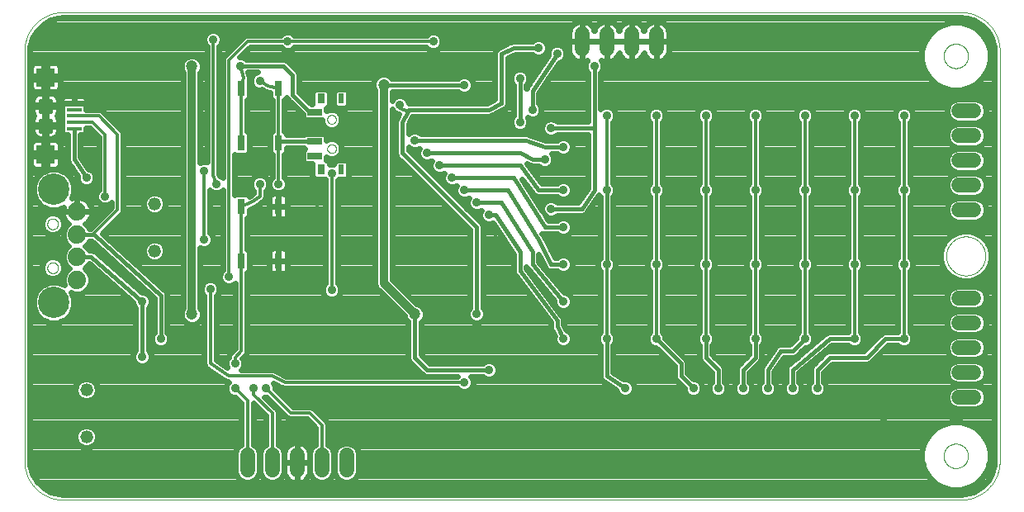
<source format=gbl>
G75*
%MOIN*%
%OFA0B0*%
%FSLAX25Y25*%
%IPPOS*%
%LPD*%
%AMOC8*
5,1,8,0,0,1.08239X$1,22.5*
%
%ADD10C,0.00000*%
%ADD11C,0.05200*%
%ADD12C,0.07400*%
%ADD13C,0.12661*%
%ADD14R,0.03000X0.06000*%
%ADD15C,0.06000*%
%ADD16R,0.05984X0.01496*%
%ADD17C,0.01800*%
%ADD18R,0.07480X0.07480*%
%ADD19R,0.05906X0.02756*%
%ADD20R,0.02362X0.03937*%
%ADD21R,0.03150X0.03937*%
%ADD22C,0.02400*%
%ADD23C,0.03562*%
%ADD24C,0.04724*%
%ADD25C,0.01600*%
%ADD26C,0.03600*%
%ADD27C,0.03200*%
%ADD28C,0.01200*%
D10*
X0059668Y0020048D02*
X0059668Y0185402D01*
X0059673Y0185783D01*
X0059686Y0186163D01*
X0059709Y0186543D01*
X0059742Y0186922D01*
X0059783Y0187300D01*
X0059833Y0187677D01*
X0059893Y0188053D01*
X0059961Y0188428D01*
X0060039Y0188800D01*
X0060126Y0189171D01*
X0060221Y0189539D01*
X0060326Y0189905D01*
X0060439Y0190268D01*
X0060561Y0190629D01*
X0060691Y0190986D01*
X0060831Y0191340D01*
X0060978Y0191691D01*
X0061135Y0192038D01*
X0061299Y0192381D01*
X0061472Y0192720D01*
X0061653Y0193055D01*
X0061842Y0193386D01*
X0062039Y0193711D01*
X0062243Y0194032D01*
X0062456Y0194348D01*
X0062676Y0194658D01*
X0062903Y0194964D01*
X0063138Y0195263D01*
X0063380Y0195557D01*
X0063628Y0195845D01*
X0063884Y0196127D01*
X0064147Y0196402D01*
X0064416Y0196671D01*
X0064691Y0196934D01*
X0064973Y0197190D01*
X0065261Y0197438D01*
X0065555Y0197680D01*
X0065854Y0197915D01*
X0066160Y0198142D01*
X0066470Y0198362D01*
X0066786Y0198575D01*
X0067107Y0198779D01*
X0067432Y0198976D01*
X0067763Y0199165D01*
X0068098Y0199346D01*
X0068437Y0199519D01*
X0068780Y0199683D01*
X0069127Y0199840D01*
X0069478Y0199987D01*
X0069832Y0200127D01*
X0070189Y0200257D01*
X0070550Y0200379D01*
X0070913Y0200492D01*
X0071279Y0200597D01*
X0071647Y0200692D01*
X0072018Y0200779D01*
X0072390Y0200857D01*
X0072765Y0200925D01*
X0073141Y0200985D01*
X0073518Y0201035D01*
X0073896Y0201076D01*
X0074275Y0201109D01*
X0074655Y0201132D01*
X0075035Y0201145D01*
X0075416Y0201150D01*
X0437620Y0201150D01*
X0438001Y0201145D01*
X0438381Y0201132D01*
X0438761Y0201109D01*
X0439140Y0201076D01*
X0439518Y0201035D01*
X0439895Y0200985D01*
X0440271Y0200925D01*
X0440646Y0200857D01*
X0441018Y0200779D01*
X0441389Y0200692D01*
X0441757Y0200597D01*
X0442123Y0200492D01*
X0442486Y0200379D01*
X0442847Y0200257D01*
X0443204Y0200127D01*
X0443558Y0199987D01*
X0443909Y0199840D01*
X0444256Y0199683D01*
X0444599Y0199519D01*
X0444938Y0199346D01*
X0445273Y0199165D01*
X0445604Y0198976D01*
X0445929Y0198779D01*
X0446250Y0198575D01*
X0446566Y0198362D01*
X0446876Y0198142D01*
X0447182Y0197915D01*
X0447481Y0197680D01*
X0447775Y0197438D01*
X0448063Y0197190D01*
X0448345Y0196934D01*
X0448620Y0196671D01*
X0448889Y0196402D01*
X0449152Y0196127D01*
X0449408Y0195845D01*
X0449656Y0195557D01*
X0449898Y0195263D01*
X0450133Y0194964D01*
X0450360Y0194658D01*
X0450580Y0194348D01*
X0450793Y0194032D01*
X0450997Y0193711D01*
X0451194Y0193386D01*
X0451383Y0193055D01*
X0451564Y0192720D01*
X0451737Y0192381D01*
X0451901Y0192038D01*
X0452058Y0191691D01*
X0452205Y0191340D01*
X0452345Y0190986D01*
X0452475Y0190629D01*
X0452597Y0190268D01*
X0452710Y0189905D01*
X0452815Y0189539D01*
X0452910Y0189171D01*
X0452997Y0188800D01*
X0453075Y0188428D01*
X0453143Y0188053D01*
X0453203Y0187677D01*
X0453253Y0187300D01*
X0453294Y0186922D01*
X0453327Y0186543D01*
X0453350Y0186163D01*
X0453363Y0185783D01*
X0453368Y0185402D01*
X0453369Y0185402D02*
X0453369Y0020048D01*
X0453368Y0020048D02*
X0453363Y0019667D01*
X0453350Y0019287D01*
X0453327Y0018907D01*
X0453294Y0018528D01*
X0453253Y0018150D01*
X0453203Y0017773D01*
X0453143Y0017397D01*
X0453075Y0017022D01*
X0452997Y0016650D01*
X0452910Y0016279D01*
X0452815Y0015911D01*
X0452710Y0015545D01*
X0452597Y0015182D01*
X0452475Y0014821D01*
X0452345Y0014464D01*
X0452205Y0014110D01*
X0452058Y0013759D01*
X0451901Y0013412D01*
X0451737Y0013069D01*
X0451564Y0012730D01*
X0451383Y0012395D01*
X0451194Y0012064D01*
X0450997Y0011739D01*
X0450793Y0011418D01*
X0450580Y0011102D01*
X0450360Y0010792D01*
X0450133Y0010486D01*
X0449898Y0010187D01*
X0449656Y0009893D01*
X0449408Y0009605D01*
X0449152Y0009323D01*
X0448889Y0009048D01*
X0448620Y0008779D01*
X0448345Y0008516D01*
X0448063Y0008260D01*
X0447775Y0008012D01*
X0447481Y0007770D01*
X0447182Y0007535D01*
X0446876Y0007308D01*
X0446566Y0007088D01*
X0446250Y0006875D01*
X0445929Y0006671D01*
X0445604Y0006474D01*
X0445273Y0006285D01*
X0444938Y0006104D01*
X0444599Y0005931D01*
X0444256Y0005767D01*
X0443909Y0005610D01*
X0443558Y0005463D01*
X0443204Y0005323D01*
X0442847Y0005193D01*
X0442486Y0005071D01*
X0442123Y0004958D01*
X0441757Y0004853D01*
X0441389Y0004758D01*
X0441018Y0004671D01*
X0440646Y0004593D01*
X0440271Y0004525D01*
X0439895Y0004465D01*
X0439518Y0004415D01*
X0439140Y0004374D01*
X0438761Y0004341D01*
X0438381Y0004318D01*
X0438001Y0004305D01*
X0437620Y0004300D01*
X0075416Y0004300D01*
X0075035Y0004305D01*
X0074655Y0004318D01*
X0074275Y0004341D01*
X0073896Y0004374D01*
X0073518Y0004415D01*
X0073141Y0004465D01*
X0072765Y0004525D01*
X0072390Y0004593D01*
X0072018Y0004671D01*
X0071647Y0004758D01*
X0071279Y0004853D01*
X0070913Y0004958D01*
X0070550Y0005071D01*
X0070189Y0005193D01*
X0069832Y0005323D01*
X0069478Y0005463D01*
X0069127Y0005610D01*
X0068780Y0005767D01*
X0068437Y0005931D01*
X0068098Y0006104D01*
X0067763Y0006285D01*
X0067432Y0006474D01*
X0067107Y0006671D01*
X0066786Y0006875D01*
X0066470Y0007088D01*
X0066160Y0007308D01*
X0065854Y0007535D01*
X0065555Y0007770D01*
X0065261Y0008012D01*
X0064973Y0008260D01*
X0064691Y0008516D01*
X0064416Y0008779D01*
X0064147Y0009048D01*
X0063884Y0009323D01*
X0063628Y0009605D01*
X0063380Y0009893D01*
X0063138Y0010187D01*
X0062903Y0010486D01*
X0062676Y0010792D01*
X0062456Y0011102D01*
X0062243Y0011418D01*
X0062039Y0011739D01*
X0061842Y0012064D01*
X0061653Y0012395D01*
X0061472Y0012730D01*
X0061299Y0013069D01*
X0061135Y0013412D01*
X0060978Y0013759D01*
X0060831Y0014110D01*
X0060691Y0014464D01*
X0060561Y0014821D01*
X0060439Y0015182D01*
X0060326Y0015545D01*
X0060221Y0015911D01*
X0060126Y0016279D01*
X0060039Y0016650D01*
X0059961Y0017022D01*
X0059893Y0017397D01*
X0059833Y0017773D01*
X0059783Y0018150D01*
X0059742Y0018528D01*
X0059709Y0018907D01*
X0059686Y0019287D01*
X0059673Y0019667D01*
X0059668Y0020048D01*
X0068920Y0097942D02*
X0068922Y0098035D01*
X0068928Y0098127D01*
X0068938Y0098219D01*
X0068952Y0098310D01*
X0068969Y0098401D01*
X0068991Y0098491D01*
X0069016Y0098580D01*
X0069045Y0098668D01*
X0069078Y0098754D01*
X0069115Y0098839D01*
X0069155Y0098923D01*
X0069199Y0099004D01*
X0069246Y0099084D01*
X0069296Y0099162D01*
X0069350Y0099237D01*
X0069407Y0099310D01*
X0069467Y0099380D01*
X0069530Y0099448D01*
X0069596Y0099513D01*
X0069664Y0099575D01*
X0069735Y0099635D01*
X0069809Y0099691D01*
X0069885Y0099744D01*
X0069963Y0099793D01*
X0070043Y0099840D01*
X0070125Y0099882D01*
X0070209Y0099922D01*
X0070294Y0099957D01*
X0070381Y0099989D01*
X0070469Y0100018D01*
X0070558Y0100042D01*
X0070648Y0100063D01*
X0070739Y0100079D01*
X0070831Y0100092D01*
X0070923Y0100101D01*
X0071016Y0100106D01*
X0071108Y0100107D01*
X0071201Y0100104D01*
X0071293Y0100097D01*
X0071385Y0100086D01*
X0071476Y0100071D01*
X0071567Y0100053D01*
X0071657Y0100030D01*
X0071745Y0100004D01*
X0071833Y0099974D01*
X0071919Y0099940D01*
X0072003Y0099903D01*
X0072086Y0099861D01*
X0072167Y0099817D01*
X0072247Y0099769D01*
X0072324Y0099718D01*
X0072398Y0099663D01*
X0072471Y0099605D01*
X0072541Y0099545D01*
X0072608Y0099481D01*
X0072672Y0099415D01*
X0072734Y0099345D01*
X0072792Y0099274D01*
X0072847Y0099200D01*
X0072899Y0099123D01*
X0072948Y0099044D01*
X0072994Y0098964D01*
X0073036Y0098881D01*
X0073074Y0098797D01*
X0073109Y0098711D01*
X0073140Y0098624D01*
X0073167Y0098536D01*
X0073190Y0098446D01*
X0073210Y0098356D01*
X0073226Y0098265D01*
X0073238Y0098173D01*
X0073246Y0098081D01*
X0073250Y0097988D01*
X0073250Y0097896D01*
X0073246Y0097803D01*
X0073238Y0097711D01*
X0073226Y0097619D01*
X0073210Y0097528D01*
X0073190Y0097438D01*
X0073167Y0097348D01*
X0073140Y0097260D01*
X0073109Y0097173D01*
X0073074Y0097087D01*
X0073036Y0097003D01*
X0072994Y0096920D01*
X0072948Y0096840D01*
X0072899Y0096761D01*
X0072847Y0096684D01*
X0072792Y0096610D01*
X0072734Y0096539D01*
X0072672Y0096469D01*
X0072608Y0096403D01*
X0072541Y0096339D01*
X0072471Y0096279D01*
X0072398Y0096221D01*
X0072324Y0096166D01*
X0072247Y0096115D01*
X0072168Y0096067D01*
X0072086Y0096023D01*
X0072003Y0095981D01*
X0071919Y0095944D01*
X0071833Y0095910D01*
X0071745Y0095880D01*
X0071657Y0095854D01*
X0071567Y0095831D01*
X0071476Y0095813D01*
X0071385Y0095798D01*
X0071293Y0095787D01*
X0071201Y0095780D01*
X0071108Y0095777D01*
X0071016Y0095778D01*
X0070923Y0095783D01*
X0070831Y0095792D01*
X0070739Y0095805D01*
X0070648Y0095821D01*
X0070558Y0095842D01*
X0070469Y0095866D01*
X0070381Y0095895D01*
X0070294Y0095927D01*
X0070209Y0095962D01*
X0070125Y0096002D01*
X0070043Y0096044D01*
X0069963Y0096091D01*
X0069885Y0096140D01*
X0069809Y0096193D01*
X0069735Y0096249D01*
X0069664Y0096309D01*
X0069596Y0096371D01*
X0069530Y0096436D01*
X0069467Y0096504D01*
X0069407Y0096574D01*
X0069350Y0096647D01*
X0069296Y0096722D01*
X0069246Y0096800D01*
X0069199Y0096880D01*
X0069155Y0096961D01*
X0069115Y0097045D01*
X0069078Y0097130D01*
X0069045Y0097216D01*
X0069016Y0097304D01*
X0068991Y0097393D01*
X0068969Y0097483D01*
X0068952Y0097574D01*
X0068938Y0097665D01*
X0068928Y0097757D01*
X0068922Y0097849D01*
X0068920Y0097942D01*
X0068920Y0115658D02*
X0068922Y0115751D01*
X0068928Y0115843D01*
X0068938Y0115935D01*
X0068952Y0116026D01*
X0068969Y0116117D01*
X0068991Y0116207D01*
X0069016Y0116296D01*
X0069045Y0116384D01*
X0069078Y0116470D01*
X0069115Y0116555D01*
X0069155Y0116639D01*
X0069199Y0116720D01*
X0069246Y0116800D01*
X0069296Y0116878D01*
X0069350Y0116953D01*
X0069407Y0117026D01*
X0069467Y0117096D01*
X0069530Y0117164D01*
X0069596Y0117229D01*
X0069664Y0117291D01*
X0069735Y0117351D01*
X0069809Y0117407D01*
X0069885Y0117460D01*
X0069963Y0117509D01*
X0070043Y0117556D01*
X0070125Y0117598D01*
X0070209Y0117638D01*
X0070294Y0117673D01*
X0070381Y0117705D01*
X0070469Y0117734D01*
X0070558Y0117758D01*
X0070648Y0117779D01*
X0070739Y0117795D01*
X0070831Y0117808D01*
X0070923Y0117817D01*
X0071016Y0117822D01*
X0071108Y0117823D01*
X0071201Y0117820D01*
X0071293Y0117813D01*
X0071385Y0117802D01*
X0071476Y0117787D01*
X0071567Y0117769D01*
X0071657Y0117746D01*
X0071745Y0117720D01*
X0071833Y0117690D01*
X0071919Y0117656D01*
X0072003Y0117619D01*
X0072086Y0117577D01*
X0072167Y0117533D01*
X0072247Y0117485D01*
X0072324Y0117434D01*
X0072398Y0117379D01*
X0072471Y0117321D01*
X0072541Y0117261D01*
X0072608Y0117197D01*
X0072672Y0117131D01*
X0072734Y0117061D01*
X0072792Y0116990D01*
X0072847Y0116916D01*
X0072899Y0116839D01*
X0072948Y0116760D01*
X0072994Y0116680D01*
X0073036Y0116597D01*
X0073074Y0116513D01*
X0073109Y0116427D01*
X0073140Y0116340D01*
X0073167Y0116252D01*
X0073190Y0116162D01*
X0073210Y0116072D01*
X0073226Y0115981D01*
X0073238Y0115889D01*
X0073246Y0115797D01*
X0073250Y0115704D01*
X0073250Y0115612D01*
X0073246Y0115519D01*
X0073238Y0115427D01*
X0073226Y0115335D01*
X0073210Y0115244D01*
X0073190Y0115154D01*
X0073167Y0115064D01*
X0073140Y0114976D01*
X0073109Y0114889D01*
X0073074Y0114803D01*
X0073036Y0114719D01*
X0072994Y0114636D01*
X0072948Y0114556D01*
X0072899Y0114477D01*
X0072847Y0114400D01*
X0072792Y0114326D01*
X0072734Y0114255D01*
X0072672Y0114185D01*
X0072608Y0114119D01*
X0072541Y0114055D01*
X0072471Y0113995D01*
X0072398Y0113937D01*
X0072324Y0113882D01*
X0072247Y0113831D01*
X0072168Y0113783D01*
X0072086Y0113739D01*
X0072003Y0113697D01*
X0071919Y0113660D01*
X0071833Y0113626D01*
X0071745Y0113596D01*
X0071657Y0113570D01*
X0071567Y0113547D01*
X0071476Y0113529D01*
X0071385Y0113514D01*
X0071293Y0113503D01*
X0071201Y0113496D01*
X0071108Y0113493D01*
X0071016Y0113494D01*
X0070923Y0113499D01*
X0070831Y0113508D01*
X0070739Y0113521D01*
X0070648Y0113537D01*
X0070558Y0113558D01*
X0070469Y0113582D01*
X0070381Y0113611D01*
X0070294Y0113643D01*
X0070209Y0113678D01*
X0070125Y0113718D01*
X0070043Y0113760D01*
X0069963Y0113807D01*
X0069885Y0113856D01*
X0069809Y0113909D01*
X0069735Y0113965D01*
X0069664Y0114025D01*
X0069596Y0114087D01*
X0069530Y0114152D01*
X0069467Y0114220D01*
X0069407Y0114290D01*
X0069350Y0114363D01*
X0069296Y0114438D01*
X0069246Y0114516D01*
X0069199Y0114596D01*
X0069155Y0114677D01*
X0069115Y0114761D01*
X0069078Y0114846D01*
X0069045Y0114932D01*
X0069016Y0115020D01*
X0068991Y0115109D01*
X0068969Y0115199D01*
X0068952Y0115290D01*
X0068938Y0115381D01*
X0068928Y0115473D01*
X0068922Y0115565D01*
X0068920Y0115658D01*
X0181911Y0146032D02*
X0181913Y0146116D01*
X0181919Y0146199D01*
X0181929Y0146282D01*
X0181943Y0146365D01*
X0181960Y0146447D01*
X0181982Y0146528D01*
X0182007Y0146607D01*
X0182036Y0146686D01*
X0182069Y0146763D01*
X0182105Y0146838D01*
X0182145Y0146912D01*
X0182188Y0146984D01*
X0182235Y0147053D01*
X0182285Y0147120D01*
X0182338Y0147185D01*
X0182394Y0147247D01*
X0182452Y0147307D01*
X0182514Y0147364D01*
X0182578Y0147417D01*
X0182645Y0147468D01*
X0182714Y0147515D01*
X0182785Y0147560D01*
X0182858Y0147600D01*
X0182933Y0147637D01*
X0183010Y0147671D01*
X0183088Y0147701D01*
X0183167Y0147727D01*
X0183248Y0147750D01*
X0183330Y0147768D01*
X0183412Y0147783D01*
X0183495Y0147794D01*
X0183578Y0147801D01*
X0183662Y0147804D01*
X0183746Y0147803D01*
X0183829Y0147798D01*
X0183913Y0147789D01*
X0183995Y0147776D01*
X0184077Y0147760D01*
X0184158Y0147739D01*
X0184239Y0147715D01*
X0184317Y0147687D01*
X0184395Y0147655D01*
X0184471Y0147619D01*
X0184545Y0147580D01*
X0184617Y0147538D01*
X0184687Y0147492D01*
X0184755Y0147443D01*
X0184820Y0147391D01*
X0184883Y0147336D01*
X0184943Y0147278D01*
X0185001Y0147217D01*
X0185055Y0147153D01*
X0185107Y0147087D01*
X0185155Y0147019D01*
X0185200Y0146948D01*
X0185241Y0146875D01*
X0185280Y0146801D01*
X0185314Y0146725D01*
X0185345Y0146647D01*
X0185372Y0146568D01*
X0185396Y0146487D01*
X0185415Y0146406D01*
X0185431Y0146324D01*
X0185443Y0146241D01*
X0185451Y0146157D01*
X0185455Y0146074D01*
X0185455Y0145990D01*
X0185451Y0145907D01*
X0185443Y0145823D01*
X0185431Y0145740D01*
X0185415Y0145658D01*
X0185396Y0145577D01*
X0185372Y0145496D01*
X0185345Y0145417D01*
X0185314Y0145339D01*
X0185280Y0145263D01*
X0185241Y0145189D01*
X0185200Y0145116D01*
X0185155Y0145045D01*
X0185107Y0144977D01*
X0185055Y0144911D01*
X0185001Y0144847D01*
X0184943Y0144786D01*
X0184883Y0144728D01*
X0184820Y0144673D01*
X0184755Y0144621D01*
X0184687Y0144572D01*
X0184617Y0144526D01*
X0184545Y0144484D01*
X0184471Y0144445D01*
X0184395Y0144409D01*
X0184317Y0144377D01*
X0184239Y0144349D01*
X0184158Y0144325D01*
X0184077Y0144304D01*
X0183995Y0144288D01*
X0183913Y0144275D01*
X0183829Y0144266D01*
X0183746Y0144261D01*
X0183662Y0144260D01*
X0183578Y0144263D01*
X0183495Y0144270D01*
X0183412Y0144281D01*
X0183330Y0144296D01*
X0183248Y0144314D01*
X0183167Y0144337D01*
X0183088Y0144363D01*
X0183010Y0144393D01*
X0182933Y0144427D01*
X0182858Y0144464D01*
X0182785Y0144504D01*
X0182714Y0144549D01*
X0182645Y0144596D01*
X0182578Y0144647D01*
X0182514Y0144700D01*
X0182452Y0144757D01*
X0182394Y0144817D01*
X0182338Y0144879D01*
X0182285Y0144944D01*
X0182235Y0145011D01*
X0182188Y0145080D01*
X0182145Y0145152D01*
X0182105Y0145226D01*
X0182069Y0145301D01*
X0182036Y0145378D01*
X0182007Y0145457D01*
X0181982Y0145536D01*
X0181960Y0145617D01*
X0181943Y0145699D01*
X0181929Y0145782D01*
X0181919Y0145865D01*
X0181913Y0145948D01*
X0181911Y0146032D01*
X0181911Y0157843D02*
X0181913Y0157927D01*
X0181919Y0158010D01*
X0181929Y0158093D01*
X0181943Y0158176D01*
X0181960Y0158258D01*
X0181982Y0158339D01*
X0182007Y0158418D01*
X0182036Y0158497D01*
X0182069Y0158574D01*
X0182105Y0158649D01*
X0182145Y0158723D01*
X0182188Y0158795D01*
X0182235Y0158864D01*
X0182285Y0158931D01*
X0182338Y0158996D01*
X0182394Y0159058D01*
X0182452Y0159118D01*
X0182514Y0159175D01*
X0182578Y0159228D01*
X0182645Y0159279D01*
X0182714Y0159326D01*
X0182785Y0159371D01*
X0182858Y0159411D01*
X0182933Y0159448D01*
X0183010Y0159482D01*
X0183088Y0159512D01*
X0183167Y0159538D01*
X0183248Y0159561D01*
X0183330Y0159579D01*
X0183412Y0159594D01*
X0183495Y0159605D01*
X0183578Y0159612D01*
X0183662Y0159615D01*
X0183746Y0159614D01*
X0183829Y0159609D01*
X0183913Y0159600D01*
X0183995Y0159587D01*
X0184077Y0159571D01*
X0184158Y0159550D01*
X0184239Y0159526D01*
X0184317Y0159498D01*
X0184395Y0159466D01*
X0184471Y0159430D01*
X0184545Y0159391D01*
X0184617Y0159349D01*
X0184687Y0159303D01*
X0184755Y0159254D01*
X0184820Y0159202D01*
X0184883Y0159147D01*
X0184943Y0159089D01*
X0185001Y0159028D01*
X0185055Y0158964D01*
X0185107Y0158898D01*
X0185155Y0158830D01*
X0185200Y0158759D01*
X0185241Y0158686D01*
X0185280Y0158612D01*
X0185314Y0158536D01*
X0185345Y0158458D01*
X0185372Y0158379D01*
X0185396Y0158298D01*
X0185415Y0158217D01*
X0185431Y0158135D01*
X0185443Y0158052D01*
X0185451Y0157968D01*
X0185455Y0157885D01*
X0185455Y0157801D01*
X0185451Y0157718D01*
X0185443Y0157634D01*
X0185431Y0157551D01*
X0185415Y0157469D01*
X0185396Y0157388D01*
X0185372Y0157307D01*
X0185345Y0157228D01*
X0185314Y0157150D01*
X0185280Y0157074D01*
X0185241Y0157000D01*
X0185200Y0156927D01*
X0185155Y0156856D01*
X0185107Y0156788D01*
X0185055Y0156722D01*
X0185001Y0156658D01*
X0184943Y0156597D01*
X0184883Y0156539D01*
X0184820Y0156484D01*
X0184755Y0156432D01*
X0184687Y0156383D01*
X0184617Y0156337D01*
X0184545Y0156295D01*
X0184471Y0156256D01*
X0184395Y0156220D01*
X0184317Y0156188D01*
X0184239Y0156160D01*
X0184158Y0156136D01*
X0184077Y0156115D01*
X0183995Y0156099D01*
X0183913Y0156086D01*
X0183829Y0156077D01*
X0183746Y0156072D01*
X0183662Y0156071D01*
X0183578Y0156074D01*
X0183495Y0156081D01*
X0183412Y0156092D01*
X0183330Y0156107D01*
X0183248Y0156125D01*
X0183167Y0156148D01*
X0183088Y0156174D01*
X0183010Y0156204D01*
X0182933Y0156238D01*
X0182858Y0156275D01*
X0182785Y0156315D01*
X0182714Y0156360D01*
X0182645Y0156407D01*
X0182578Y0156458D01*
X0182514Y0156511D01*
X0182452Y0156568D01*
X0182394Y0156628D01*
X0182338Y0156690D01*
X0182285Y0156755D01*
X0182235Y0156822D01*
X0182188Y0156891D01*
X0182145Y0156963D01*
X0182105Y0157037D01*
X0182069Y0157112D01*
X0182036Y0157189D01*
X0182007Y0157268D01*
X0181982Y0157347D01*
X0181960Y0157428D01*
X0181943Y0157510D01*
X0181929Y0157593D01*
X0181919Y0157676D01*
X0181913Y0157759D01*
X0181911Y0157843D01*
X0430731Y0183434D02*
X0430733Y0183574D01*
X0430739Y0183714D01*
X0430749Y0183853D01*
X0430763Y0183992D01*
X0430781Y0184131D01*
X0430802Y0184269D01*
X0430828Y0184407D01*
X0430858Y0184544D01*
X0430891Y0184679D01*
X0430929Y0184814D01*
X0430970Y0184948D01*
X0431015Y0185081D01*
X0431063Y0185212D01*
X0431116Y0185341D01*
X0431172Y0185470D01*
X0431231Y0185596D01*
X0431295Y0185721D01*
X0431361Y0185844D01*
X0431432Y0185965D01*
X0431505Y0186084D01*
X0431582Y0186201D01*
X0431663Y0186315D01*
X0431746Y0186427D01*
X0431833Y0186537D01*
X0431923Y0186645D01*
X0432015Y0186749D01*
X0432111Y0186851D01*
X0432210Y0186951D01*
X0432311Y0187047D01*
X0432415Y0187141D01*
X0432522Y0187231D01*
X0432631Y0187318D01*
X0432743Y0187403D01*
X0432857Y0187484D01*
X0432973Y0187562D01*
X0433091Y0187636D01*
X0433212Y0187707D01*
X0433334Y0187775D01*
X0433459Y0187839D01*
X0433585Y0187900D01*
X0433712Y0187957D01*
X0433842Y0188010D01*
X0433973Y0188060D01*
X0434105Y0188105D01*
X0434238Y0188148D01*
X0434373Y0188186D01*
X0434508Y0188220D01*
X0434645Y0188251D01*
X0434782Y0188278D01*
X0434920Y0188300D01*
X0435059Y0188319D01*
X0435198Y0188334D01*
X0435337Y0188345D01*
X0435477Y0188352D01*
X0435617Y0188355D01*
X0435757Y0188354D01*
X0435897Y0188349D01*
X0436036Y0188340D01*
X0436176Y0188327D01*
X0436315Y0188310D01*
X0436453Y0188289D01*
X0436591Y0188265D01*
X0436728Y0188236D01*
X0436864Y0188204D01*
X0436999Y0188167D01*
X0437133Y0188127D01*
X0437266Y0188083D01*
X0437397Y0188035D01*
X0437527Y0187984D01*
X0437656Y0187929D01*
X0437783Y0187870D01*
X0437908Y0187807D01*
X0438031Y0187742D01*
X0438153Y0187672D01*
X0438272Y0187599D01*
X0438390Y0187523D01*
X0438505Y0187444D01*
X0438618Y0187361D01*
X0438728Y0187275D01*
X0438836Y0187186D01*
X0438941Y0187094D01*
X0439044Y0186999D01*
X0439144Y0186901D01*
X0439241Y0186801D01*
X0439335Y0186697D01*
X0439427Y0186591D01*
X0439515Y0186483D01*
X0439600Y0186372D01*
X0439682Y0186258D01*
X0439761Y0186142D01*
X0439836Y0186025D01*
X0439908Y0185905D01*
X0439976Y0185783D01*
X0440041Y0185659D01*
X0440103Y0185533D01*
X0440161Y0185406D01*
X0440215Y0185277D01*
X0440266Y0185146D01*
X0440312Y0185014D01*
X0440355Y0184881D01*
X0440395Y0184747D01*
X0440430Y0184612D01*
X0440462Y0184475D01*
X0440489Y0184338D01*
X0440513Y0184200D01*
X0440533Y0184062D01*
X0440549Y0183923D01*
X0440561Y0183783D01*
X0440569Y0183644D01*
X0440573Y0183504D01*
X0440573Y0183364D01*
X0440569Y0183224D01*
X0440561Y0183085D01*
X0440549Y0182945D01*
X0440533Y0182806D01*
X0440513Y0182668D01*
X0440489Y0182530D01*
X0440462Y0182393D01*
X0440430Y0182256D01*
X0440395Y0182121D01*
X0440355Y0181987D01*
X0440312Y0181854D01*
X0440266Y0181722D01*
X0440215Y0181591D01*
X0440161Y0181462D01*
X0440103Y0181335D01*
X0440041Y0181209D01*
X0439976Y0181085D01*
X0439908Y0180963D01*
X0439836Y0180843D01*
X0439761Y0180726D01*
X0439682Y0180610D01*
X0439600Y0180496D01*
X0439515Y0180385D01*
X0439427Y0180277D01*
X0439335Y0180171D01*
X0439241Y0180067D01*
X0439144Y0179967D01*
X0439044Y0179869D01*
X0438941Y0179774D01*
X0438836Y0179682D01*
X0438728Y0179593D01*
X0438618Y0179507D01*
X0438505Y0179424D01*
X0438390Y0179345D01*
X0438272Y0179269D01*
X0438153Y0179196D01*
X0438031Y0179126D01*
X0437908Y0179061D01*
X0437783Y0178998D01*
X0437656Y0178939D01*
X0437527Y0178884D01*
X0437397Y0178833D01*
X0437266Y0178785D01*
X0437133Y0178741D01*
X0436999Y0178701D01*
X0436864Y0178664D01*
X0436728Y0178632D01*
X0436591Y0178603D01*
X0436453Y0178579D01*
X0436315Y0178558D01*
X0436176Y0178541D01*
X0436036Y0178528D01*
X0435897Y0178519D01*
X0435757Y0178514D01*
X0435617Y0178513D01*
X0435477Y0178516D01*
X0435337Y0178523D01*
X0435198Y0178534D01*
X0435059Y0178549D01*
X0434920Y0178568D01*
X0434782Y0178590D01*
X0434645Y0178617D01*
X0434508Y0178648D01*
X0434373Y0178682D01*
X0434238Y0178720D01*
X0434105Y0178763D01*
X0433973Y0178808D01*
X0433842Y0178858D01*
X0433712Y0178911D01*
X0433585Y0178968D01*
X0433459Y0179029D01*
X0433334Y0179093D01*
X0433212Y0179161D01*
X0433091Y0179232D01*
X0432973Y0179306D01*
X0432857Y0179384D01*
X0432743Y0179465D01*
X0432631Y0179550D01*
X0432522Y0179637D01*
X0432415Y0179727D01*
X0432311Y0179821D01*
X0432210Y0179917D01*
X0432111Y0180017D01*
X0432015Y0180119D01*
X0431923Y0180223D01*
X0431833Y0180331D01*
X0431746Y0180441D01*
X0431663Y0180553D01*
X0431582Y0180667D01*
X0431505Y0180784D01*
X0431432Y0180903D01*
X0431361Y0181024D01*
X0431295Y0181147D01*
X0431231Y0181272D01*
X0431172Y0181398D01*
X0431116Y0181527D01*
X0431063Y0181656D01*
X0431015Y0181787D01*
X0430970Y0181920D01*
X0430929Y0182054D01*
X0430891Y0182189D01*
X0430858Y0182324D01*
X0430828Y0182461D01*
X0430802Y0182599D01*
X0430781Y0182737D01*
X0430763Y0182876D01*
X0430749Y0183015D01*
X0430739Y0183154D01*
X0430733Y0183294D01*
X0430731Y0183434D01*
X0431794Y0102725D02*
X0431796Y0102918D01*
X0431803Y0103111D01*
X0431815Y0103304D01*
X0431832Y0103497D01*
X0431853Y0103689D01*
X0431879Y0103880D01*
X0431910Y0104071D01*
X0431945Y0104261D01*
X0431985Y0104450D01*
X0432030Y0104638D01*
X0432079Y0104825D01*
X0432133Y0105011D01*
X0432191Y0105195D01*
X0432254Y0105378D01*
X0432322Y0105559D01*
X0432393Y0105738D01*
X0432470Y0105916D01*
X0432550Y0106092D01*
X0432635Y0106265D01*
X0432724Y0106437D01*
X0432817Y0106606D01*
X0432914Y0106773D01*
X0433016Y0106938D01*
X0433121Y0107100D01*
X0433230Y0107259D01*
X0433344Y0107416D01*
X0433461Y0107569D01*
X0433581Y0107720D01*
X0433706Y0107868D01*
X0433834Y0108013D01*
X0433965Y0108154D01*
X0434100Y0108293D01*
X0434239Y0108428D01*
X0434380Y0108559D01*
X0434525Y0108687D01*
X0434673Y0108812D01*
X0434824Y0108932D01*
X0434977Y0109049D01*
X0435134Y0109163D01*
X0435293Y0109272D01*
X0435455Y0109377D01*
X0435620Y0109479D01*
X0435787Y0109576D01*
X0435956Y0109669D01*
X0436128Y0109758D01*
X0436301Y0109843D01*
X0436477Y0109923D01*
X0436655Y0110000D01*
X0436834Y0110071D01*
X0437015Y0110139D01*
X0437198Y0110202D01*
X0437382Y0110260D01*
X0437568Y0110314D01*
X0437755Y0110363D01*
X0437943Y0110408D01*
X0438132Y0110448D01*
X0438322Y0110483D01*
X0438513Y0110514D01*
X0438704Y0110540D01*
X0438896Y0110561D01*
X0439089Y0110578D01*
X0439282Y0110590D01*
X0439475Y0110597D01*
X0439668Y0110599D01*
X0439861Y0110597D01*
X0440054Y0110590D01*
X0440247Y0110578D01*
X0440440Y0110561D01*
X0440632Y0110540D01*
X0440823Y0110514D01*
X0441014Y0110483D01*
X0441204Y0110448D01*
X0441393Y0110408D01*
X0441581Y0110363D01*
X0441768Y0110314D01*
X0441954Y0110260D01*
X0442138Y0110202D01*
X0442321Y0110139D01*
X0442502Y0110071D01*
X0442681Y0110000D01*
X0442859Y0109923D01*
X0443035Y0109843D01*
X0443208Y0109758D01*
X0443380Y0109669D01*
X0443549Y0109576D01*
X0443716Y0109479D01*
X0443881Y0109377D01*
X0444043Y0109272D01*
X0444202Y0109163D01*
X0444359Y0109049D01*
X0444512Y0108932D01*
X0444663Y0108812D01*
X0444811Y0108687D01*
X0444956Y0108559D01*
X0445097Y0108428D01*
X0445236Y0108293D01*
X0445371Y0108154D01*
X0445502Y0108013D01*
X0445630Y0107868D01*
X0445755Y0107720D01*
X0445875Y0107569D01*
X0445992Y0107416D01*
X0446106Y0107259D01*
X0446215Y0107100D01*
X0446320Y0106938D01*
X0446422Y0106773D01*
X0446519Y0106606D01*
X0446612Y0106437D01*
X0446701Y0106265D01*
X0446786Y0106092D01*
X0446866Y0105916D01*
X0446943Y0105738D01*
X0447014Y0105559D01*
X0447082Y0105378D01*
X0447145Y0105195D01*
X0447203Y0105011D01*
X0447257Y0104825D01*
X0447306Y0104638D01*
X0447351Y0104450D01*
X0447391Y0104261D01*
X0447426Y0104071D01*
X0447457Y0103880D01*
X0447483Y0103689D01*
X0447504Y0103497D01*
X0447521Y0103304D01*
X0447533Y0103111D01*
X0447540Y0102918D01*
X0447542Y0102725D01*
X0447540Y0102532D01*
X0447533Y0102339D01*
X0447521Y0102146D01*
X0447504Y0101953D01*
X0447483Y0101761D01*
X0447457Y0101570D01*
X0447426Y0101379D01*
X0447391Y0101189D01*
X0447351Y0101000D01*
X0447306Y0100812D01*
X0447257Y0100625D01*
X0447203Y0100439D01*
X0447145Y0100255D01*
X0447082Y0100072D01*
X0447014Y0099891D01*
X0446943Y0099712D01*
X0446866Y0099534D01*
X0446786Y0099358D01*
X0446701Y0099185D01*
X0446612Y0099013D01*
X0446519Y0098844D01*
X0446422Y0098677D01*
X0446320Y0098512D01*
X0446215Y0098350D01*
X0446106Y0098191D01*
X0445992Y0098034D01*
X0445875Y0097881D01*
X0445755Y0097730D01*
X0445630Y0097582D01*
X0445502Y0097437D01*
X0445371Y0097296D01*
X0445236Y0097157D01*
X0445097Y0097022D01*
X0444956Y0096891D01*
X0444811Y0096763D01*
X0444663Y0096638D01*
X0444512Y0096518D01*
X0444359Y0096401D01*
X0444202Y0096287D01*
X0444043Y0096178D01*
X0443881Y0096073D01*
X0443716Y0095971D01*
X0443549Y0095874D01*
X0443380Y0095781D01*
X0443208Y0095692D01*
X0443035Y0095607D01*
X0442859Y0095527D01*
X0442681Y0095450D01*
X0442502Y0095379D01*
X0442321Y0095311D01*
X0442138Y0095248D01*
X0441954Y0095190D01*
X0441768Y0095136D01*
X0441581Y0095087D01*
X0441393Y0095042D01*
X0441204Y0095002D01*
X0441014Y0094967D01*
X0440823Y0094936D01*
X0440632Y0094910D01*
X0440440Y0094889D01*
X0440247Y0094872D01*
X0440054Y0094860D01*
X0439861Y0094853D01*
X0439668Y0094851D01*
X0439475Y0094853D01*
X0439282Y0094860D01*
X0439089Y0094872D01*
X0438896Y0094889D01*
X0438704Y0094910D01*
X0438513Y0094936D01*
X0438322Y0094967D01*
X0438132Y0095002D01*
X0437943Y0095042D01*
X0437755Y0095087D01*
X0437568Y0095136D01*
X0437382Y0095190D01*
X0437198Y0095248D01*
X0437015Y0095311D01*
X0436834Y0095379D01*
X0436655Y0095450D01*
X0436477Y0095527D01*
X0436301Y0095607D01*
X0436128Y0095692D01*
X0435956Y0095781D01*
X0435787Y0095874D01*
X0435620Y0095971D01*
X0435455Y0096073D01*
X0435293Y0096178D01*
X0435134Y0096287D01*
X0434977Y0096401D01*
X0434824Y0096518D01*
X0434673Y0096638D01*
X0434525Y0096763D01*
X0434380Y0096891D01*
X0434239Y0097022D01*
X0434100Y0097157D01*
X0433965Y0097296D01*
X0433834Y0097437D01*
X0433706Y0097582D01*
X0433581Y0097730D01*
X0433461Y0097881D01*
X0433344Y0098034D01*
X0433230Y0098191D01*
X0433121Y0098350D01*
X0433016Y0098512D01*
X0432914Y0098677D01*
X0432817Y0098844D01*
X0432724Y0099013D01*
X0432635Y0099185D01*
X0432550Y0099358D01*
X0432470Y0099534D01*
X0432393Y0099712D01*
X0432322Y0099891D01*
X0432254Y0100072D01*
X0432191Y0100255D01*
X0432133Y0100439D01*
X0432079Y0100625D01*
X0432030Y0100812D01*
X0431985Y0101000D01*
X0431945Y0101189D01*
X0431910Y0101379D01*
X0431879Y0101570D01*
X0431853Y0101761D01*
X0431832Y0101953D01*
X0431815Y0102146D01*
X0431803Y0102339D01*
X0431796Y0102532D01*
X0431794Y0102725D01*
X0430731Y0022017D02*
X0430733Y0022157D01*
X0430739Y0022297D01*
X0430749Y0022436D01*
X0430763Y0022575D01*
X0430781Y0022714D01*
X0430802Y0022852D01*
X0430828Y0022990D01*
X0430858Y0023127D01*
X0430891Y0023262D01*
X0430929Y0023397D01*
X0430970Y0023531D01*
X0431015Y0023664D01*
X0431063Y0023795D01*
X0431116Y0023924D01*
X0431172Y0024053D01*
X0431231Y0024179D01*
X0431295Y0024304D01*
X0431361Y0024427D01*
X0431432Y0024548D01*
X0431505Y0024667D01*
X0431582Y0024784D01*
X0431663Y0024898D01*
X0431746Y0025010D01*
X0431833Y0025120D01*
X0431923Y0025228D01*
X0432015Y0025332D01*
X0432111Y0025434D01*
X0432210Y0025534D01*
X0432311Y0025630D01*
X0432415Y0025724D01*
X0432522Y0025814D01*
X0432631Y0025901D01*
X0432743Y0025986D01*
X0432857Y0026067D01*
X0432973Y0026145D01*
X0433091Y0026219D01*
X0433212Y0026290D01*
X0433334Y0026358D01*
X0433459Y0026422D01*
X0433585Y0026483D01*
X0433712Y0026540D01*
X0433842Y0026593D01*
X0433973Y0026643D01*
X0434105Y0026688D01*
X0434238Y0026731D01*
X0434373Y0026769D01*
X0434508Y0026803D01*
X0434645Y0026834D01*
X0434782Y0026861D01*
X0434920Y0026883D01*
X0435059Y0026902D01*
X0435198Y0026917D01*
X0435337Y0026928D01*
X0435477Y0026935D01*
X0435617Y0026938D01*
X0435757Y0026937D01*
X0435897Y0026932D01*
X0436036Y0026923D01*
X0436176Y0026910D01*
X0436315Y0026893D01*
X0436453Y0026872D01*
X0436591Y0026848D01*
X0436728Y0026819D01*
X0436864Y0026787D01*
X0436999Y0026750D01*
X0437133Y0026710D01*
X0437266Y0026666D01*
X0437397Y0026618D01*
X0437527Y0026567D01*
X0437656Y0026512D01*
X0437783Y0026453D01*
X0437908Y0026390D01*
X0438031Y0026325D01*
X0438153Y0026255D01*
X0438272Y0026182D01*
X0438390Y0026106D01*
X0438505Y0026027D01*
X0438618Y0025944D01*
X0438728Y0025858D01*
X0438836Y0025769D01*
X0438941Y0025677D01*
X0439044Y0025582D01*
X0439144Y0025484D01*
X0439241Y0025384D01*
X0439335Y0025280D01*
X0439427Y0025174D01*
X0439515Y0025066D01*
X0439600Y0024955D01*
X0439682Y0024841D01*
X0439761Y0024725D01*
X0439836Y0024608D01*
X0439908Y0024488D01*
X0439976Y0024366D01*
X0440041Y0024242D01*
X0440103Y0024116D01*
X0440161Y0023989D01*
X0440215Y0023860D01*
X0440266Y0023729D01*
X0440312Y0023597D01*
X0440355Y0023464D01*
X0440395Y0023330D01*
X0440430Y0023195D01*
X0440462Y0023058D01*
X0440489Y0022921D01*
X0440513Y0022783D01*
X0440533Y0022645D01*
X0440549Y0022506D01*
X0440561Y0022366D01*
X0440569Y0022227D01*
X0440573Y0022087D01*
X0440573Y0021947D01*
X0440569Y0021807D01*
X0440561Y0021668D01*
X0440549Y0021528D01*
X0440533Y0021389D01*
X0440513Y0021251D01*
X0440489Y0021113D01*
X0440462Y0020976D01*
X0440430Y0020839D01*
X0440395Y0020704D01*
X0440355Y0020570D01*
X0440312Y0020437D01*
X0440266Y0020305D01*
X0440215Y0020174D01*
X0440161Y0020045D01*
X0440103Y0019918D01*
X0440041Y0019792D01*
X0439976Y0019668D01*
X0439908Y0019546D01*
X0439836Y0019426D01*
X0439761Y0019309D01*
X0439682Y0019193D01*
X0439600Y0019079D01*
X0439515Y0018968D01*
X0439427Y0018860D01*
X0439335Y0018754D01*
X0439241Y0018650D01*
X0439144Y0018550D01*
X0439044Y0018452D01*
X0438941Y0018357D01*
X0438836Y0018265D01*
X0438728Y0018176D01*
X0438618Y0018090D01*
X0438505Y0018007D01*
X0438390Y0017928D01*
X0438272Y0017852D01*
X0438153Y0017779D01*
X0438031Y0017709D01*
X0437908Y0017644D01*
X0437783Y0017581D01*
X0437656Y0017522D01*
X0437527Y0017467D01*
X0437397Y0017416D01*
X0437266Y0017368D01*
X0437133Y0017324D01*
X0436999Y0017284D01*
X0436864Y0017247D01*
X0436728Y0017215D01*
X0436591Y0017186D01*
X0436453Y0017162D01*
X0436315Y0017141D01*
X0436176Y0017124D01*
X0436036Y0017111D01*
X0435897Y0017102D01*
X0435757Y0017097D01*
X0435617Y0017096D01*
X0435477Y0017099D01*
X0435337Y0017106D01*
X0435198Y0017117D01*
X0435059Y0017132D01*
X0434920Y0017151D01*
X0434782Y0017173D01*
X0434645Y0017200D01*
X0434508Y0017231D01*
X0434373Y0017265D01*
X0434238Y0017303D01*
X0434105Y0017346D01*
X0433973Y0017391D01*
X0433842Y0017441D01*
X0433712Y0017494D01*
X0433585Y0017551D01*
X0433459Y0017612D01*
X0433334Y0017676D01*
X0433212Y0017744D01*
X0433091Y0017815D01*
X0432973Y0017889D01*
X0432857Y0017967D01*
X0432743Y0018048D01*
X0432631Y0018133D01*
X0432522Y0018220D01*
X0432415Y0018310D01*
X0432311Y0018404D01*
X0432210Y0018500D01*
X0432111Y0018600D01*
X0432015Y0018702D01*
X0431923Y0018806D01*
X0431833Y0018914D01*
X0431746Y0019024D01*
X0431663Y0019136D01*
X0431582Y0019250D01*
X0431505Y0019367D01*
X0431432Y0019486D01*
X0431361Y0019607D01*
X0431295Y0019730D01*
X0431231Y0019855D01*
X0431172Y0019981D01*
X0431116Y0020110D01*
X0431063Y0020239D01*
X0431015Y0020370D01*
X0430970Y0020503D01*
X0430929Y0020637D01*
X0430891Y0020772D01*
X0430858Y0020907D01*
X0430828Y0021044D01*
X0430802Y0021182D01*
X0430781Y0021320D01*
X0430763Y0021459D01*
X0430749Y0021598D01*
X0430739Y0021737D01*
X0430733Y0021877D01*
X0430731Y0022017D01*
D11*
X0112168Y0104800D03*
X0112168Y0123800D03*
X0084668Y0048800D03*
X0084668Y0029800D03*
D12*
X0080928Y0093020D03*
X0080928Y0102363D03*
X0080928Y0111237D03*
X0080928Y0120580D03*
D13*
X0071479Y0129635D03*
X0071479Y0083965D03*
D14*
X0147168Y0100800D03*
X0162168Y0100800D03*
X0162168Y0122800D03*
X0147168Y0122800D03*
X0147168Y0148300D03*
X0162168Y0148300D03*
X0162168Y0170300D03*
X0147168Y0170300D03*
D15*
X0284668Y0186300D02*
X0284668Y0192300D01*
X0294668Y0192300D02*
X0294668Y0186300D01*
X0304668Y0186300D02*
X0304668Y0192300D01*
X0314668Y0192300D02*
X0314668Y0186300D01*
X0436983Y0161308D02*
X0442983Y0161308D01*
X0442983Y0151308D02*
X0436983Y0151308D01*
X0436983Y0141308D02*
X0442983Y0141308D01*
X0442983Y0131308D02*
X0436983Y0131308D01*
X0436983Y0121308D02*
X0442983Y0121308D01*
X0442983Y0085717D02*
X0436983Y0085717D01*
X0436983Y0075717D02*
X0442983Y0075717D01*
X0442983Y0065717D02*
X0436983Y0065717D01*
X0436983Y0055717D02*
X0442983Y0055717D01*
X0442983Y0045717D02*
X0436983Y0045717D01*
X0189668Y0022300D02*
X0189668Y0016300D01*
X0179668Y0016300D02*
X0179668Y0022300D01*
X0169668Y0022300D02*
X0169668Y0016300D01*
X0159668Y0016300D02*
X0159668Y0022300D01*
X0149668Y0022300D02*
X0149668Y0016300D01*
D16*
X0079668Y0154182D03*
X0079668Y0156741D03*
X0079668Y0159300D03*
X0079668Y0161859D03*
X0079668Y0164418D03*
D17*
X0070268Y0165400D02*
X0070268Y0161200D01*
X0066068Y0161200D01*
X0066068Y0165400D01*
X0070268Y0165400D01*
X0070268Y0162999D02*
X0066068Y0162999D01*
X0066068Y0164798D02*
X0070268Y0164798D01*
X0070268Y0157400D02*
X0070268Y0153200D01*
X0066068Y0153200D01*
X0066068Y0157400D01*
X0070268Y0157400D01*
X0070268Y0154999D02*
X0066068Y0154999D01*
X0066068Y0156798D02*
X0070268Y0156798D01*
D18*
X0068168Y0143749D03*
X0068168Y0174851D03*
D19*
X0176794Y0160796D03*
X0176794Y0148985D03*
X0176794Y0143080D03*
D20*
X0187620Y0137568D03*
X0187620Y0166308D03*
D21*
X0179353Y0166308D03*
X0179353Y0137568D03*
D22*
X0175978Y0138617D02*
X0164568Y0138617D01*
X0164568Y0141015D02*
X0172041Y0141015D01*
X0172041Y0140956D02*
X0173095Y0139902D01*
X0175978Y0139902D01*
X0175978Y0134854D01*
X0177032Y0133799D01*
X0181010Y0133799D01*
X0181283Y0133525D01*
X0181283Y0091610D01*
X0180648Y0090974D01*
X0180102Y0089658D01*
X0180102Y0088233D01*
X0180648Y0086917D01*
X0181655Y0085910D01*
X0182971Y0085365D01*
X0184396Y0085365D01*
X0185712Y0085910D01*
X0186719Y0086917D01*
X0187265Y0088233D01*
X0187265Y0089658D01*
X0186719Y0090974D01*
X0186083Y0091610D01*
X0186083Y0133525D01*
X0186357Y0133799D01*
X0189547Y0133799D01*
X0190602Y0134854D01*
X0190602Y0140282D01*
X0189547Y0141336D01*
X0185694Y0141336D01*
X0184639Y0140282D01*
X0184639Y0139670D01*
X0184396Y0139771D01*
X0182971Y0139771D01*
X0182728Y0139670D01*
X0182728Y0140282D01*
X0181673Y0141336D01*
X0181546Y0141336D01*
X0181546Y0142619D01*
X0182893Y0142061D01*
X0184473Y0142061D01*
X0185933Y0142665D01*
X0187050Y0143783D01*
X0187655Y0145242D01*
X0187655Y0146822D01*
X0187050Y0148282D01*
X0185933Y0149399D01*
X0184473Y0150004D01*
X0182893Y0150004D01*
X0181546Y0149446D01*
X0181546Y0151109D01*
X0180492Y0152163D01*
X0173095Y0152163D01*
X0172517Y0151585D01*
X0165468Y0151585D01*
X0165468Y0152046D01*
X0164568Y0152946D01*
X0164568Y0165654D01*
X0165468Y0166554D01*
X0165468Y0166849D01*
X0165731Y0166213D01*
X0166463Y0165482D01*
X0172041Y0159903D01*
X0172041Y0158673D01*
X0173095Y0157618D01*
X0179712Y0157618D01*
X0179712Y0157053D01*
X0180316Y0155594D01*
X0181434Y0154476D01*
X0182893Y0153872D01*
X0184473Y0153872D01*
X0185933Y0154476D01*
X0187050Y0155594D01*
X0187655Y0157053D01*
X0187655Y0158633D01*
X0187050Y0160093D01*
X0185933Y0161210D01*
X0184473Y0161815D01*
X0182893Y0161815D01*
X0181546Y0161257D01*
X0181546Y0162539D01*
X0181673Y0162539D01*
X0182728Y0163594D01*
X0182728Y0169022D01*
X0181673Y0170076D01*
X0177032Y0170076D01*
X0175978Y0169022D01*
X0175978Y0163974D01*
X0175324Y0163974D01*
X0170535Y0168763D01*
X0170535Y0176077D01*
X0170140Y0177033D01*
X0166203Y0180970D01*
X0165471Y0181701D01*
X0164516Y0182097D01*
X0149042Y0182097D01*
X0148803Y0182336D01*
X0147486Y0182881D01*
X0146643Y0182881D01*
X0150662Y0186900D01*
X0163342Y0186900D01*
X0163938Y0186303D01*
X0165255Y0185758D01*
X0166679Y0185758D01*
X0167995Y0186303D01*
X0168592Y0186900D01*
X0185612Y0186900D01*
X0186085Y0186899D01*
X0186087Y0186900D01*
X0186090Y0186900D01*
X0186185Y0186939D01*
X0221937Y0186939D01*
X0222628Y0186248D01*
X0223952Y0185700D01*
X0225384Y0185700D01*
X0226707Y0186248D01*
X0227720Y0187261D01*
X0228268Y0188584D01*
X0228268Y0190016D01*
X0227720Y0191339D01*
X0226707Y0192352D01*
X0225384Y0192900D01*
X0223952Y0192900D01*
X0222628Y0192352D01*
X0222016Y0191739D01*
X0168631Y0191739D01*
X0167995Y0192375D01*
X0166679Y0192920D01*
X0165255Y0192920D01*
X0163938Y0192375D01*
X0163263Y0191700D01*
X0149190Y0191700D01*
X0148308Y0191335D01*
X0140808Y0183835D01*
X0140133Y0183159D01*
X0139768Y0182277D01*
X0139768Y0134264D01*
X0139196Y0134836D01*
X0138421Y0135157D01*
X0138190Y0135742D01*
X0138190Y0187482D01*
X0138826Y0188118D01*
X0139371Y0189434D01*
X0139371Y0190859D01*
X0138826Y0192175D01*
X0137818Y0193182D01*
X0136502Y0193728D01*
X0135077Y0193728D01*
X0133761Y0193182D01*
X0132754Y0192175D01*
X0132209Y0190859D01*
X0132209Y0189434D01*
X0132754Y0188118D01*
X0133390Y0187482D01*
X0133390Y0140564D01*
X0132880Y0140775D01*
X0131455Y0140775D01*
X0130568Y0140407D01*
X0130568Y0176814D01*
X0130696Y0176942D01*
X0131330Y0178472D01*
X0131330Y0180128D01*
X0130696Y0181658D01*
X0129525Y0182829D01*
X0127996Y0183462D01*
X0126340Y0183462D01*
X0124810Y0182829D01*
X0123639Y0181658D01*
X0123006Y0180128D01*
X0123006Y0178472D01*
X0123639Y0176942D01*
X0123768Y0176814D01*
X0123768Y0081786D01*
X0123639Y0081658D01*
X0123006Y0080128D01*
X0123006Y0078472D01*
X0123639Y0076942D01*
X0124810Y0075771D01*
X0126340Y0075138D01*
X0127996Y0075138D01*
X0129525Y0075771D01*
X0130696Y0076942D01*
X0131330Y0078472D01*
X0131330Y0080128D01*
X0130696Y0081658D01*
X0130568Y0081786D01*
X0130568Y0106087D01*
X0131455Y0105719D01*
X0132880Y0105719D01*
X0134196Y0106264D01*
X0135204Y0107271D01*
X0135749Y0108588D01*
X0135749Y0110012D01*
X0135204Y0111329D01*
X0134568Y0111964D01*
X0134568Y0129336D01*
X0135139Y0128764D01*
X0136455Y0128219D01*
X0137880Y0128219D01*
X0139196Y0128764D01*
X0139768Y0129336D01*
X0139768Y0096991D01*
X0139116Y0096339D01*
X0138568Y0095016D01*
X0138568Y0093584D01*
X0139116Y0092261D01*
X0140128Y0091248D01*
X0141452Y0090700D01*
X0142884Y0090700D01*
X0144207Y0091248D01*
X0144768Y0091809D01*
X0144768Y0065294D01*
X0142633Y0063159D01*
X0142268Y0062277D01*
X0142268Y0061964D01*
X0141632Y0061329D01*
X0141087Y0060012D01*
X0141087Y0058588D01*
X0141477Y0057645D01*
X0137068Y0060584D01*
X0137068Y0086609D01*
X0137720Y0087261D01*
X0138268Y0088584D01*
X0138268Y0090016D01*
X0137720Y0091339D01*
X0136707Y0092352D01*
X0135384Y0092900D01*
X0133952Y0092900D01*
X0132628Y0092352D01*
X0131616Y0091339D01*
X0131068Y0090016D01*
X0131068Y0088584D01*
X0131616Y0087261D01*
X0132268Y0086609D01*
X0132268Y0059535D01*
X0132221Y0059297D01*
X0132268Y0059062D01*
X0132268Y0058823D01*
X0132360Y0058599D01*
X0132408Y0058361D01*
X0132541Y0058162D01*
X0132633Y0057941D01*
X0132804Y0057769D01*
X0132939Y0057568D01*
X0133139Y0057435D01*
X0133308Y0057265D01*
X0133532Y0057173D01*
X0140639Y0052435D01*
X0140808Y0052265D01*
X0141032Y0052173D01*
X0141234Y0052038D01*
X0141469Y0051992D01*
X0141690Y0051900D01*
X0141933Y0051900D01*
X0142159Y0051855D01*
X0141632Y0051329D01*
X0141087Y0050012D01*
X0141087Y0048588D01*
X0141632Y0047271D01*
X0142639Y0046264D01*
X0143955Y0045719D01*
X0144855Y0045719D01*
X0147268Y0043306D01*
X0147268Y0026501D01*
X0146949Y0026369D01*
X0145598Y0025019D01*
X0144868Y0023255D01*
X0144868Y0015345D01*
X0145598Y0013581D01*
X0146949Y0012231D01*
X0148713Y0011500D01*
X0150622Y0011500D01*
X0152387Y0012231D01*
X0153737Y0013581D01*
X0154468Y0015345D01*
X0154468Y0023255D01*
X0153737Y0025019D01*
X0152387Y0026369D01*
X0152068Y0026501D01*
X0152068Y0043506D01*
X0157268Y0038306D01*
X0157268Y0026501D01*
X0156949Y0026369D01*
X0155598Y0025019D01*
X0154868Y0023255D01*
X0154868Y0015345D01*
X0155598Y0013581D01*
X0156949Y0012231D01*
X0158713Y0011500D01*
X0160622Y0011500D01*
X0162387Y0012231D01*
X0163737Y0013581D01*
X0164468Y0015345D01*
X0164468Y0023255D01*
X0163737Y0025019D01*
X0162387Y0026369D01*
X0162068Y0026501D01*
X0162068Y0039777D01*
X0161702Y0040659D01*
X0161027Y0041335D01*
X0156643Y0045719D01*
X0157355Y0045719D01*
X0165133Y0037941D01*
X0165808Y0037265D01*
X0166690Y0036900D01*
X0173674Y0036900D01*
X0177268Y0033306D01*
X0177268Y0026501D01*
X0176949Y0026369D01*
X0175598Y0025019D01*
X0174868Y0023255D01*
X0174868Y0015345D01*
X0175598Y0013581D01*
X0176949Y0012231D01*
X0178713Y0011500D01*
X0180622Y0011500D01*
X0182387Y0012231D01*
X0183737Y0013581D01*
X0184468Y0015345D01*
X0184468Y0023255D01*
X0183737Y0025019D01*
X0182387Y0026369D01*
X0182068Y0026501D01*
X0182068Y0034777D01*
X0181702Y0035659D01*
X0176027Y0041335D01*
X0175145Y0041700D01*
X0168162Y0041700D01*
X0160749Y0049113D01*
X0160749Y0050012D01*
X0160204Y0051329D01*
X0160163Y0051369D01*
X0163246Y0049828D01*
X0163308Y0049765D01*
X0163671Y0049615D01*
X0164021Y0049440D01*
X0164109Y0049434D01*
X0164190Y0049400D01*
X0164582Y0049400D01*
X0164974Y0049372D01*
X0165057Y0049400D01*
X0234477Y0049400D01*
X0235128Y0048748D01*
X0236452Y0048200D01*
X0237884Y0048200D01*
X0239207Y0048748D01*
X0240220Y0049761D01*
X0240768Y0051084D01*
X0240768Y0052516D01*
X0240220Y0053839D01*
X0239859Y0054200D01*
X0244677Y0054200D01*
X0245128Y0053748D01*
X0246452Y0053200D01*
X0247884Y0053200D01*
X0249207Y0053748D01*
X0250220Y0054761D01*
X0250768Y0056084D01*
X0250768Y0057516D01*
X0250220Y0058839D01*
X0249207Y0059852D01*
X0247884Y0060400D01*
X0246452Y0060400D01*
X0245128Y0059852D01*
X0244677Y0059400D01*
X0223245Y0059400D01*
X0219768Y0062877D01*
X0219768Y0076014D01*
X0220696Y0076942D01*
X0221330Y0078472D01*
X0221330Y0080128D01*
X0220696Y0081658D01*
X0219525Y0082829D01*
X0217996Y0083462D01*
X0217814Y0083462D01*
X0208068Y0093208D01*
X0208068Y0162056D01*
X0208207Y0161720D01*
X0209214Y0160713D01*
X0209693Y0160515D01*
X0209883Y0160324D01*
X0209927Y0160306D01*
X0209961Y0160274D01*
X0210366Y0160124D01*
X0210765Y0159959D01*
X0210812Y0159959D01*
X0210836Y0159950D01*
X0210031Y0158340D01*
X0209964Y0158273D01*
X0209801Y0157880D01*
X0209611Y0157500D01*
X0209604Y0157405D01*
X0209568Y0157317D01*
X0209568Y0156892D01*
X0209538Y0156468D01*
X0209568Y0156378D01*
X0209568Y0143783D01*
X0209964Y0142827D01*
X0239568Y0113223D01*
X0239568Y0081791D01*
X0239116Y0081339D01*
X0238568Y0080016D01*
X0238568Y0078584D01*
X0239116Y0077261D01*
X0240128Y0076248D01*
X0241452Y0075700D01*
X0242884Y0075700D01*
X0244207Y0076248D01*
X0245220Y0077261D01*
X0245768Y0078584D01*
X0245768Y0080016D01*
X0245220Y0081339D01*
X0244768Y0081791D01*
X0244768Y0114817D01*
X0244372Y0115773D01*
X0214768Y0145377D01*
X0214768Y0146609D01*
X0215128Y0146248D01*
X0216452Y0145700D01*
X0217884Y0145700D01*
X0219051Y0146184D01*
X0218568Y0145016D01*
X0218568Y0143584D01*
X0219116Y0142261D01*
X0220128Y0141248D01*
X0221452Y0140700D01*
X0222884Y0140700D01*
X0224051Y0141184D01*
X0223568Y0140016D01*
X0223568Y0138584D01*
X0224116Y0137261D01*
X0225128Y0136248D01*
X0226452Y0135700D01*
X0227884Y0135700D01*
X0229051Y0136184D01*
X0228568Y0135016D01*
X0228568Y0133584D01*
X0229116Y0132261D01*
X0230128Y0131248D01*
X0231452Y0130700D01*
X0232884Y0130700D01*
X0234051Y0131184D01*
X0233568Y0130016D01*
X0233568Y0128584D01*
X0234116Y0127261D01*
X0235128Y0126248D01*
X0236452Y0125700D01*
X0237884Y0125700D01*
X0239051Y0126184D01*
X0238568Y0125016D01*
X0238568Y0123584D01*
X0239116Y0122261D01*
X0240128Y0121248D01*
X0241452Y0120700D01*
X0242884Y0120700D01*
X0244051Y0121184D01*
X0243568Y0120016D01*
X0243568Y0118584D01*
X0244116Y0117261D01*
X0245128Y0116248D01*
X0246452Y0115700D01*
X0247884Y0115700D01*
X0248714Y0116044D01*
X0257068Y0103513D01*
X0257068Y0096985D01*
X0257021Y0096656D01*
X0257068Y0096472D01*
X0257068Y0096283D01*
X0257195Y0095976D01*
X0257277Y0095654D01*
X0257391Y0095502D01*
X0257464Y0095327D01*
X0257699Y0095092D01*
X0272068Y0075933D01*
X0272068Y0074722D01*
X0272038Y0074632D01*
X0272068Y0074208D01*
X0272068Y0073783D01*
X0272104Y0073695D01*
X0272111Y0073600D01*
X0272301Y0073220D01*
X0272464Y0072827D01*
X0272531Y0072760D01*
X0273720Y0070383D01*
X0273568Y0070016D01*
X0273568Y0068584D01*
X0274116Y0067261D01*
X0275128Y0066248D01*
X0276452Y0065700D01*
X0277884Y0065700D01*
X0279207Y0066248D01*
X0280220Y0067261D01*
X0280768Y0068584D01*
X0280768Y0070016D01*
X0280220Y0071339D01*
X0279207Y0072352D01*
X0278377Y0072696D01*
X0277268Y0074914D01*
X0277268Y0076615D01*
X0277315Y0076944D01*
X0277268Y0077128D01*
X0277268Y0077317D01*
X0277141Y0077624D01*
X0277058Y0077946D01*
X0276944Y0078098D01*
X0276872Y0078273D01*
X0276637Y0078508D01*
X0262268Y0097667D01*
X0262268Y0098262D01*
X0262339Y0098033D01*
X0262417Y0097939D01*
X0262464Y0097827D01*
X0262746Y0097545D01*
X0273568Y0084559D01*
X0273568Y0083584D01*
X0274116Y0082261D01*
X0275128Y0081248D01*
X0276452Y0080700D01*
X0277884Y0080700D01*
X0279207Y0081248D01*
X0280220Y0082261D01*
X0280768Y0083584D01*
X0280768Y0085016D01*
X0280220Y0086339D01*
X0279207Y0087352D01*
X0277884Y0087900D01*
X0277552Y0087900D01*
X0267268Y0100241D01*
X0267268Y0103286D01*
X0269801Y0098220D01*
X0269964Y0097827D01*
X0270031Y0097760D01*
X0270073Y0097675D01*
X0270395Y0097396D01*
X0270695Y0097096D01*
X0270783Y0097059D01*
X0270855Y0096997D01*
X0271258Y0096863D01*
X0271651Y0096700D01*
X0271746Y0096700D01*
X0271836Y0096670D01*
X0272260Y0096700D01*
X0274677Y0096700D01*
X0275128Y0096248D01*
X0276452Y0095700D01*
X0277884Y0095700D01*
X0279207Y0096248D01*
X0280220Y0097261D01*
X0280768Y0098584D01*
X0280768Y0100016D01*
X0280220Y0101339D01*
X0279207Y0102352D01*
X0277884Y0102900D01*
X0276452Y0102900D01*
X0275128Y0102352D01*
X0274677Y0101900D01*
X0273775Y0101900D01*
X0269668Y0110114D01*
X0269647Y0110239D01*
X0269438Y0110573D01*
X0269262Y0110925D01*
X0269166Y0111009D01*
X0268626Y0111872D01*
X0268872Y0111815D01*
X0269151Y0111700D01*
X0269372Y0111700D01*
X0269587Y0111650D01*
X0269884Y0111700D01*
X0274677Y0111700D01*
X0275128Y0111248D01*
X0276452Y0110700D01*
X0277884Y0110700D01*
X0279207Y0111248D01*
X0280220Y0112261D01*
X0280768Y0113584D01*
X0280768Y0115016D01*
X0280220Y0116339D01*
X0279207Y0117352D01*
X0277884Y0117900D01*
X0276452Y0117900D01*
X0275128Y0117352D01*
X0274677Y0116900D01*
X0271109Y0116900D01*
X0269662Y0119214D01*
X0270128Y0118748D01*
X0271452Y0118200D01*
X0272884Y0118200D01*
X0274207Y0118748D01*
X0274659Y0119200D01*
X0284413Y0119200D01*
X0284670Y0119149D01*
X0284925Y0119200D01*
X0285185Y0119200D01*
X0285427Y0119300D01*
X0285685Y0119352D01*
X0285901Y0119496D01*
X0286140Y0119596D01*
X0286326Y0119781D01*
X0286544Y0119927D01*
X0286688Y0120144D01*
X0286872Y0120327D01*
X0286972Y0120570D01*
X0291546Y0127430D01*
X0291616Y0127261D01*
X0292068Y0126809D01*
X0292068Y0101791D01*
X0291616Y0101339D01*
X0291068Y0100016D01*
X0291068Y0098584D01*
X0291616Y0097261D01*
X0292268Y0096609D01*
X0292268Y0071991D01*
X0291616Y0071339D01*
X0291068Y0070016D01*
X0291068Y0068584D01*
X0291616Y0067261D01*
X0292068Y0066809D01*
X0292068Y0054555D01*
X0292017Y0054297D01*
X0292068Y0054043D01*
X0292068Y0053783D01*
X0292168Y0053540D01*
X0292220Y0053283D01*
X0292364Y0053067D01*
X0292464Y0052827D01*
X0292649Y0052642D01*
X0292795Y0052424D01*
X0293011Y0052279D01*
X0293195Y0052096D01*
X0293437Y0051995D01*
X0298573Y0048572D01*
X0299116Y0047261D01*
X0300128Y0046248D01*
X0301452Y0045700D01*
X0302884Y0045700D01*
X0304207Y0046248D01*
X0305220Y0047261D01*
X0305768Y0048584D01*
X0305768Y0050016D01*
X0305220Y0051339D01*
X0304207Y0052352D01*
X0302884Y0052900D01*
X0301455Y0052900D01*
X0297268Y0055691D01*
X0297268Y0066809D01*
X0297720Y0067261D01*
X0298268Y0068584D01*
X0298268Y0070016D01*
X0297720Y0071339D01*
X0297068Y0071991D01*
X0297068Y0096609D01*
X0297720Y0097261D01*
X0298268Y0098584D01*
X0298268Y0100016D01*
X0297720Y0101339D01*
X0297268Y0101791D01*
X0297268Y0126809D01*
X0297720Y0127261D01*
X0298268Y0128584D01*
X0298268Y0130016D01*
X0297720Y0131339D01*
X0297068Y0131991D01*
X0297068Y0156609D01*
X0297720Y0157261D01*
X0298268Y0158584D01*
X0298268Y0160016D01*
X0297720Y0161339D01*
X0296707Y0162352D01*
X0295384Y0162900D01*
X0293952Y0162900D01*
X0292628Y0162352D01*
X0292268Y0161991D01*
X0292268Y0176809D01*
X0292720Y0177261D01*
X0293268Y0178584D01*
X0293268Y0180016D01*
X0292720Y0181339D01*
X0292481Y0181578D01*
X0292672Y0181481D01*
X0293450Y0181228D01*
X0294258Y0181100D01*
X0294668Y0181100D01*
X0295077Y0181100D01*
X0295885Y0181228D01*
X0296664Y0181481D01*
X0297393Y0181853D01*
X0298055Y0182334D01*
X0298634Y0182912D01*
X0299115Y0183575D01*
X0299487Y0184304D01*
X0299668Y0184861D01*
X0299849Y0184304D01*
X0300220Y0183575D01*
X0300701Y0182912D01*
X0301280Y0182334D01*
X0301942Y0181853D01*
X0302672Y0181481D01*
X0303450Y0181228D01*
X0304258Y0181100D01*
X0304668Y0181100D01*
X0305077Y0181100D01*
X0305885Y0181228D01*
X0306664Y0181481D01*
X0307393Y0181853D01*
X0308055Y0182334D01*
X0308634Y0182912D01*
X0309115Y0183575D01*
X0309487Y0184304D01*
X0309668Y0184861D01*
X0309849Y0184304D01*
X0310220Y0183575D01*
X0310701Y0182912D01*
X0311280Y0182334D01*
X0311942Y0181853D01*
X0312672Y0181481D01*
X0313450Y0181228D01*
X0314258Y0181100D01*
X0314668Y0181100D01*
X0315077Y0181100D01*
X0315885Y0181228D01*
X0316664Y0181481D01*
X0317393Y0181853D01*
X0318055Y0182334D01*
X0318634Y0182912D01*
X0319115Y0183575D01*
X0319487Y0184304D01*
X0319740Y0185082D01*
X0319868Y0185891D01*
X0319868Y0189300D01*
X0319868Y0192709D01*
X0319740Y0193518D01*
X0319487Y0194296D01*
X0319115Y0195025D01*
X0318634Y0195688D01*
X0318055Y0196266D01*
X0317393Y0196747D01*
X0316664Y0197119D01*
X0315885Y0197372D01*
X0315077Y0197500D01*
X0314668Y0197500D01*
X0314668Y0189300D01*
X0319868Y0189300D01*
X0314668Y0189300D01*
X0314668Y0189300D01*
X0314668Y0189300D01*
X0314668Y0181100D01*
X0314668Y0189300D01*
X0314668Y0189300D01*
X0314668Y0197500D01*
X0314258Y0197500D01*
X0313450Y0197372D01*
X0312672Y0197119D01*
X0311942Y0196747D01*
X0311280Y0196266D01*
X0310701Y0195688D01*
X0310220Y0195025D01*
X0309849Y0194296D01*
X0309668Y0193739D01*
X0309487Y0194296D01*
X0309115Y0195025D01*
X0308634Y0195688D01*
X0308055Y0196266D01*
X0307393Y0196747D01*
X0306664Y0197119D01*
X0305885Y0197372D01*
X0305077Y0197500D01*
X0304668Y0197500D01*
X0304668Y0189300D01*
X0309868Y0189300D01*
X0314668Y0189300D01*
X0304668Y0189300D01*
X0304668Y0189300D01*
X0304668Y0189300D01*
X0304668Y0181100D01*
X0304668Y0189300D01*
X0304668Y0189300D01*
X0304668Y0197500D01*
X0304258Y0197500D01*
X0303450Y0197372D01*
X0302672Y0197119D01*
X0301942Y0196747D01*
X0301280Y0196266D01*
X0300701Y0195688D01*
X0300220Y0195025D01*
X0299849Y0194296D01*
X0299668Y0193739D01*
X0299487Y0194296D01*
X0299115Y0195025D01*
X0298634Y0195688D01*
X0298055Y0196266D01*
X0297393Y0196747D01*
X0296664Y0197119D01*
X0295885Y0197372D01*
X0295077Y0197500D01*
X0294668Y0197500D01*
X0294668Y0189300D01*
X0299868Y0189300D01*
X0304668Y0189300D01*
X0294668Y0189300D01*
X0294668Y0189300D01*
X0294668Y0189300D01*
X0294668Y0181100D01*
X0294668Y0189300D01*
X0294668Y0189300D01*
X0294668Y0197500D01*
X0294258Y0197500D01*
X0293450Y0197372D01*
X0292672Y0197119D01*
X0291942Y0196747D01*
X0291280Y0196266D01*
X0290701Y0195688D01*
X0290220Y0195025D01*
X0289849Y0194296D01*
X0289668Y0193739D01*
X0289487Y0194296D01*
X0289115Y0195025D01*
X0288634Y0195688D01*
X0288055Y0196266D01*
X0287393Y0196747D01*
X0286664Y0197119D01*
X0285885Y0197372D01*
X0285077Y0197500D01*
X0284668Y0197500D01*
X0284668Y0189300D01*
X0289868Y0189300D01*
X0294668Y0189300D01*
X0284668Y0189300D01*
X0284668Y0189300D01*
X0284668Y0181100D01*
X0285077Y0181100D01*
X0285885Y0181228D01*
X0286664Y0181481D01*
X0286855Y0181578D01*
X0286616Y0181339D01*
X0286068Y0180016D01*
X0286068Y0178584D01*
X0286616Y0177261D01*
X0287068Y0176809D01*
X0287068Y0156900D01*
X0274659Y0156900D01*
X0274207Y0157352D01*
X0272884Y0157900D01*
X0271452Y0157900D01*
X0270128Y0157352D01*
X0269116Y0156339D01*
X0268568Y0155016D01*
X0268568Y0153584D01*
X0269116Y0152261D01*
X0270128Y0151248D01*
X0271452Y0150700D01*
X0272884Y0150700D01*
X0274207Y0151248D01*
X0274659Y0151700D01*
X0287068Y0151700D01*
X0287068Y0130087D01*
X0283276Y0124400D01*
X0274659Y0124400D01*
X0274207Y0124852D01*
X0272884Y0125400D01*
X0271452Y0125400D01*
X0270128Y0124852D01*
X0269116Y0123839D01*
X0268568Y0122516D01*
X0268568Y0121084D01*
X0268713Y0120733D01*
X0260564Y0133772D01*
X0264891Y0128002D01*
X0264964Y0127827D01*
X0265199Y0127592D01*
X0265398Y0127326D01*
X0265561Y0127230D01*
X0265695Y0127096D01*
X0266002Y0126969D01*
X0266288Y0126799D01*
X0266476Y0126772D01*
X0266651Y0126700D01*
X0266983Y0126700D01*
X0267312Y0126653D01*
X0267495Y0126700D01*
X0274677Y0126700D01*
X0275128Y0126248D01*
X0276452Y0125700D01*
X0277884Y0125700D01*
X0279207Y0126248D01*
X0280220Y0127261D01*
X0280768Y0128584D01*
X0280768Y0130016D01*
X0280220Y0131339D01*
X0279207Y0132352D01*
X0277884Y0132900D01*
X0276452Y0132900D01*
X0275128Y0132352D01*
X0274677Y0131900D01*
X0268468Y0131900D01*
X0262356Y0140049D01*
X0263128Y0139663D01*
X0263195Y0139596D01*
X0263588Y0139433D01*
X0263968Y0139243D01*
X0264063Y0139236D01*
X0264151Y0139200D01*
X0264575Y0139200D01*
X0264999Y0139170D01*
X0265090Y0139200D01*
X0267177Y0139200D01*
X0267628Y0138748D01*
X0268952Y0138200D01*
X0270384Y0138200D01*
X0271707Y0138748D01*
X0272720Y0139761D01*
X0273268Y0141084D01*
X0273268Y0142516D01*
X0272720Y0143839D01*
X0272359Y0144200D01*
X0274677Y0144200D01*
X0275128Y0143748D01*
X0276452Y0143200D01*
X0277884Y0143200D01*
X0279207Y0143748D01*
X0280220Y0144761D01*
X0280768Y0146084D01*
X0280768Y0147516D01*
X0280220Y0148839D01*
X0279207Y0149852D01*
X0277884Y0150400D01*
X0276452Y0150400D01*
X0275128Y0149852D01*
X0274677Y0149400D01*
X0270090Y0149400D01*
X0263077Y0151737D01*
X0262685Y0151900D01*
X0262590Y0151900D01*
X0262499Y0151930D01*
X0262075Y0151900D01*
X0219659Y0151900D01*
X0219207Y0152352D01*
X0217884Y0152900D01*
X0216452Y0152900D01*
X0215128Y0152352D01*
X0214768Y0151991D01*
X0214768Y0156186D01*
X0216275Y0159200D01*
X0246746Y0159200D01*
X0246836Y0159170D01*
X0247260Y0159200D01*
X0247685Y0159200D01*
X0247773Y0159236D01*
X0247868Y0159243D01*
X0248248Y0159433D01*
X0248640Y0159596D01*
X0248708Y0159663D01*
X0253248Y0161933D01*
X0253640Y0162096D01*
X0253708Y0162163D01*
X0253793Y0162206D01*
X0254071Y0162527D01*
X0254372Y0162827D01*
X0254408Y0162915D01*
X0254471Y0162987D01*
X0254605Y0163390D01*
X0254768Y0163783D01*
X0254768Y0163878D01*
X0254798Y0163968D01*
X0254768Y0164392D01*
X0254768Y0182693D01*
X0257781Y0184200D01*
X0264677Y0184200D01*
X0265128Y0183748D01*
X0266452Y0183200D01*
X0267884Y0183200D01*
X0269207Y0183748D01*
X0270220Y0184761D01*
X0270768Y0186084D01*
X0270768Y0187516D01*
X0270220Y0188839D01*
X0269207Y0189852D01*
X0267884Y0190400D01*
X0266452Y0190400D01*
X0265128Y0189852D01*
X0264677Y0189400D01*
X0257590Y0189400D01*
X0257499Y0189430D01*
X0257075Y0189400D01*
X0256651Y0189400D01*
X0256563Y0189364D01*
X0256468Y0189357D01*
X0256087Y0189167D01*
X0255695Y0189004D01*
X0255628Y0188937D01*
X0251087Y0186667D01*
X0250695Y0186504D01*
X0250628Y0186437D01*
X0250542Y0186394D01*
X0250264Y0186073D01*
X0249964Y0185773D01*
X0249927Y0185685D01*
X0249865Y0185613D01*
X0249730Y0185210D01*
X0249568Y0184817D01*
X0249568Y0184722D01*
X0249538Y0184632D01*
X0249568Y0184208D01*
X0249568Y0165907D01*
X0246554Y0164400D01*
X0214824Y0164400D01*
X0214824Y0164461D01*
X0214278Y0165777D01*
X0213271Y0166785D01*
X0211955Y0167330D01*
X0210530Y0167330D01*
X0209214Y0166785D01*
X0208207Y0165777D01*
X0208068Y0165442D01*
X0208068Y0169200D01*
X0234677Y0169200D01*
X0235128Y0168748D01*
X0236452Y0168200D01*
X0237884Y0168200D01*
X0239207Y0168748D01*
X0240220Y0169761D01*
X0240768Y0171084D01*
X0240768Y0172516D01*
X0240220Y0173839D01*
X0239207Y0174852D01*
X0237884Y0175400D01*
X0236452Y0175400D01*
X0235128Y0174852D01*
X0234677Y0174400D01*
X0207954Y0174400D01*
X0207025Y0175329D01*
X0205496Y0175962D01*
X0203840Y0175962D01*
X0202310Y0175329D01*
X0201139Y0174158D01*
X0200506Y0172628D01*
X0200506Y0170972D01*
X0201139Y0169442D01*
X0201268Y0169314D01*
X0201268Y0091124D01*
X0201785Y0089874D01*
X0213006Y0078654D01*
X0149568Y0078654D01*
X0149568Y0081052D02*
X0210607Y0081052D01*
X0213006Y0078654D02*
X0213006Y0078472D01*
X0213639Y0076942D01*
X0214568Y0076014D01*
X0214568Y0061283D01*
X0214964Y0060327D01*
X0219964Y0055327D01*
X0220695Y0054596D01*
X0221651Y0054200D01*
X0234477Y0054200D01*
X0234477Y0054200D01*
X0165234Y0054200D01*
X0161089Y0056272D01*
X0161027Y0056335D01*
X0160665Y0056485D01*
X0160314Y0056660D01*
X0160226Y0056666D01*
X0160145Y0056700D01*
X0159753Y0056700D01*
X0159362Y0056728D01*
X0159278Y0056700D01*
X0147132Y0056700D01*
X0147704Y0057271D01*
X0148249Y0058588D01*
X0148249Y0060012D01*
X0147704Y0061329D01*
X0147647Y0061385D01*
X0148527Y0062265D01*
X0149202Y0062941D01*
X0149568Y0063823D01*
X0149568Y0096154D01*
X0150468Y0097054D01*
X0150468Y0104546D01*
X0149568Y0105446D01*
X0149568Y0118154D01*
X0150468Y0119054D01*
X0150468Y0121474D01*
X0151863Y0121997D01*
X0152174Y0122070D01*
X0152306Y0122164D01*
X0152457Y0122220D01*
X0152691Y0122439D01*
X0155840Y0124688D01*
X0156027Y0124765D01*
X0156224Y0124962D01*
X0156451Y0125125D01*
X0156559Y0125297D01*
X0156702Y0125441D01*
X0156809Y0125698D01*
X0156957Y0125935D01*
X0156990Y0126135D01*
X0157068Y0126323D01*
X0157068Y0126601D01*
X0157114Y0126876D01*
X0157068Y0127074D01*
X0157068Y0129136D01*
X0157704Y0129771D01*
X0158249Y0131088D01*
X0158249Y0132512D01*
X0157704Y0133829D01*
X0156696Y0134836D01*
X0155380Y0135381D01*
X0153955Y0135381D01*
X0152639Y0134836D01*
X0151632Y0133829D01*
X0151087Y0132512D01*
X0151087Y0131088D01*
X0151632Y0129771D01*
X0152268Y0129136D01*
X0152268Y0128035D01*
X0150349Y0126664D01*
X0149413Y0127600D01*
X0144922Y0127600D01*
X0144568Y0127246D01*
X0144568Y0143854D01*
X0144922Y0143500D01*
X0149413Y0143500D01*
X0150468Y0144554D01*
X0150468Y0152046D01*
X0149568Y0152946D01*
X0149568Y0165654D01*
X0150468Y0166554D01*
X0150468Y0174046D01*
X0150432Y0174081D01*
X0150466Y0174393D01*
X0150540Y0174749D01*
X0150518Y0174864D01*
X0150531Y0174981D01*
X0150429Y0175330D01*
X0150361Y0175687D01*
X0150297Y0175785D01*
X0149973Y0176897D01*
X0153765Y0176897D01*
X0152639Y0176430D01*
X0151632Y0175423D01*
X0151087Y0174107D01*
X0151087Y0172682D01*
X0151632Y0171366D01*
X0152639Y0170359D01*
X0153955Y0169813D01*
X0155380Y0169813D01*
X0155622Y0169913D01*
X0156342Y0169446D01*
X0156679Y0169202D01*
X0156740Y0169187D01*
X0156793Y0169153D01*
X0157203Y0169077D01*
X0158868Y0168681D01*
X0158868Y0166554D01*
X0159768Y0165654D01*
X0159768Y0152946D01*
X0158868Y0152046D01*
X0158868Y0144554D01*
X0159768Y0143654D01*
X0159768Y0134464D01*
X0159132Y0133829D01*
X0158587Y0132512D01*
X0158587Y0131088D01*
X0159132Y0129771D01*
X0160139Y0128764D01*
X0161455Y0128219D01*
X0162880Y0128219D01*
X0164196Y0128764D01*
X0165204Y0129771D01*
X0165749Y0131088D01*
X0165749Y0132512D01*
X0165204Y0133829D01*
X0164568Y0134464D01*
X0164568Y0143654D01*
X0165468Y0144554D01*
X0165468Y0146385D01*
X0172517Y0146385D01*
X0172870Y0146032D01*
X0172041Y0145203D01*
X0172041Y0140956D01*
X0172041Y0143414D02*
X0164568Y0143414D01*
X0165468Y0145812D02*
X0172650Y0145812D01*
X0181546Y0150609D02*
X0201268Y0150609D01*
X0201268Y0148211D02*
X0187080Y0148211D01*
X0187655Y0145812D02*
X0201268Y0145812D01*
X0201268Y0143414D02*
X0186682Y0143414D01*
X0185373Y0141015D02*
X0181994Y0141015D01*
X0189868Y0141015D02*
X0201268Y0141015D01*
X0201268Y0138617D02*
X0190602Y0138617D01*
X0190602Y0136218D02*
X0201268Y0136218D01*
X0201268Y0133820D02*
X0189568Y0133820D01*
X0186083Y0131421D02*
X0201268Y0131421D01*
X0201268Y0129023D02*
X0186083Y0129023D01*
X0186083Y0126624D02*
X0201268Y0126624D01*
X0201268Y0124226D02*
X0186083Y0124226D01*
X0181283Y0124226D02*
X0165868Y0124226D01*
X0165868Y0122800D02*
X0162168Y0122800D01*
X0162168Y0122800D01*
X0165868Y0122800D01*
X0165868Y0126090D01*
X0165718Y0126649D01*
X0165428Y0127151D01*
X0165019Y0127560D01*
X0164517Y0127850D01*
X0163957Y0128000D01*
X0162168Y0128000D01*
X0162168Y0122800D01*
X0162168Y0117600D01*
X0163957Y0117600D01*
X0164517Y0117750D01*
X0165019Y0118040D01*
X0165428Y0118449D01*
X0165718Y0118951D01*
X0165868Y0119510D01*
X0165868Y0122800D01*
X0165868Y0121827D02*
X0181283Y0121827D01*
X0181283Y0119429D02*
X0165846Y0119429D01*
X0162168Y0119429D02*
X0162168Y0119429D01*
X0162168Y0117600D02*
X0162168Y0122800D01*
X0162168Y0122800D01*
X0162168Y0122800D01*
X0162168Y0128000D01*
X0160378Y0128000D01*
X0159819Y0127850D01*
X0159317Y0127560D01*
X0158907Y0127151D01*
X0158618Y0126649D01*
X0158468Y0126090D01*
X0158468Y0122800D01*
X0158468Y0119510D01*
X0158618Y0118951D01*
X0158907Y0118449D01*
X0159317Y0118040D01*
X0159819Y0117750D01*
X0160378Y0117600D01*
X0162168Y0117600D01*
X0158490Y0119429D02*
X0150468Y0119429D01*
X0149568Y0117030D02*
X0181283Y0117030D01*
X0181283Y0114632D02*
X0149568Y0114632D01*
X0149568Y0112233D02*
X0181283Y0112233D01*
X0181283Y0109834D02*
X0149568Y0109834D01*
X0149568Y0107436D02*
X0181283Y0107436D01*
X0186083Y0107436D02*
X0201268Y0107436D01*
X0201268Y0109834D02*
X0186083Y0109834D01*
X0186083Y0112233D02*
X0201268Y0112233D01*
X0201268Y0114632D02*
X0186083Y0114632D01*
X0186083Y0117030D02*
X0201268Y0117030D01*
X0201268Y0119429D02*
X0186083Y0119429D01*
X0186083Y0121827D02*
X0201268Y0121827D01*
X0208068Y0121827D02*
X0230964Y0121827D01*
X0233362Y0119429D02*
X0208068Y0119429D01*
X0208068Y0117030D02*
X0235761Y0117030D01*
X0238159Y0114632D02*
X0208068Y0114632D01*
X0208068Y0112233D02*
X0239568Y0112233D01*
X0239568Y0109834D02*
X0208068Y0109834D01*
X0208068Y0107436D02*
X0239568Y0107436D01*
X0244768Y0107436D02*
X0254452Y0107436D01*
X0252853Y0109834D02*
X0244768Y0109834D01*
X0244768Y0112233D02*
X0251254Y0112233D01*
X0249655Y0114632D02*
X0244768Y0114632D01*
X0244347Y0117030D02*
X0243115Y0117030D01*
X0243568Y0119429D02*
X0240716Y0119429D01*
X0239549Y0121827D02*
X0238318Y0121827D01*
X0238568Y0124226D02*
X0235919Y0124226D01*
X0234752Y0126624D02*
X0233521Y0126624D01*
X0233568Y0129023D02*
X0231122Y0129023D01*
X0229955Y0131421D02*
X0228724Y0131421D01*
X0228568Y0133820D02*
X0226325Y0133820D01*
X0225201Y0136218D02*
X0223927Y0136218D01*
X0218971Y0133820D02*
X0208068Y0133820D01*
X0208068Y0136218D02*
X0216573Y0136218D01*
X0214174Y0138617D02*
X0208068Y0138617D01*
X0208068Y0141015D02*
X0211776Y0141015D01*
X0209721Y0143414D02*
X0208068Y0143414D01*
X0208068Y0145812D02*
X0209568Y0145812D01*
X0209568Y0148211D02*
X0208068Y0148211D01*
X0208068Y0150609D02*
X0209568Y0150609D01*
X0209568Y0153008D02*
X0208068Y0153008D01*
X0208068Y0155406D02*
X0209568Y0155406D01*
X0209763Y0157805D02*
X0208068Y0157805D01*
X0208068Y0160203D02*
X0210153Y0160203D01*
X0215577Y0157805D02*
X0256187Y0157805D01*
X0256068Y0157516D02*
X0256068Y0156084D01*
X0256616Y0154761D01*
X0257628Y0153748D01*
X0258952Y0153200D01*
X0260384Y0153200D01*
X0261707Y0153748D01*
X0262720Y0154761D01*
X0263268Y0156084D01*
X0263268Y0157516D01*
X0262784Y0158684D01*
X0263952Y0158200D01*
X0265384Y0158200D01*
X0266707Y0158748D01*
X0267720Y0159761D01*
X0268268Y0161084D01*
X0268268Y0162516D01*
X0267720Y0163839D01*
X0267268Y0164291D01*
X0267268Y0168513D01*
X0275396Y0180705D01*
X0276707Y0181248D01*
X0277720Y0182261D01*
X0278268Y0183584D01*
X0278268Y0185016D01*
X0277720Y0186339D01*
X0276707Y0187352D01*
X0275384Y0187900D01*
X0273952Y0187900D01*
X0272628Y0187352D01*
X0271616Y0186339D01*
X0271068Y0185016D01*
X0271068Y0183587D01*
X0262647Y0170956D01*
X0262464Y0170773D01*
X0262363Y0170530D01*
X0262268Y0170387D01*
X0262268Y0171809D01*
X0262720Y0172261D01*
X0263268Y0173584D01*
X0263268Y0175016D01*
X0262720Y0176339D01*
X0261707Y0177352D01*
X0260384Y0177900D01*
X0258952Y0177900D01*
X0257628Y0177352D01*
X0256616Y0176339D01*
X0256068Y0175016D01*
X0256068Y0173584D01*
X0256616Y0172261D01*
X0257068Y0171809D01*
X0257068Y0159291D01*
X0256616Y0158839D01*
X0256068Y0157516D01*
X0256348Y0155406D02*
X0214768Y0155406D01*
X0214768Y0153008D02*
X0268806Y0153008D01*
X0268729Y0155406D02*
X0262987Y0155406D01*
X0263148Y0157805D02*
X0271222Y0157805D01*
X0273114Y0157805D02*
X0287068Y0157805D01*
X0287068Y0160203D02*
X0267903Y0160203D01*
X0268232Y0162602D02*
X0287068Y0162602D01*
X0287068Y0165000D02*
X0267268Y0165000D01*
X0267268Y0167399D02*
X0287068Y0167399D01*
X0287068Y0169797D02*
X0268124Y0169797D01*
X0269723Y0172196D02*
X0287068Y0172196D01*
X0287068Y0174594D02*
X0271322Y0174594D01*
X0272921Y0176993D02*
X0286884Y0176993D01*
X0286068Y0179391D02*
X0274520Y0179391D01*
X0268270Y0179391D02*
X0254768Y0179391D01*
X0254768Y0176993D02*
X0257269Y0176993D01*
X0256068Y0174594D02*
X0254768Y0174594D01*
X0254768Y0172196D02*
X0256681Y0172196D01*
X0257068Y0169797D02*
X0254768Y0169797D01*
X0254768Y0167399D02*
X0257068Y0167399D01*
X0257068Y0165000D02*
X0254768Y0165000D01*
X0254146Y0162602D02*
X0257068Y0162602D01*
X0257068Y0160203D02*
X0249788Y0160203D01*
X0247754Y0165000D02*
X0214600Y0165000D01*
X0208068Y0167399D02*
X0249568Y0167399D01*
X0249568Y0169797D02*
X0240235Y0169797D01*
X0240768Y0172196D02*
X0249568Y0172196D01*
X0249568Y0174594D02*
X0239465Y0174594D01*
X0234871Y0174594D02*
X0207760Y0174594D01*
X0201576Y0174594D02*
X0170535Y0174594D01*
X0170535Y0172196D02*
X0200506Y0172196D01*
X0200992Y0169797D02*
X0189826Y0169797D01*
X0189547Y0170076D02*
X0190602Y0169022D01*
X0190602Y0163594D01*
X0189547Y0162539D01*
X0185694Y0162539D01*
X0184639Y0163594D01*
X0184639Y0169022D01*
X0185694Y0170076D01*
X0189547Y0170076D01*
X0190602Y0167399D02*
X0201268Y0167399D01*
X0201268Y0165000D02*
X0190602Y0165000D01*
X0189610Y0162602D02*
X0201268Y0162602D01*
X0201268Y0160203D02*
X0186940Y0160203D01*
X0187655Y0157805D02*
X0201268Y0157805D01*
X0201268Y0155406D02*
X0186863Y0155406D01*
X0180504Y0155406D02*
X0164568Y0155406D01*
X0164568Y0153008D02*
X0201268Y0153008D01*
X0214768Y0145812D02*
X0216181Y0145812D01*
X0218155Y0145812D02*
X0218897Y0145812D01*
X0218638Y0143414D02*
X0216731Y0143414D01*
X0219130Y0141015D02*
X0220691Y0141015D01*
X0221528Y0138617D02*
X0223568Y0138617D01*
X0223645Y0141015D02*
X0223982Y0141015D01*
X0221370Y0131421D02*
X0208068Y0131421D01*
X0208068Y0129023D02*
X0223768Y0129023D01*
X0226167Y0126624D02*
X0208068Y0126624D01*
X0208068Y0124226D02*
X0228565Y0124226D01*
X0262033Y0131421D02*
X0262327Y0131421D01*
X0263532Y0129023D02*
X0264126Y0129023D01*
X0265031Y0126624D02*
X0274752Y0126624D01*
X0279583Y0126624D02*
X0284759Y0126624D01*
X0286358Y0129023D02*
X0280768Y0129023D01*
X0280138Y0131421D02*
X0287068Y0131421D01*
X0287068Y0133820D02*
X0267028Y0133820D01*
X0265229Y0136218D02*
X0287068Y0136218D01*
X0287068Y0138617D02*
X0271390Y0138617D01*
X0273239Y0141015D02*
X0287068Y0141015D01*
X0287068Y0143414D02*
X0278400Y0143414D01*
X0275936Y0143414D02*
X0272896Y0143414D01*
X0267946Y0138617D02*
X0263430Y0138617D01*
X0280655Y0145812D02*
X0287068Y0145812D01*
X0287068Y0148211D02*
X0280480Y0148211D01*
X0287068Y0150609D02*
X0266462Y0150609D01*
X0292268Y0162602D02*
X0293232Y0162602D01*
X0292268Y0165000D02*
X0433887Y0165000D01*
X0434264Y0165377D02*
X0432913Y0164027D01*
X0432183Y0162263D01*
X0432183Y0160353D01*
X0432913Y0158589D01*
X0434264Y0157239D01*
X0436028Y0156508D01*
X0443937Y0156508D01*
X0445702Y0157239D01*
X0447052Y0158589D01*
X0447783Y0160353D01*
X0447783Y0162263D01*
X0447052Y0164027D01*
X0445702Y0165377D01*
X0443937Y0166108D01*
X0436028Y0166108D01*
X0434264Y0165377D01*
X0432323Y0162602D02*
X0416104Y0162602D01*
X0416707Y0162352D02*
X0415384Y0162900D01*
X0413952Y0162900D01*
X0412628Y0162352D01*
X0411616Y0161339D01*
X0411068Y0160016D01*
X0411068Y0158584D01*
X0411616Y0157261D01*
X0412268Y0156609D01*
X0412268Y0131991D01*
X0411616Y0131339D01*
X0411068Y0130016D01*
X0411068Y0128584D01*
X0411616Y0127261D01*
X0412268Y0126609D01*
X0412268Y0101991D01*
X0411616Y0101339D01*
X0411068Y0100016D01*
X0411068Y0098584D01*
X0411616Y0097261D01*
X0412268Y0096609D01*
X0412268Y0071991D01*
X0412177Y0071900D01*
X0406651Y0071900D01*
X0405695Y0071504D01*
X0404964Y0070773D01*
X0398591Y0064400D01*
X0384151Y0064400D01*
X0383195Y0064004D01*
X0382464Y0063273D01*
X0377464Y0058273D01*
X0377068Y0057317D01*
X0377068Y0051791D01*
X0376616Y0051339D01*
X0376068Y0050016D01*
X0376068Y0048584D01*
X0376616Y0047261D01*
X0377628Y0046248D01*
X0378952Y0045700D01*
X0380384Y0045700D01*
X0381707Y0046248D01*
X0382720Y0047261D01*
X0383268Y0048584D01*
X0383268Y0050016D01*
X0382720Y0051339D01*
X0382268Y0051791D01*
X0382268Y0055723D01*
X0385745Y0059200D01*
X0400185Y0059200D01*
X0401140Y0059596D01*
X0408245Y0066700D01*
X0412177Y0066700D01*
X0412628Y0066248D01*
X0413952Y0065700D01*
X0415384Y0065700D01*
X0416707Y0066248D01*
X0417720Y0067261D01*
X0418268Y0068584D01*
X0418268Y0070016D01*
X0417720Y0071339D01*
X0417068Y0071991D01*
X0417068Y0096609D01*
X0417720Y0097261D01*
X0418268Y0098584D01*
X0418268Y0100016D01*
X0417720Y0101339D01*
X0417068Y0101991D01*
X0417068Y0126609D01*
X0417720Y0127261D01*
X0418268Y0128584D01*
X0418268Y0130016D01*
X0417720Y0131339D01*
X0417068Y0131991D01*
X0417068Y0156609D01*
X0417720Y0157261D01*
X0418268Y0158584D01*
X0418268Y0160016D01*
X0417720Y0161339D01*
X0416707Y0162352D01*
X0418190Y0160203D02*
X0432245Y0160203D01*
X0433698Y0157805D02*
X0417945Y0157805D01*
X0417068Y0155406D02*
X0434334Y0155406D01*
X0434264Y0155377D02*
X0432913Y0154027D01*
X0432183Y0152263D01*
X0432183Y0150353D01*
X0432913Y0148589D01*
X0434264Y0147239D01*
X0436028Y0146508D01*
X0443937Y0146508D01*
X0445702Y0147239D01*
X0447052Y0148589D01*
X0447783Y0150353D01*
X0447783Y0152263D01*
X0447052Y0154027D01*
X0445702Y0155377D01*
X0443937Y0156108D01*
X0436028Y0156108D01*
X0434264Y0155377D01*
X0432491Y0153008D02*
X0417068Y0153008D01*
X0412268Y0153008D02*
X0397068Y0153008D01*
X0397068Y0155406D02*
X0412268Y0155406D01*
X0411390Y0157805D02*
X0397945Y0157805D01*
X0397720Y0157261D02*
X0398268Y0158584D01*
X0398268Y0160016D01*
X0397720Y0161339D01*
X0396707Y0162352D01*
X0395384Y0162900D01*
X0393952Y0162900D01*
X0392628Y0162352D01*
X0391616Y0161339D01*
X0391068Y0160016D01*
X0391068Y0158584D01*
X0391616Y0157261D01*
X0392268Y0156609D01*
X0392268Y0131991D01*
X0391616Y0131339D01*
X0391068Y0130016D01*
X0391068Y0128584D01*
X0391616Y0127261D01*
X0392268Y0126609D01*
X0392268Y0101991D01*
X0391616Y0101339D01*
X0391068Y0100016D01*
X0391068Y0098584D01*
X0391616Y0097261D01*
X0392268Y0096609D01*
X0392268Y0071991D01*
X0392177Y0071900D01*
X0384786Y0071900D01*
X0384388Y0071936D01*
X0384272Y0071900D01*
X0384151Y0071900D01*
X0383782Y0071747D01*
X0383401Y0071628D01*
X0383307Y0071551D01*
X0383195Y0071504D01*
X0382913Y0071222D01*
X0368307Y0059051D01*
X0368195Y0059004D01*
X0367913Y0058722D01*
X0367606Y0058466D01*
X0367549Y0058359D01*
X0367464Y0058273D01*
X0367311Y0057904D01*
X0367125Y0057550D01*
X0367114Y0057429D01*
X0367068Y0057317D01*
X0367068Y0056918D01*
X0367032Y0056520D01*
X0367068Y0056404D01*
X0367068Y0051791D01*
X0366616Y0051339D01*
X0366068Y0050016D01*
X0366068Y0048584D01*
X0366616Y0047261D01*
X0367628Y0046248D01*
X0368952Y0045700D01*
X0370384Y0045700D01*
X0371707Y0046248D01*
X0372720Y0047261D01*
X0373268Y0048584D01*
X0373268Y0050016D01*
X0372720Y0051339D01*
X0372268Y0051791D01*
X0372268Y0055582D01*
X0385609Y0066700D01*
X0392177Y0066700D01*
X0392628Y0066248D01*
X0393952Y0065700D01*
X0395384Y0065700D01*
X0396707Y0066248D01*
X0397720Y0067261D01*
X0398268Y0068584D01*
X0398268Y0070016D01*
X0397720Y0071339D01*
X0397068Y0071991D01*
X0397068Y0096609D01*
X0397720Y0097261D01*
X0398268Y0098584D01*
X0398268Y0100016D01*
X0397720Y0101339D01*
X0397068Y0101991D01*
X0397068Y0126609D01*
X0397720Y0127261D01*
X0398268Y0128584D01*
X0398268Y0130016D01*
X0397720Y0131339D01*
X0397068Y0131991D01*
X0397068Y0156609D01*
X0397720Y0157261D01*
X0398190Y0160203D02*
X0411145Y0160203D01*
X0413232Y0162602D02*
X0396104Y0162602D01*
X0393232Y0162602D02*
X0376104Y0162602D01*
X0376707Y0162352D02*
X0375384Y0162900D01*
X0373952Y0162900D01*
X0372628Y0162352D01*
X0371616Y0161339D01*
X0371068Y0160016D01*
X0371068Y0158584D01*
X0371616Y0157261D01*
X0372268Y0156609D01*
X0372268Y0131991D01*
X0371616Y0131339D01*
X0371068Y0130016D01*
X0371068Y0128584D01*
X0371616Y0127261D01*
X0372268Y0126609D01*
X0372268Y0101991D01*
X0371616Y0101339D01*
X0371068Y0100016D01*
X0371068Y0098584D01*
X0371616Y0097261D01*
X0372268Y0096609D01*
X0372268Y0071991D01*
X0371616Y0071339D01*
X0371068Y0070016D01*
X0371068Y0069377D01*
X0368591Y0066900D01*
X0364922Y0066900D01*
X0364665Y0066951D01*
X0364410Y0066900D01*
X0364151Y0066900D01*
X0363908Y0066800D01*
X0363651Y0066748D01*
X0363435Y0066604D01*
X0363195Y0066504D01*
X0363009Y0066319D01*
X0362791Y0066173D01*
X0362647Y0065956D01*
X0362464Y0065773D01*
X0362363Y0065530D01*
X0357647Y0058456D01*
X0357464Y0058273D01*
X0357363Y0058030D01*
X0357218Y0057812D01*
X0357167Y0057557D01*
X0357068Y0057317D01*
X0357068Y0057055D01*
X0357017Y0056797D01*
X0357068Y0056543D01*
X0357068Y0051791D01*
X0356616Y0051339D01*
X0356068Y0050016D01*
X0356068Y0048584D01*
X0356616Y0047261D01*
X0357628Y0046248D01*
X0358952Y0045700D01*
X0360384Y0045700D01*
X0361707Y0046248D01*
X0362720Y0047261D01*
X0363268Y0048584D01*
X0363268Y0050016D01*
X0362720Y0051339D01*
X0362268Y0051791D01*
X0362268Y0056013D01*
X0366059Y0061700D01*
X0370185Y0061700D01*
X0371140Y0062096D01*
X0374745Y0065700D01*
X0375384Y0065700D01*
X0376707Y0066248D01*
X0377720Y0067261D01*
X0378268Y0068584D01*
X0378268Y0070016D01*
X0377720Y0071339D01*
X0377068Y0071991D01*
X0377068Y0096609D01*
X0377720Y0097261D01*
X0378268Y0098584D01*
X0378268Y0100016D01*
X0377720Y0101339D01*
X0377068Y0101991D01*
X0377068Y0126609D01*
X0377720Y0127261D01*
X0378268Y0128584D01*
X0378268Y0130016D01*
X0377720Y0131339D01*
X0377068Y0131991D01*
X0377068Y0156609D01*
X0377720Y0157261D01*
X0378268Y0158584D01*
X0378268Y0160016D01*
X0377720Y0161339D01*
X0376707Y0162352D01*
X0378190Y0160203D02*
X0391145Y0160203D01*
X0391390Y0157805D02*
X0377945Y0157805D01*
X0377068Y0155406D02*
X0392268Y0155406D01*
X0392268Y0153008D02*
X0377068Y0153008D01*
X0372268Y0153008D02*
X0357068Y0153008D01*
X0357068Y0155406D02*
X0372268Y0155406D01*
X0371390Y0157805D02*
X0357945Y0157805D01*
X0357720Y0157261D02*
X0358268Y0158584D01*
X0358268Y0160016D01*
X0357720Y0161339D01*
X0356707Y0162352D01*
X0355384Y0162900D01*
X0353952Y0162900D01*
X0352628Y0162352D01*
X0351616Y0161339D01*
X0351068Y0160016D01*
X0351068Y0158584D01*
X0351616Y0157261D01*
X0352268Y0156609D01*
X0352268Y0131991D01*
X0351616Y0131339D01*
X0351068Y0130016D01*
X0351068Y0128584D01*
X0351616Y0127261D01*
X0352268Y0126609D01*
X0352268Y0101991D01*
X0351616Y0101339D01*
X0351068Y0100016D01*
X0351068Y0098584D01*
X0351616Y0097261D01*
X0352268Y0096609D01*
X0352268Y0071991D01*
X0351616Y0071339D01*
X0351068Y0070016D01*
X0351068Y0068584D01*
X0351616Y0067261D01*
X0352068Y0066809D01*
X0352068Y0062877D01*
X0347464Y0058273D01*
X0347068Y0057317D01*
X0347068Y0051791D01*
X0346616Y0051339D01*
X0346068Y0050016D01*
X0346068Y0048584D01*
X0346616Y0047261D01*
X0347628Y0046248D01*
X0348952Y0045700D01*
X0350384Y0045700D01*
X0351707Y0046248D01*
X0352720Y0047261D01*
X0353268Y0048584D01*
X0353268Y0050016D01*
X0352720Y0051339D01*
X0352268Y0051791D01*
X0352268Y0055723D01*
X0356140Y0059596D01*
X0356872Y0060327D01*
X0357268Y0061283D01*
X0357268Y0066809D01*
X0357720Y0067261D01*
X0358268Y0068584D01*
X0358268Y0070016D01*
X0357720Y0071339D01*
X0357068Y0071991D01*
X0357068Y0096609D01*
X0357720Y0097261D01*
X0358268Y0098584D01*
X0358268Y0100016D01*
X0357720Y0101339D01*
X0357068Y0101991D01*
X0357068Y0126609D01*
X0357720Y0127261D01*
X0358268Y0128584D01*
X0358268Y0130016D01*
X0357720Y0131339D01*
X0357068Y0131991D01*
X0357068Y0156609D01*
X0357720Y0157261D01*
X0358190Y0160203D02*
X0371145Y0160203D01*
X0373232Y0162602D02*
X0356104Y0162602D01*
X0353232Y0162602D02*
X0336104Y0162602D01*
X0336707Y0162352D02*
X0335384Y0162900D01*
X0333952Y0162900D01*
X0332628Y0162352D01*
X0331616Y0161339D01*
X0331068Y0160016D01*
X0331068Y0158584D01*
X0331616Y0157261D01*
X0332268Y0156609D01*
X0332268Y0131991D01*
X0331616Y0131339D01*
X0331068Y0130016D01*
X0331068Y0128584D01*
X0331616Y0127261D01*
X0332268Y0126609D01*
X0332268Y0101991D01*
X0331616Y0101339D01*
X0331068Y0100016D01*
X0331068Y0098584D01*
X0331616Y0097261D01*
X0332268Y0096609D01*
X0332268Y0071991D01*
X0331616Y0071339D01*
X0331068Y0070016D01*
X0331068Y0068584D01*
X0331616Y0067261D01*
X0332068Y0066809D01*
X0332068Y0061283D01*
X0332464Y0060327D01*
X0333195Y0059596D01*
X0337068Y0055723D01*
X0337068Y0051791D01*
X0336616Y0051339D01*
X0336068Y0050016D01*
X0336068Y0048584D01*
X0336616Y0047261D01*
X0337628Y0046248D01*
X0338952Y0045700D01*
X0340384Y0045700D01*
X0341707Y0046248D01*
X0342720Y0047261D01*
X0343268Y0048584D01*
X0343268Y0050016D01*
X0342720Y0051339D01*
X0342268Y0051791D01*
X0342268Y0057317D01*
X0341872Y0058273D01*
X0337268Y0062877D01*
X0337268Y0066809D01*
X0337720Y0067261D01*
X0338268Y0068584D01*
X0338268Y0070016D01*
X0337720Y0071339D01*
X0337068Y0071991D01*
X0337068Y0096609D01*
X0337720Y0097261D01*
X0338268Y0098584D01*
X0338268Y0100016D01*
X0337720Y0101339D01*
X0337068Y0101991D01*
X0337068Y0126609D01*
X0337720Y0127261D01*
X0338268Y0128584D01*
X0338268Y0130016D01*
X0337720Y0131339D01*
X0337068Y0131991D01*
X0337068Y0156609D01*
X0337720Y0157261D01*
X0338268Y0158584D01*
X0338268Y0160016D01*
X0337720Y0161339D01*
X0336707Y0162352D01*
X0338190Y0160203D02*
X0351145Y0160203D01*
X0351390Y0157805D02*
X0337945Y0157805D01*
X0337068Y0155406D02*
X0352268Y0155406D01*
X0352268Y0153008D02*
X0337068Y0153008D01*
X0332268Y0153008D02*
X0317068Y0153008D01*
X0317068Y0155406D02*
X0332268Y0155406D01*
X0331390Y0157805D02*
X0317945Y0157805D01*
X0317720Y0157261D02*
X0318268Y0158584D01*
X0318268Y0160016D01*
X0317720Y0161339D01*
X0316707Y0162352D01*
X0315384Y0162900D01*
X0313952Y0162900D01*
X0312628Y0162352D01*
X0311616Y0161339D01*
X0311068Y0160016D01*
X0311068Y0158584D01*
X0311616Y0157261D01*
X0312268Y0156609D01*
X0312268Y0131991D01*
X0311616Y0131339D01*
X0311068Y0130016D01*
X0311068Y0128584D01*
X0311616Y0127261D01*
X0312268Y0126609D01*
X0312268Y0101991D01*
X0311616Y0101339D01*
X0311068Y0100016D01*
X0311068Y0098584D01*
X0311616Y0097261D01*
X0312268Y0096609D01*
X0312268Y0071991D01*
X0311616Y0071339D01*
X0311068Y0070016D01*
X0311068Y0068584D01*
X0311616Y0067261D01*
X0312628Y0066248D01*
X0313952Y0065700D01*
X0314591Y0065700D01*
X0322068Y0058223D01*
X0322068Y0053783D01*
X0322464Y0052827D01*
X0323195Y0052096D01*
X0326068Y0049223D01*
X0326068Y0048584D01*
X0326616Y0047261D01*
X0327628Y0046248D01*
X0328952Y0045700D01*
X0330384Y0045700D01*
X0331707Y0046248D01*
X0332720Y0047261D01*
X0333268Y0048584D01*
X0333268Y0050016D01*
X0332720Y0051339D01*
X0331707Y0052352D01*
X0330384Y0052900D01*
X0329745Y0052900D01*
X0327268Y0055377D01*
X0327268Y0059817D01*
X0326872Y0060773D01*
X0318268Y0069377D01*
X0318268Y0070016D01*
X0317720Y0071339D01*
X0317068Y0071991D01*
X0317068Y0096609D01*
X0317720Y0097261D01*
X0318268Y0098584D01*
X0318268Y0100016D01*
X0317720Y0101339D01*
X0317068Y0101991D01*
X0317068Y0126609D01*
X0317720Y0127261D01*
X0318268Y0128584D01*
X0318268Y0130016D01*
X0317720Y0131339D01*
X0317068Y0131991D01*
X0317068Y0156609D01*
X0317720Y0157261D01*
X0318190Y0160203D02*
X0331145Y0160203D01*
X0333232Y0162602D02*
X0316104Y0162602D01*
X0313232Y0162602D02*
X0296104Y0162602D01*
X0298190Y0160203D02*
X0311145Y0160203D01*
X0311390Y0157805D02*
X0297945Y0157805D01*
X0297068Y0155406D02*
X0312268Y0155406D01*
X0312268Y0153008D02*
X0297068Y0153008D01*
X0297068Y0150609D02*
X0312268Y0150609D01*
X0312268Y0148211D02*
X0297068Y0148211D01*
X0297068Y0145812D02*
X0312268Y0145812D01*
X0312268Y0143414D02*
X0297068Y0143414D01*
X0297068Y0141015D02*
X0312268Y0141015D01*
X0312268Y0138617D02*
X0297068Y0138617D01*
X0297068Y0136218D02*
X0312268Y0136218D01*
X0312268Y0133820D02*
X0297068Y0133820D01*
X0297638Y0131421D02*
X0311698Y0131421D01*
X0311068Y0129023D02*
X0298268Y0129023D01*
X0297268Y0126624D02*
X0312252Y0126624D01*
X0312268Y0124226D02*
X0297268Y0124226D01*
X0292068Y0124226D02*
X0289410Y0124226D01*
X0291009Y0126624D02*
X0292068Y0126624D01*
X0292068Y0121827D02*
X0287811Y0121827D01*
X0285799Y0119429D02*
X0292068Y0119429D01*
X0292068Y0117030D02*
X0279529Y0117030D01*
X0280768Y0114632D02*
X0292068Y0114632D01*
X0292068Y0112233D02*
X0280192Y0112233D01*
X0274807Y0117030D02*
X0271027Y0117030D01*
X0268568Y0121827D02*
X0268029Y0121827D01*
X0269502Y0124226D02*
X0266530Y0124226D01*
X0297268Y0121827D02*
X0312268Y0121827D01*
X0312268Y0119429D02*
X0297268Y0119429D01*
X0297268Y0117030D02*
X0312268Y0117030D01*
X0312268Y0114632D02*
X0297268Y0114632D01*
X0297268Y0112233D02*
X0312268Y0112233D01*
X0312268Y0109834D02*
X0297268Y0109834D01*
X0297268Y0107436D02*
X0312268Y0107436D01*
X0317068Y0107436D02*
X0332268Y0107436D01*
X0332268Y0109834D02*
X0317068Y0109834D01*
X0317068Y0112233D02*
X0332268Y0112233D01*
X0332268Y0114632D02*
X0317068Y0114632D01*
X0317068Y0117030D02*
X0332268Y0117030D01*
X0332268Y0119429D02*
X0317068Y0119429D01*
X0317068Y0121827D02*
X0332268Y0121827D01*
X0337068Y0121827D02*
X0352268Y0121827D01*
X0352268Y0119429D02*
X0337068Y0119429D01*
X0337068Y0117030D02*
X0352268Y0117030D01*
X0352268Y0114632D02*
X0337068Y0114632D01*
X0337068Y0112233D02*
X0352268Y0112233D01*
X0352268Y0109834D02*
X0337068Y0109834D01*
X0337068Y0107436D02*
X0352268Y0107436D01*
X0352268Y0105037D02*
X0337068Y0105037D01*
X0337068Y0102639D02*
X0352268Y0102639D01*
X0351161Y0100240D02*
X0338175Y0100240D01*
X0337960Y0097842D02*
X0351375Y0097842D01*
X0352268Y0095443D02*
X0337068Y0095443D01*
X0337068Y0093045D02*
X0352268Y0093045D01*
X0352268Y0090646D02*
X0337068Y0090646D01*
X0337068Y0088248D02*
X0352268Y0088248D01*
X0352268Y0085849D02*
X0337068Y0085849D01*
X0337068Y0083451D02*
X0352268Y0083451D01*
X0352268Y0081052D02*
X0337068Y0081052D01*
X0337068Y0078654D02*
X0352268Y0078654D01*
X0352268Y0076255D02*
X0337068Y0076255D01*
X0337068Y0073857D02*
X0352268Y0073857D01*
X0351735Y0071458D02*
X0337601Y0071458D01*
X0338268Y0069060D02*
X0351068Y0069060D01*
X0352068Y0066661D02*
X0337268Y0066661D01*
X0337268Y0064263D02*
X0352068Y0064263D01*
X0351055Y0061864D02*
X0338280Y0061864D01*
X0340679Y0059466D02*
X0348657Y0059466D01*
X0347068Y0057067D02*
X0342268Y0057067D01*
X0342268Y0054669D02*
X0347068Y0054669D01*
X0347068Y0052270D02*
X0342268Y0052270D01*
X0343268Y0049872D02*
X0346068Y0049872D01*
X0352268Y0052270D02*
X0357068Y0052270D01*
X0357068Y0054669D02*
X0352268Y0054669D01*
X0353612Y0057067D02*
X0357068Y0057067D01*
X0356010Y0059466D02*
X0358320Y0059466D01*
X0357268Y0061864D02*
X0359919Y0061864D01*
X0364570Y0059466D02*
X0368805Y0059466D01*
X0367068Y0057067D02*
X0362971Y0057067D01*
X0362268Y0054669D02*
X0367068Y0054669D01*
X0367068Y0052270D02*
X0362268Y0052270D01*
X0363268Y0049872D02*
X0366068Y0049872D01*
X0366528Y0047473D02*
X0362808Y0047473D01*
X0356528Y0047473D02*
X0352808Y0047473D01*
X0353268Y0049872D02*
X0356068Y0049872D01*
X0346528Y0047473D02*
X0342808Y0047473D01*
X0336528Y0047473D02*
X0332808Y0047473D01*
X0326528Y0047473D02*
X0305308Y0047473D01*
X0299028Y0047473D02*
X0162389Y0047473D01*
X0164787Y0045075D02*
X0432183Y0045075D01*
X0432183Y0044763D02*
X0432913Y0042998D01*
X0434264Y0041648D01*
X0436028Y0040917D01*
X0443937Y0040917D01*
X0445702Y0041648D01*
X0447052Y0042998D01*
X0447783Y0044763D01*
X0447783Y0046672D01*
X0447052Y0048436D01*
X0445702Y0049787D01*
X0443937Y0050517D01*
X0436028Y0050517D01*
X0434264Y0049787D01*
X0432913Y0048436D01*
X0432183Y0046672D01*
X0432183Y0044763D01*
X0433236Y0042676D02*
X0167186Y0042676D01*
X0162796Y0040278D02*
X0161860Y0040278D01*
X0162068Y0037879D02*
X0165194Y0037879D01*
X0162068Y0035481D02*
X0175093Y0035481D01*
X0177268Y0033082D02*
X0162068Y0033082D01*
X0157268Y0033082D02*
X0152068Y0033082D01*
X0152068Y0035481D02*
X0157268Y0035481D01*
X0157268Y0037879D02*
X0152068Y0037879D01*
X0152068Y0040278D02*
X0155296Y0040278D01*
X0152897Y0042676D02*
X0152068Y0042676D01*
X0147268Y0042676D02*
X0061868Y0042676D01*
X0061868Y0040278D02*
X0147268Y0040278D01*
X0147268Y0037879D02*
X0061868Y0037879D01*
X0061868Y0035481D02*
X0147268Y0035481D01*
X0147268Y0033082D02*
X0087608Y0033082D01*
X0087160Y0033530D02*
X0085543Y0034200D01*
X0083792Y0034200D01*
X0082175Y0033530D01*
X0080938Y0032292D01*
X0080268Y0030675D01*
X0080268Y0028925D01*
X0080938Y0027308D01*
X0082175Y0026070D01*
X0083792Y0025400D01*
X0085543Y0025400D01*
X0087160Y0026070D01*
X0088398Y0027308D01*
X0089068Y0028925D01*
X0089068Y0030675D01*
X0088398Y0032292D01*
X0087160Y0033530D01*
X0089064Y0030684D02*
X0147268Y0030684D01*
X0147268Y0028285D02*
X0088803Y0028285D01*
X0086718Y0025887D02*
X0146466Y0025887D01*
X0144964Y0023488D02*
X0061868Y0023488D01*
X0061868Y0021090D02*
X0144868Y0021090D01*
X0144868Y0018691D02*
X0061957Y0018691D01*
X0061984Y0018280D02*
X0061868Y0020048D01*
X0061868Y0185402D01*
X0061984Y0187171D01*
X0062899Y0190587D01*
X0064667Y0193650D01*
X0067168Y0196151D01*
X0070231Y0197919D01*
X0073647Y0198834D01*
X0075416Y0198950D01*
X0437620Y0198950D01*
X0439389Y0198834D01*
X0442805Y0197919D01*
X0445868Y0196151D01*
X0448369Y0193650D01*
X0450137Y0190587D01*
X0451053Y0187171D01*
X0451169Y0185402D01*
X0451169Y0020048D01*
X0451053Y0018280D01*
X0451053Y0018280D01*
X0450137Y0014863D01*
X0448369Y0011801D01*
X0445868Y0009300D01*
X0442805Y0007531D01*
X0439389Y0006616D01*
X0437620Y0006500D01*
X0075416Y0006500D01*
X0073647Y0006616D01*
X0070231Y0007531D01*
X0067168Y0009300D01*
X0064667Y0011801D01*
X0062899Y0014863D01*
X0061984Y0018280D01*
X0062516Y0016293D02*
X0144868Y0016293D01*
X0145469Y0013894D02*
X0063459Y0013894D01*
X0064972Y0011496D02*
X0167643Y0011496D01*
X0167672Y0011481D02*
X0168450Y0011228D01*
X0169258Y0011100D01*
X0169668Y0011100D01*
X0170077Y0011100D01*
X0170885Y0011228D01*
X0171664Y0011481D01*
X0172393Y0011853D01*
X0173055Y0012334D01*
X0173634Y0012912D01*
X0174115Y0013575D01*
X0174487Y0014304D01*
X0174740Y0015082D01*
X0174868Y0015891D01*
X0174868Y0019300D01*
X0174868Y0022709D01*
X0174740Y0023518D01*
X0174487Y0024296D01*
X0174115Y0025025D01*
X0173634Y0025688D01*
X0173055Y0026266D01*
X0172393Y0026747D01*
X0171664Y0027119D01*
X0170885Y0027372D01*
X0170077Y0027500D01*
X0169668Y0027500D01*
X0169668Y0019300D01*
X0174868Y0019300D01*
X0169668Y0019300D01*
X0169668Y0019300D01*
X0169668Y0019300D01*
X0169668Y0011100D01*
X0169668Y0019300D01*
X0169668Y0019300D01*
X0169668Y0027500D01*
X0169258Y0027500D01*
X0168450Y0027372D01*
X0167672Y0027119D01*
X0166942Y0026747D01*
X0166280Y0026266D01*
X0165701Y0025688D01*
X0165220Y0025025D01*
X0164849Y0024296D01*
X0164596Y0023518D01*
X0164468Y0022709D01*
X0164468Y0019300D01*
X0164468Y0015891D01*
X0164596Y0015082D01*
X0164849Y0014304D01*
X0165220Y0013575D01*
X0165701Y0012912D01*
X0166280Y0012334D01*
X0166942Y0011853D01*
X0167672Y0011481D01*
X0169668Y0011496D02*
X0169668Y0011496D01*
X0171692Y0011496D02*
X0426798Y0011496D01*
X0427240Y0011054D02*
X0430364Y0009250D01*
X0433848Y0008317D01*
X0437456Y0008317D01*
X0440940Y0009250D01*
X0444064Y0011054D01*
X0446615Y0013605D01*
X0448418Y0016729D01*
X0449352Y0020213D01*
X0449352Y0023820D01*
X0448418Y0027305D01*
X0446615Y0030429D01*
X0444064Y0032979D01*
X0440940Y0034783D01*
X0437456Y0035717D01*
X0433848Y0035717D01*
X0430364Y0034783D01*
X0427240Y0032979D01*
X0424689Y0030429D01*
X0422886Y0027305D01*
X0421952Y0023820D01*
X0421952Y0020213D01*
X0422886Y0016729D01*
X0424689Y0013605D01*
X0427240Y0011054D01*
X0424522Y0013894D02*
X0193867Y0013894D01*
X0193737Y0013581D02*
X0194468Y0015345D01*
X0194468Y0023255D01*
X0193737Y0025019D01*
X0192387Y0026369D01*
X0190622Y0027100D01*
X0188713Y0027100D01*
X0186949Y0026369D01*
X0185598Y0025019D01*
X0184868Y0023255D01*
X0184868Y0015345D01*
X0185598Y0013581D01*
X0186949Y0012231D01*
X0188713Y0011500D01*
X0190622Y0011500D01*
X0192387Y0012231D01*
X0193737Y0013581D01*
X0194468Y0016293D02*
X0423137Y0016293D01*
X0422360Y0018691D02*
X0194468Y0018691D01*
X0194468Y0021090D02*
X0421952Y0021090D01*
X0421952Y0023488D02*
X0194371Y0023488D01*
X0192869Y0025887D02*
X0422506Y0025887D01*
X0423452Y0028285D02*
X0182068Y0028285D01*
X0182068Y0030684D02*
X0424944Y0030684D01*
X0427418Y0033082D02*
X0182068Y0033082D01*
X0181776Y0035481D02*
X0432968Y0035481D01*
X0438336Y0035481D02*
X0451169Y0035481D01*
X0451169Y0037879D02*
X0179483Y0037879D01*
X0177084Y0040278D02*
X0451169Y0040278D01*
X0451169Y0042676D02*
X0446730Y0042676D01*
X0447783Y0045075D02*
X0451169Y0045075D01*
X0451169Y0047473D02*
X0447451Y0047473D01*
X0445496Y0049872D02*
X0451169Y0049872D01*
X0451169Y0052270D02*
X0446324Y0052270D01*
X0445702Y0051648D02*
X0447052Y0052998D01*
X0447783Y0054763D01*
X0447783Y0056672D01*
X0447052Y0058436D01*
X0445702Y0059787D01*
X0443937Y0060517D01*
X0436028Y0060517D01*
X0434264Y0059787D01*
X0432913Y0058436D01*
X0432183Y0056672D01*
X0432183Y0054763D01*
X0432913Y0052998D01*
X0434264Y0051648D01*
X0436028Y0050917D01*
X0443937Y0050917D01*
X0445702Y0051648D01*
X0447744Y0054669D02*
X0451169Y0054669D01*
X0451169Y0057067D02*
X0447619Y0057067D01*
X0446022Y0059466D02*
X0451169Y0059466D01*
X0451169Y0061864D02*
X0445918Y0061864D01*
X0445702Y0061648D02*
X0447052Y0062998D01*
X0447783Y0064763D01*
X0447783Y0066672D01*
X0447052Y0068436D01*
X0445702Y0069787D01*
X0443937Y0070517D01*
X0436028Y0070517D01*
X0434264Y0069787D01*
X0432913Y0068436D01*
X0432183Y0066672D01*
X0432183Y0064763D01*
X0432913Y0062998D01*
X0434264Y0061648D01*
X0436028Y0060917D01*
X0443937Y0060917D01*
X0445702Y0061648D01*
X0447576Y0064263D02*
X0451169Y0064263D01*
X0451169Y0066661D02*
X0447783Y0066661D01*
X0446428Y0069060D02*
X0451169Y0069060D01*
X0451169Y0071458D02*
X0445244Y0071458D01*
X0445702Y0071648D02*
X0447052Y0072998D01*
X0447783Y0074763D01*
X0447783Y0076672D01*
X0447052Y0078436D01*
X0445702Y0079787D01*
X0443937Y0080517D01*
X0436028Y0080517D01*
X0434264Y0079787D01*
X0432913Y0078436D01*
X0432183Y0076672D01*
X0432183Y0074763D01*
X0432913Y0072998D01*
X0434264Y0071648D01*
X0436028Y0070917D01*
X0443937Y0070917D01*
X0445702Y0071648D01*
X0447408Y0073857D02*
X0451169Y0073857D01*
X0451169Y0076255D02*
X0447783Y0076255D01*
X0446834Y0078654D02*
X0451169Y0078654D01*
X0451169Y0081052D02*
X0444263Y0081052D01*
X0443937Y0080917D02*
X0445702Y0081648D01*
X0447052Y0082998D01*
X0447783Y0084763D01*
X0447783Y0086672D01*
X0447052Y0088436D01*
X0445702Y0089787D01*
X0443937Y0090517D01*
X0436028Y0090517D01*
X0434264Y0089787D01*
X0432913Y0088436D01*
X0432183Y0086672D01*
X0432183Y0084763D01*
X0432913Y0082998D01*
X0434264Y0081648D01*
X0436028Y0080917D01*
X0443937Y0080917D01*
X0447239Y0083451D02*
X0451169Y0083451D01*
X0451169Y0085849D02*
X0447783Y0085849D01*
X0447130Y0088248D02*
X0451169Y0088248D01*
X0451169Y0090646D02*
X0417068Y0090646D01*
X0417068Y0088248D02*
X0432835Y0088248D01*
X0432183Y0085849D02*
X0417068Y0085849D01*
X0417068Y0083451D02*
X0432726Y0083451D01*
X0435702Y0081052D02*
X0417068Y0081052D01*
X0417068Y0078654D02*
X0433131Y0078654D01*
X0432183Y0076255D02*
X0417068Y0076255D01*
X0417068Y0073857D02*
X0432558Y0073857D01*
X0434722Y0071458D02*
X0417601Y0071458D01*
X0418268Y0069060D02*
X0433537Y0069060D01*
X0432183Y0066661D02*
X0417120Y0066661D01*
X0412215Y0066661D02*
X0408206Y0066661D01*
X0405807Y0064263D02*
X0432390Y0064263D01*
X0434048Y0061864D02*
X0403409Y0061864D01*
X0400826Y0059466D02*
X0433943Y0059466D01*
X0432346Y0057067D02*
X0383612Y0057067D01*
X0382268Y0054669D02*
X0432222Y0054669D01*
X0433642Y0052270D02*
X0382268Y0052270D01*
X0383268Y0049872D02*
X0434469Y0049872D01*
X0432515Y0047473D02*
X0382808Y0047473D01*
X0376528Y0047473D02*
X0372808Y0047473D01*
X0373268Y0049872D02*
X0376068Y0049872D01*
X0377068Y0052270D02*
X0372268Y0052270D01*
X0372268Y0054669D02*
X0377068Y0054669D01*
X0377068Y0057067D02*
X0374050Y0057067D01*
X0376928Y0059466D02*
X0378657Y0059466D01*
X0379806Y0061864D02*
X0381055Y0061864D01*
X0382684Y0064263D02*
X0383819Y0064263D01*
X0385563Y0066661D02*
X0392215Y0066661D01*
X0397120Y0066661D02*
X0400852Y0066661D01*
X0403251Y0069060D02*
X0398268Y0069060D01*
X0397601Y0071458D02*
X0405649Y0071458D01*
X0412268Y0073857D02*
X0397068Y0073857D01*
X0397068Y0076255D02*
X0412268Y0076255D01*
X0412268Y0078654D02*
X0397068Y0078654D01*
X0397068Y0081052D02*
X0412268Y0081052D01*
X0412268Y0083451D02*
X0397068Y0083451D01*
X0397068Y0085849D02*
X0412268Y0085849D01*
X0412268Y0088248D02*
X0397068Y0088248D01*
X0397068Y0090646D02*
X0412268Y0090646D01*
X0412268Y0093045D02*
X0397068Y0093045D01*
X0397068Y0095443D02*
X0412268Y0095443D01*
X0411375Y0097842D02*
X0397960Y0097842D01*
X0398175Y0100240D02*
X0411161Y0100240D01*
X0412268Y0102639D02*
X0397068Y0102639D01*
X0397068Y0105037D02*
X0412268Y0105037D01*
X0417068Y0105037D02*
X0429858Y0105037D01*
X0429594Y0104051D02*
X0429594Y0101399D01*
X0430280Y0098837D01*
X0431606Y0096540D01*
X0433482Y0094664D01*
X0435779Y0093338D01*
X0438341Y0092651D01*
X0440994Y0092651D01*
X0443556Y0093338D01*
X0445853Y0094664D01*
X0447729Y0096540D01*
X0449055Y0098837D01*
X0449742Y0101399D01*
X0449742Y0104051D01*
X0449055Y0106614D01*
X0447729Y0108911D01*
X0445853Y0110786D01*
X0443556Y0112113D01*
X0440994Y0112799D01*
X0438341Y0112799D01*
X0435779Y0112113D01*
X0433482Y0110786D01*
X0431606Y0108911D01*
X0430280Y0106614D01*
X0429594Y0104051D01*
X0429594Y0102639D02*
X0417068Y0102639D01*
X0418175Y0100240D02*
X0429904Y0100240D01*
X0430855Y0097842D02*
X0417960Y0097842D01*
X0417068Y0095443D02*
X0432703Y0095443D01*
X0436872Y0093045D02*
X0417068Y0093045D01*
X0442463Y0093045D02*
X0451169Y0093045D01*
X0451169Y0095443D02*
X0446633Y0095443D01*
X0448481Y0097842D02*
X0451169Y0097842D01*
X0451169Y0100240D02*
X0449431Y0100240D01*
X0449742Y0102639D02*
X0451169Y0102639D01*
X0451169Y0105037D02*
X0449478Y0105037D01*
X0448580Y0107436D02*
X0451169Y0107436D01*
X0451169Y0109834D02*
X0446805Y0109834D01*
X0443107Y0112233D02*
X0451169Y0112233D01*
X0451169Y0114632D02*
X0417068Y0114632D01*
X0417068Y0117030D02*
X0434767Y0117030D01*
X0434264Y0117239D02*
X0436028Y0116508D01*
X0443937Y0116508D01*
X0445702Y0117239D01*
X0447052Y0118589D01*
X0447783Y0120353D01*
X0447783Y0122263D01*
X0447052Y0124027D01*
X0445702Y0125377D01*
X0443937Y0126108D01*
X0436028Y0126108D01*
X0434264Y0125377D01*
X0432913Y0124027D01*
X0432183Y0122263D01*
X0432183Y0120353D01*
X0432913Y0118589D01*
X0434264Y0117239D01*
X0432566Y0119429D02*
X0417068Y0119429D01*
X0417068Y0121827D02*
X0432183Y0121827D01*
X0433112Y0124226D02*
X0417068Y0124226D01*
X0417083Y0126624D02*
X0435747Y0126624D01*
X0436028Y0126508D02*
X0443937Y0126508D01*
X0445702Y0127239D01*
X0447052Y0128589D01*
X0447783Y0130353D01*
X0447783Y0132263D01*
X0447052Y0134027D01*
X0445702Y0135377D01*
X0443937Y0136108D01*
X0436028Y0136108D01*
X0434264Y0135377D01*
X0432913Y0134027D01*
X0432183Y0132263D01*
X0432183Y0130353D01*
X0432913Y0128589D01*
X0434264Y0127239D01*
X0436028Y0126508D01*
X0432734Y0129023D02*
X0418268Y0129023D01*
X0417638Y0131421D02*
X0432183Y0131421D01*
X0432828Y0133820D02*
X0417068Y0133820D01*
X0417068Y0136218D02*
X0451169Y0136218D01*
X0451169Y0133820D02*
X0447138Y0133820D01*
X0447783Y0131421D02*
X0451169Y0131421D01*
X0451169Y0129023D02*
X0447232Y0129023D01*
X0444218Y0126624D02*
X0451169Y0126624D01*
X0451169Y0124226D02*
X0446853Y0124226D01*
X0447783Y0121827D02*
X0451169Y0121827D01*
X0451169Y0119429D02*
X0447400Y0119429D01*
X0445198Y0117030D02*
X0451169Y0117030D01*
X0436228Y0112233D02*
X0417068Y0112233D01*
X0417068Y0109834D02*
X0432530Y0109834D01*
X0430755Y0107436D02*
X0417068Y0107436D01*
X0412268Y0107436D02*
X0397068Y0107436D01*
X0397068Y0109834D02*
X0412268Y0109834D01*
X0412268Y0112233D02*
X0397068Y0112233D01*
X0397068Y0114632D02*
X0412268Y0114632D01*
X0412268Y0117030D02*
X0397068Y0117030D01*
X0397068Y0119429D02*
X0412268Y0119429D01*
X0412268Y0121827D02*
X0397068Y0121827D01*
X0392268Y0121827D02*
X0377068Y0121827D01*
X0377068Y0119429D02*
X0392268Y0119429D01*
X0392268Y0117030D02*
X0377068Y0117030D01*
X0377068Y0114632D02*
X0392268Y0114632D01*
X0392268Y0112233D02*
X0377068Y0112233D01*
X0377068Y0109834D02*
X0392268Y0109834D01*
X0392268Y0107436D02*
X0377068Y0107436D01*
X0372268Y0107436D02*
X0357068Y0107436D01*
X0357068Y0109834D02*
X0372268Y0109834D01*
X0372268Y0112233D02*
X0357068Y0112233D01*
X0357068Y0114632D02*
X0372268Y0114632D01*
X0372268Y0117030D02*
X0357068Y0117030D01*
X0357068Y0119429D02*
X0372268Y0119429D01*
X0372268Y0121827D02*
X0357068Y0121827D01*
X0357068Y0124226D02*
X0372268Y0124226D01*
X0372252Y0126624D02*
X0357083Y0126624D01*
X0358268Y0129023D02*
X0371068Y0129023D01*
X0371698Y0131421D02*
X0357638Y0131421D01*
X0357068Y0133820D02*
X0372268Y0133820D01*
X0372268Y0136218D02*
X0357068Y0136218D01*
X0357068Y0138617D02*
X0372268Y0138617D01*
X0372268Y0141015D02*
X0357068Y0141015D01*
X0357068Y0143414D02*
X0372268Y0143414D01*
X0372268Y0145812D02*
X0357068Y0145812D01*
X0357068Y0148211D02*
X0372268Y0148211D01*
X0372268Y0150609D02*
X0357068Y0150609D01*
X0352268Y0150609D02*
X0337068Y0150609D01*
X0337068Y0148211D02*
X0352268Y0148211D01*
X0352268Y0145812D02*
X0337068Y0145812D01*
X0337068Y0143414D02*
X0352268Y0143414D01*
X0352268Y0141015D02*
X0337068Y0141015D01*
X0337068Y0138617D02*
X0352268Y0138617D01*
X0352268Y0136218D02*
X0337068Y0136218D01*
X0337068Y0133820D02*
X0352268Y0133820D01*
X0351698Y0131421D02*
X0337638Y0131421D01*
X0338268Y0129023D02*
X0351068Y0129023D01*
X0352252Y0126624D02*
X0337083Y0126624D01*
X0337068Y0124226D02*
X0352268Y0124226D01*
X0332268Y0124226D02*
X0317068Y0124226D01*
X0317083Y0126624D02*
X0332252Y0126624D01*
X0331068Y0129023D02*
X0318268Y0129023D01*
X0317638Y0131421D02*
X0331698Y0131421D01*
X0332268Y0133820D02*
X0317068Y0133820D01*
X0317068Y0136218D02*
X0332268Y0136218D01*
X0332268Y0138617D02*
X0317068Y0138617D01*
X0317068Y0141015D02*
X0332268Y0141015D01*
X0332268Y0143414D02*
X0317068Y0143414D01*
X0317068Y0145812D02*
X0332268Y0145812D01*
X0332268Y0148211D02*
X0317068Y0148211D01*
X0317068Y0150609D02*
X0332268Y0150609D01*
X0292268Y0167399D02*
X0451169Y0167399D01*
X0451169Y0169797D02*
X0437692Y0169797D01*
X0437456Y0169734D02*
X0440940Y0170667D01*
X0444064Y0172471D01*
X0446615Y0175022D01*
X0448418Y0178146D01*
X0449352Y0181630D01*
X0449352Y0185237D01*
X0448418Y0188722D01*
X0446615Y0191846D01*
X0444064Y0194397D01*
X0440940Y0196200D01*
X0437456Y0197134D01*
X0433848Y0197134D01*
X0430364Y0196200D01*
X0427240Y0194397D01*
X0424689Y0191846D01*
X0422886Y0188722D01*
X0421952Y0185237D01*
X0421952Y0181630D01*
X0422886Y0178146D01*
X0424689Y0175022D01*
X0427240Y0172471D01*
X0430364Y0170667D01*
X0433848Y0169734D01*
X0437456Y0169734D01*
X0433612Y0169797D02*
X0292268Y0169797D01*
X0292268Y0172196D02*
X0427717Y0172196D01*
X0425117Y0174594D02*
X0292268Y0174594D01*
X0292452Y0176993D02*
X0423551Y0176993D01*
X0422552Y0179391D02*
X0293268Y0179391D01*
X0294668Y0181790D02*
X0294668Y0181790D01*
X0294668Y0184188D02*
X0294668Y0184188D01*
X0294668Y0186587D02*
X0294668Y0186587D01*
X0294668Y0188985D02*
X0294668Y0188985D01*
X0294668Y0189300D02*
X0294668Y0189300D01*
X0294668Y0191384D02*
X0294668Y0191384D01*
X0294668Y0193782D02*
X0294668Y0193782D01*
X0299654Y0193782D02*
X0299682Y0193782D01*
X0304668Y0193782D02*
X0304668Y0193782D01*
X0304668Y0191384D02*
X0304668Y0191384D01*
X0304668Y0189300D02*
X0304668Y0189300D01*
X0304668Y0188985D02*
X0304668Y0188985D01*
X0304668Y0186587D02*
X0304668Y0186587D01*
X0304668Y0184188D02*
X0304668Y0184188D01*
X0304668Y0181790D02*
X0304668Y0181790D01*
X0307270Y0181790D02*
X0312065Y0181790D01*
X0314668Y0181790D02*
X0314668Y0181790D01*
X0314668Y0184188D02*
X0314668Y0184188D01*
X0314668Y0186587D02*
X0314668Y0186587D01*
X0314668Y0188985D02*
X0314668Y0188985D01*
X0314668Y0189300D02*
X0314668Y0189300D01*
X0314668Y0191384D02*
X0314668Y0191384D01*
X0314668Y0193782D02*
X0314668Y0193782D01*
X0319654Y0193782D02*
X0426626Y0193782D01*
X0424423Y0191384D02*
X0319868Y0191384D01*
X0319868Y0188985D02*
X0423038Y0188985D01*
X0422314Y0186587D02*
X0319868Y0186587D01*
X0319428Y0184188D02*
X0421952Y0184188D01*
X0421952Y0181790D02*
X0317270Y0181790D01*
X0309908Y0184188D02*
X0309428Y0184188D01*
X0302065Y0181790D02*
X0297270Y0181790D01*
X0299428Y0184188D02*
X0299908Y0184188D01*
X0284668Y0184188D02*
X0284668Y0184188D01*
X0284668Y0181790D02*
X0284668Y0181790D01*
X0284668Y0181100D02*
X0284668Y0189300D01*
X0284668Y0189300D01*
X0284668Y0189300D01*
X0284668Y0197500D01*
X0284258Y0197500D01*
X0283450Y0197372D01*
X0282672Y0197119D01*
X0281942Y0196747D01*
X0281280Y0196266D01*
X0280701Y0195688D01*
X0280220Y0195025D01*
X0279849Y0194296D01*
X0279596Y0193518D01*
X0279468Y0192709D01*
X0279468Y0189300D01*
X0279468Y0185891D01*
X0279596Y0185082D01*
X0279849Y0184304D01*
X0280220Y0183575D01*
X0280701Y0182912D01*
X0281280Y0182334D01*
X0281942Y0181853D01*
X0282672Y0181481D01*
X0283450Y0181228D01*
X0284258Y0181100D01*
X0284668Y0181100D01*
X0282065Y0181790D02*
X0277249Y0181790D01*
X0278268Y0184188D02*
X0279908Y0184188D01*
X0279468Y0186587D02*
X0277472Y0186587D01*
X0279468Y0188985D02*
X0270073Y0188985D01*
X0270768Y0186587D02*
X0271863Y0186587D01*
X0271068Y0184188D02*
X0269647Y0184188D01*
X0269869Y0181790D02*
X0254768Y0181790D01*
X0257758Y0184188D02*
X0264688Y0184188D01*
X0255676Y0188985D02*
X0228268Y0188985D01*
X0227675Y0191384D02*
X0279468Y0191384D01*
X0279468Y0189300D02*
X0284668Y0189300D01*
X0279468Y0189300D01*
X0284668Y0189300D02*
X0284668Y0189300D01*
X0284668Y0188985D02*
X0284668Y0188985D01*
X0284668Y0186587D02*
X0284668Y0186587D01*
X0284668Y0191384D02*
X0284668Y0191384D01*
X0284668Y0193782D02*
X0284668Y0193782D01*
X0289654Y0193782D02*
X0289682Y0193782D01*
X0291195Y0196181D02*
X0288141Y0196181D01*
X0284668Y0196181D02*
X0284668Y0196181D01*
X0281195Y0196181D02*
X0067220Y0196181D01*
X0072695Y0198579D02*
X0440341Y0198579D01*
X0440973Y0196181D02*
X0445816Y0196181D01*
X0444678Y0193782D02*
X0448236Y0193782D01*
X0446881Y0191384D02*
X0449677Y0191384D01*
X0450566Y0188985D02*
X0448266Y0188985D01*
X0448990Y0186587D02*
X0451091Y0186587D01*
X0451169Y0184188D02*
X0449352Y0184188D01*
X0449352Y0181790D02*
X0451169Y0181790D01*
X0451169Y0179391D02*
X0448752Y0179391D01*
X0447753Y0176993D02*
X0451169Y0176993D01*
X0451169Y0174594D02*
X0446187Y0174594D01*
X0443587Y0172196D02*
X0451169Y0172196D01*
X0451169Y0165000D02*
X0446078Y0165000D01*
X0447642Y0162602D02*
X0451169Y0162602D01*
X0451169Y0160203D02*
X0447721Y0160203D01*
X0446268Y0157805D02*
X0451169Y0157805D01*
X0451169Y0155406D02*
X0445631Y0155406D01*
X0447474Y0153008D02*
X0451169Y0153008D01*
X0451169Y0150609D02*
X0447783Y0150609D01*
X0446674Y0148211D02*
X0451169Y0148211D01*
X0451169Y0145812D02*
X0444651Y0145812D01*
X0443937Y0146108D02*
X0445702Y0145377D01*
X0447052Y0144027D01*
X0447783Y0142263D01*
X0447783Y0140353D01*
X0447052Y0138589D01*
X0445702Y0137239D01*
X0443937Y0136508D01*
X0436028Y0136508D01*
X0434264Y0137239D01*
X0432913Y0138589D01*
X0432183Y0140353D01*
X0432183Y0142263D01*
X0432913Y0144027D01*
X0434264Y0145377D01*
X0436028Y0146108D01*
X0443937Y0146108D01*
X0447306Y0143414D02*
X0451169Y0143414D01*
X0451169Y0141015D02*
X0447783Y0141015D01*
X0447063Y0138617D02*
X0451169Y0138617D01*
X0435314Y0145812D02*
X0417068Y0145812D01*
X0417068Y0143414D02*
X0432659Y0143414D01*
X0432183Y0141015D02*
X0417068Y0141015D01*
X0417068Y0138617D02*
X0432902Y0138617D01*
X0433292Y0148211D02*
X0417068Y0148211D01*
X0417068Y0150609D02*
X0432183Y0150609D01*
X0412268Y0150609D02*
X0397068Y0150609D01*
X0397068Y0148211D02*
X0412268Y0148211D01*
X0412268Y0145812D02*
X0397068Y0145812D01*
X0397068Y0143414D02*
X0412268Y0143414D01*
X0412268Y0141015D02*
X0397068Y0141015D01*
X0397068Y0138617D02*
X0412268Y0138617D01*
X0412268Y0136218D02*
X0397068Y0136218D01*
X0397068Y0133820D02*
X0412268Y0133820D01*
X0411698Y0131421D02*
X0397638Y0131421D01*
X0398268Y0129023D02*
X0411068Y0129023D01*
X0412252Y0126624D02*
X0397083Y0126624D01*
X0397068Y0124226D02*
X0412268Y0124226D01*
X0392268Y0124226D02*
X0377068Y0124226D01*
X0377083Y0126624D02*
X0392252Y0126624D01*
X0391068Y0129023D02*
X0378268Y0129023D01*
X0377638Y0131421D02*
X0391698Y0131421D01*
X0392268Y0133820D02*
X0377068Y0133820D01*
X0377068Y0136218D02*
X0392268Y0136218D01*
X0392268Y0138617D02*
X0377068Y0138617D01*
X0377068Y0141015D02*
X0392268Y0141015D01*
X0392268Y0143414D02*
X0377068Y0143414D01*
X0377068Y0145812D02*
X0392268Y0145812D01*
X0392268Y0148211D02*
X0377068Y0148211D01*
X0377068Y0150609D02*
X0392268Y0150609D01*
X0309682Y0193782D02*
X0309654Y0193782D01*
X0308141Y0196181D02*
X0311195Y0196181D01*
X0314668Y0196181D02*
X0314668Y0196181D01*
X0318141Y0196181D02*
X0430331Y0196181D01*
X0304668Y0196181D02*
X0304668Y0196181D01*
X0301195Y0196181D02*
X0298141Y0196181D01*
X0294668Y0196181D02*
X0294668Y0196181D01*
X0279682Y0193782D02*
X0064800Y0193782D01*
X0063359Y0191384D02*
X0132426Y0191384D01*
X0132395Y0188985D02*
X0062470Y0188985D01*
X0061945Y0186587D02*
X0133390Y0186587D01*
X0133390Y0184188D02*
X0061868Y0184188D01*
X0061868Y0181790D02*
X0123771Y0181790D01*
X0130564Y0181790D02*
X0133390Y0181790D01*
X0138190Y0181790D02*
X0139768Y0181790D01*
X0141162Y0184188D02*
X0138190Y0184188D01*
X0138190Y0186587D02*
X0143560Y0186587D01*
X0145959Y0188985D02*
X0139185Y0188985D01*
X0139153Y0191384D02*
X0148427Y0191384D01*
X0150349Y0186587D02*
X0163655Y0186587D01*
X0168279Y0186587D02*
X0222290Y0186587D01*
X0227046Y0186587D02*
X0250895Y0186587D01*
X0249568Y0184188D02*
X0147950Y0184188D01*
X0139768Y0179391D02*
X0138190Y0179391D01*
X0138190Y0176993D02*
X0139768Y0176993D01*
X0139768Y0174594D02*
X0138190Y0174594D01*
X0138190Y0172196D02*
X0139768Y0172196D01*
X0139768Y0169797D02*
X0138190Y0169797D01*
X0138190Y0167399D02*
X0139768Y0167399D01*
X0133390Y0167399D02*
X0130568Y0167399D01*
X0130568Y0169797D02*
X0133390Y0169797D01*
X0133390Y0172196D02*
X0130568Y0172196D01*
X0130568Y0174594D02*
X0133390Y0174594D01*
X0133390Y0176993D02*
X0130717Y0176993D01*
X0131330Y0179391D02*
X0133390Y0179391D01*
X0123618Y0176993D02*
X0074108Y0176993D01*
X0074108Y0175521D02*
X0068838Y0175521D01*
X0068838Y0174181D01*
X0074108Y0174181D01*
X0074108Y0170821D01*
X0073958Y0170262D01*
X0073668Y0169760D01*
X0073259Y0169351D01*
X0072757Y0169061D01*
X0072198Y0168911D01*
X0068838Y0168911D01*
X0068838Y0174181D01*
X0067498Y0174181D01*
X0067498Y0168911D01*
X0064138Y0168911D01*
X0063578Y0169061D01*
X0063077Y0169351D01*
X0062667Y0169760D01*
X0062377Y0170262D01*
X0062228Y0170821D01*
X0062228Y0174181D01*
X0067498Y0174181D01*
X0067498Y0175521D01*
X0067498Y0180791D01*
X0064138Y0180791D01*
X0063578Y0180641D01*
X0063077Y0180352D01*
X0062667Y0179942D01*
X0062377Y0179441D01*
X0062228Y0178881D01*
X0062228Y0175521D01*
X0067498Y0175521D01*
X0068838Y0175521D01*
X0068838Y0180791D01*
X0072198Y0180791D01*
X0072757Y0180641D01*
X0073259Y0180352D01*
X0073668Y0179942D01*
X0073958Y0179441D01*
X0074108Y0178881D01*
X0074108Y0175521D01*
X0074108Y0172196D02*
X0123768Y0172196D01*
X0123768Y0174594D02*
X0068838Y0174594D01*
X0067498Y0174594D02*
X0061868Y0174594D01*
X0061868Y0172196D02*
X0062228Y0172196D01*
X0061868Y0169797D02*
X0062646Y0169797D01*
X0064092Y0167808D02*
X0063660Y0167376D01*
X0063321Y0166868D01*
X0063087Y0166304D01*
X0062968Y0165705D01*
X0062968Y0163600D01*
X0067868Y0163600D01*
X0067868Y0168500D01*
X0065762Y0168500D01*
X0065163Y0168381D01*
X0064599Y0168147D01*
X0064092Y0167808D01*
X0063682Y0167399D02*
X0061868Y0167399D01*
X0067868Y0167399D02*
X0068468Y0167399D01*
X0068468Y0168500D02*
X0068468Y0163600D01*
X0073368Y0163600D01*
X0073368Y0165705D01*
X0073249Y0166304D01*
X0073015Y0166868D01*
X0072676Y0167376D01*
X0072244Y0167808D01*
X0071736Y0168147D01*
X0071172Y0168381D01*
X0070573Y0168500D01*
X0068468Y0168500D01*
X0068838Y0169797D02*
X0067498Y0169797D01*
X0067498Y0172196D02*
X0068838Y0172196D01*
X0073690Y0169797D02*
X0123768Y0169797D01*
X0123768Y0167399D02*
X0072653Y0167399D01*
X0074626Y0166015D02*
X0074476Y0165456D01*
X0074476Y0164418D01*
X0074476Y0163380D01*
X0074626Y0162821D01*
X0074876Y0162388D01*
X0074876Y0152688D01*
X0075930Y0151634D01*
X0077068Y0151634D01*
X0077068Y0142057D01*
X0077017Y0141803D01*
X0077068Y0141545D01*
X0077068Y0141283D01*
X0077167Y0141043D01*
X0077218Y0140788D01*
X0077363Y0140570D01*
X0077464Y0140327D01*
X0077647Y0140144D01*
X0081087Y0134984D01*
X0081087Y0133588D01*
X0081632Y0132271D01*
X0082639Y0131264D01*
X0083955Y0130719D01*
X0085380Y0130719D01*
X0086696Y0131264D01*
X0087704Y0132271D01*
X0088249Y0133588D01*
X0088249Y0135012D01*
X0087704Y0136329D01*
X0086696Y0137336D01*
X0085415Y0137867D01*
X0082268Y0142587D01*
X0082268Y0151634D01*
X0083405Y0151634D01*
X0084460Y0152688D01*
X0084460Y0154341D01*
X0086233Y0154341D01*
X0089768Y0150806D01*
X0089768Y0129464D01*
X0089132Y0128829D01*
X0088587Y0127512D01*
X0088587Y0126088D01*
X0089132Y0124771D01*
X0090139Y0123764D01*
X0091455Y0123219D01*
X0092880Y0123219D01*
X0094196Y0123764D01*
X0094768Y0124336D01*
X0094768Y0122231D01*
X0086374Y0113837D01*
X0085804Y0113837D01*
X0085590Y0114352D01*
X0084245Y0115697D01*
X0084771Y0116079D01*
X0085428Y0116736D01*
X0085974Y0117487D01*
X0086395Y0118315D01*
X0086682Y0119198D01*
X0086828Y0120115D01*
X0086828Y0120579D01*
X0080928Y0120579D01*
X0080928Y0120580D01*
X0080927Y0120580D01*
X0080927Y0120579D01*
X0075028Y0120579D01*
X0075028Y0120115D01*
X0075173Y0119198D01*
X0075460Y0118315D01*
X0075881Y0117487D01*
X0076427Y0116736D01*
X0077084Y0116079D01*
X0077610Y0115697D01*
X0076265Y0114352D01*
X0075428Y0112331D01*
X0075428Y0110143D01*
X0076265Y0108122D01*
X0077586Y0106800D01*
X0076265Y0105478D01*
X0075428Y0103457D01*
X0075428Y0101269D01*
X0076265Y0099247D01*
X0077812Y0097700D01*
X0077833Y0097692D01*
X0077812Y0097683D01*
X0076265Y0096136D01*
X0075428Y0094114D01*
X0075428Y0091926D01*
X0075826Y0090965D01*
X0073096Y0092096D01*
X0069861Y0092096D01*
X0066873Y0090858D01*
X0064586Y0088571D01*
X0063348Y0085583D01*
X0063348Y0082348D01*
X0064586Y0079360D01*
X0066873Y0077072D01*
X0069861Y0075835D01*
X0073096Y0075835D01*
X0076084Y0077072D01*
X0078372Y0079360D01*
X0079609Y0082348D01*
X0079609Y0085583D01*
X0078594Y0088034D01*
X0079834Y0087520D01*
X0082022Y0087520D01*
X0084043Y0088358D01*
X0085590Y0089905D01*
X0086428Y0091926D01*
X0086428Y0094114D01*
X0085590Y0096136D01*
X0084043Y0097683D01*
X0084022Y0097692D01*
X0084043Y0097700D01*
X0085590Y0099247D01*
X0085756Y0099648D01*
X0103587Y0083985D01*
X0103587Y0083588D01*
X0104132Y0082271D01*
X0104568Y0081836D01*
X0104568Y0064567D01*
X0104116Y0064115D01*
X0103568Y0062792D01*
X0103568Y0061359D01*
X0104116Y0060036D01*
X0105128Y0059024D01*
X0106452Y0058476D01*
X0107884Y0058476D01*
X0109207Y0059024D01*
X0110220Y0060036D01*
X0110768Y0061359D01*
X0110768Y0062792D01*
X0110220Y0064115D01*
X0109768Y0064567D01*
X0109768Y0081836D01*
X0110204Y0082271D01*
X0110749Y0083588D01*
X0110749Y0085012D01*
X0110204Y0086329D01*
X0109196Y0087336D01*
X0107880Y0087881D01*
X0107031Y0087881D01*
X0088384Y0104261D01*
X0088077Y0104567D01*
X0087997Y0104600D01*
X0087932Y0104658D01*
X0087522Y0104797D01*
X0087122Y0104963D01*
X0087035Y0104963D01*
X0086953Y0104991D01*
X0086521Y0104963D01*
X0085804Y0104963D01*
X0085590Y0105478D01*
X0084269Y0106800D01*
X0085590Y0108122D01*
X0085804Y0108637D01*
X0086727Y0108637D01*
X0112068Y0085648D01*
X0112068Y0071791D01*
X0111616Y0071339D01*
X0111068Y0070016D01*
X0111068Y0068584D01*
X0111616Y0067261D01*
X0112628Y0066248D01*
X0113952Y0065700D01*
X0115384Y0065700D01*
X0116707Y0066248D01*
X0117720Y0067261D01*
X0118268Y0068584D01*
X0118268Y0070016D01*
X0117720Y0071339D01*
X0117268Y0071791D01*
X0117268Y0086348D01*
X0117290Y0086410D01*
X0117268Y0086863D01*
X0117268Y0087317D01*
X0117243Y0087378D01*
X0117239Y0087443D01*
X0117046Y0087853D01*
X0116872Y0088273D01*
X0116826Y0088319D01*
X0116798Y0088378D01*
X0116462Y0088683D01*
X0116140Y0089004D01*
X0116080Y0089029D01*
X0091056Y0111731D01*
X0099202Y0119878D01*
X0099568Y0120760D01*
X0099568Y0152277D01*
X0099202Y0153159D01*
X0098527Y0153835D01*
X0091027Y0161335D01*
X0090145Y0161700D01*
X0084460Y0161700D01*
X0084460Y0162388D01*
X0084710Y0162821D01*
X0084860Y0163380D01*
X0084860Y0164418D01*
X0079668Y0164418D01*
X0079668Y0164418D01*
X0084860Y0164418D01*
X0084860Y0165456D01*
X0084710Y0166015D01*
X0084420Y0166517D01*
X0084011Y0166927D01*
X0083509Y0167216D01*
X0082949Y0167366D01*
X0079668Y0167366D01*
X0079668Y0164418D01*
X0079668Y0164418D01*
X0074476Y0164418D01*
X0079668Y0164418D01*
X0079668Y0164418D01*
X0079668Y0167366D01*
X0076386Y0167366D01*
X0075826Y0167216D01*
X0075325Y0166927D01*
X0074915Y0166517D01*
X0074626Y0166015D01*
X0074476Y0165000D02*
X0073368Y0165000D01*
X0073368Y0163000D02*
X0068468Y0163000D01*
X0068468Y0163600D01*
X0067868Y0163600D01*
X0067868Y0163000D01*
X0068468Y0163000D01*
X0068468Y0158100D01*
X0068468Y0155600D01*
X0073368Y0155600D01*
X0073368Y0157705D01*
X0073249Y0158304D01*
X0073015Y0158868D01*
X0072727Y0159300D01*
X0073015Y0159732D01*
X0073249Y0160296D01*
X0073368Y0160895D01*
X0073368Y0163000D01*
X0073368Y0162602D02*
X0074752Y0162602D01*
X0074876Y0160203D02*
X0073210Y0160203D01*
X0073348Y0157805D02*
X0074876Y0157805D01*
X0074876Y0155406D02*
X0068468Y0155406D01*
X0068468Y0155600D02*
X0068468Y0155000D01*
X0073368Y0155000D01*
X0073368Y0152895D01*
X0073249Y0152296D01*
X0073015Y0151732D01*
X0072676Y0151224D01*
X0072244Y0150792D01*
X0071736Y0150453D01*
X0071172Y0150219D01*
X0070573Y0150100D01*
X0068468Y0150100D01*
X0068468Y0155000D01*
X0067868Y0155000D01*
X0067868Y0150100D01*
X0065762Y0150100D01*
X0065163Y0150219D01*
X0064599Y0150453D01*
X0064092Y0150792D01*
X0063660Y0151224D01*
X0063321Y0151732D01*
X0063087Y0152296D01*
X0062968Y0152895D01*
X0062968Y0155000D01*
X0067868Y0155000D01*
X0067868Y0155600D01*
X0067868Y0163000D01*
X0062968Y0163000D01*
X0062968Y0160895D01*
X0063087Y0160296D01*
X0063321Y0159732D01*
X0063609Y0159300D01*
X0063321Y0158868D01*
X0063087Y0158304D01*
X0062968Y0157705D01*
X0062968Y0155600D01*
X0067868Y0155600D01*
X0068468Y0155600D01*
X0067868Y0155406D02*
X0061868Y0155406D01*
X0061868Y0153008D02*
X0062968Y0153008D01*
X0067868Y0153008D02*
X0068468Y0153008D01*
X0068468Y0150609D02*
X0067868Y0150609D01*
X0067498Y0149689D02*
X0064138Y0149689D01*
X0063578Y0149539D01*
X0063077Y0149249D01*
X0062667Y0148840D01*
X0062377Y0148338D01*
X0062228Y0147779D01*
X0062228Y0144419D01*
X0067498Y0144419D01*
X0067498Y0149689D01*
X0068838Y0149689D02*
X0068838Y0144419D01*
X0074108Y0144419D01*
X0074108Y0147779D01*
X0073958Y0148338D01*
X0073668Y0148840D01*
X0073259Y0149249D01*
X0072757Y0149539D01*
X0072198Y0149689D01*
X0068838Y0149689D01*
X0068838Y0148211D02*
X0067498Y0148211D01*
X0067498Y0145812D02*
X0068838Y0145812D01*
X0068838Y0144419D02*
X0067498Y0144419D01*
X0067498Y0143079D01*
X0068838Y0143079D01*
X0068838Y0144419D01*
X0068838Y0143414D02*
X0077068Y0143414D01*
X0077068Y0145812D02*
X0074108Y0145812D01*
X0073992Y0148211D02*
X0077068Y0148211D01*
X0077068Y0150609D02*
X0071970Y0150609D01*
X0064365Y0150609D02*
X0061868Y0150609D01*
X0061868Y0148211D02*
X0062343Y0148211D01*
X0062228Y0145812D02*
X0061868Y0145812D01*
X0061868Y0143414D02*
X0067498Y0143414D01*
X0067498Y0143079D02*
X0062228Y0143079D01*
X0062228Y0139719D01*
X0062377Y0139159D01*
X0062667Y0138658D01*
X0063077Y0138248D01*
X0063578Y0137959D01*
X0064138Y0137809D01*
X0067498Y0137809D01*
X0067498Y0143079D01*
X0068838Y0143079D02*
X0068838Y0137809D01*
X0072198Y0137809D01*
X0072757Y0137959D01*
X0073259Y0138248D01*
X0073668Y0138658D01*
X0073958Y0139159D01*
X0074108Y0139719D01*
X0074108Y0143079D01*
X0068838Y0143079D01*
X0068838Y0141015D02*
X0067498Y0141015D01*
X0067498Y0138617D02*
X0068838Y0138617D01*
X0069861Y0137765D02*
X0066873Y0136528D01*
X0064586Y0134240D01*
X0063348Y0131252D01*
X0063348Y0128017D01*
X0064586Y0125029D01*
X0066873Y0122742D01*
X0069861Y0121504D01*
X0073096Y0121504D01*
X0075324Y0122427D01*
X0075173Y0121961D01*
X0075028Y0121044D01*
X0075028Y0120580D01*
X0080927Y0120580D01*
X0080927Y0126480D01*
X0080463Y0126480D01*
X0079546Y0126334D01*
X0078814Y0126096D01*
X0079609Y0128017D01*
X0079609Y0131252D01*
X0078372Y0134240D01*
X0076084Y0136528D01*
X0073096Y0137765D01*
X0069861Y0137765D01*
X0066564Y0136218D02*
X0061868Y0136218D01*
X0061868Y0133820D02*
X0064412Y0133820D01*
X0063418Y0131421D02*
X0061868Y0131421D01*
X0061868Y0129023D02*
X0063348Y0129023D01*
X0063925Y0126624D02*
X0061868Y0126624D01*
X0061868Y0124226D02*
X0065389Y0124226D01*
X0061868Y0121827D02*
X0069081Y0121827D01*
X0070217Y0120024D02*
X0068612Y0119359D01*
X0067384Y0118131D01*
X0066720Y0116527D01*
X0066720Y0114790D01*
X0067384Y0113185D01*
X0068612Y0111957D01*
X0070217Y0111293D01*
X0071953Y0111293D01*
X0073558Y0111957D01*
X0074786Y0113185D01*
X0075450Y0114790D01*
X0075450Y0116527D01*
X0074786Y0118131D01*
X0073558Y0119359D01*
X0071953Y0120024D01*
X0070217Y0120024D01*
X0068780Y0119429D02*
X0061868Y0119429D01*
X0061868Y0117030D02*
X0066928Y0117030D01*
X0066785Y0114632D02*
X0061868Y0114632D01*
X0061868Y0112233D02*
X0068337Y0112233D01*
X0061868Y0109834D02*
X0075555Y0109834D01*
X0075428Y0112233D02*
X0073833Y0112233D01*
X0075385Y0114632D02*
X0076544Y0114632D01*
X0076214Y0117030D02*
X0075242Y0117030D01*
X0075136Y0119429D02*
X0073390Y0119429D01*
X0073876Y0121827D02*
X0075152Y0121827D01*
X0080927Y0121827D02*
X0080928Y0121827D01*
X0080928Y0120580D02*
X0080928Y0126480D01*
X0081392Y0126480D01*
X0082309Y0126334D01*
X0083192Y0126047D01*
X0084020Y0125626D01*
X0084771Y0125080D01*
X0085428Y0124423D01*
X0085974Y0123672D01*
X0086395Y0122844D01*
X0086682Y0121961D01*
X0086828Y0121044D01*
X0086828Y0120580D01*
X0080928Y0120580D01*
X0086719Y0119429D02*
X0091965Y0119429D01*
X0094364Y0121827D02*
X0086704Y0121827D01*
X0085571Y0124226D02*
X0089678Y0124226D01*
X0088587Y0126624D02*
X0079032Y0126624D01*
X0079609Y0129023D02*
X0089326Y0129023D01*
X0089768Y0131421D02*
X0086853Y0131421D01*
X0088249Y0133820D02*
X0089768Y0133820D01*
X0089768Y0136218D02*
X0087749Y0136218D01*
X0089768Y0138617D02*
X0084915Y0138617D01*
X0083316Y0141015D02*
X0089768Y0141015D01*
X0089768Y0143414D02*
X0082268Y0143414D01*
X0082268Y0145812D02*
X0089768Y0145812D01*
X0089768Y0148211D02*
X0082268Y0148211D01*
X0082268Y0150609D02*
X0089768Y0150609D01*
X0087566Y0153008D02*
X0084460Y0153008D01*
X0074876Y0153008D02*
X0073368Y0153008D01*
X0068468Y0157805D02*
X0067868Y0157805D01*
X0067868Y0160203D02*
X0068468Y0160203D01*
X0068468Y0162602D02*
X0067868Y0162602D01*
X0067868Y0165000D02*
X0068468Y0165000D01*
X0062968Y0165000D02*
X0061868Y0165000D01*
X0061868Y0162602D02*
X0062968Y0162602D01*
X0063125Y0160203D02*
X0061868Y0160203D01*
X0061868Y0157805D02*
X0062987Y0157805D01*
X0079668Y0165000D02*
X0079668Y0165000D01*
X0084860Y0165000D02*
X0123768Y0165000D01*
X0123768Y0162602D02*
X0084583Y0162602D01*
X0092159Y0160203D02*
X0123768Y0160203D01*
X0123768Y0157805D02*
X0094557Y0157805D01*
X0096956Y0155406D02*
X0123768Y0155406D01*
X0123768Y0153008D02*
X0099265Y0153008D01*
X0099568Y0150609D02*
X0123768Y0150609D01*
X0123768Y0148211D02*
X0099568Y0148211D01*
X0099568Y0145812D02*
X0123768Y0145812D01*
X0123768Y0143414D02*
X0099568Y0143414D01*
X0099568Y0141015D02*
X0123768Y0141015D01*
X0123768Y0138617D02*
X0099568Y0138617D01*
X0099568Y0136218D02*
X0123768Y0136218D01*
X0123768Y0133820D02*
X0099568Y0133820D01*
X0099568Y0131421D02*
X0123768Y0131421D01*
X0123768Y0129023D02*
X0099568Y0129023D01*
X0099568Y0126624D02*
X0108769Y0126624D01*
X0108438Y0126292D02*
X0107768Y0124675D01*
X0107768Y0122925D01*
X0108438Y0121308D01*
X0109675Y0120070D01*
X0111292Y0119400D01*
X0113043Y0119400D01*
X0114660Y0120070D01*
X0115898Y0121308D01*
X0116568Y0122925D01*
X0116568Y0124675D01*
X0115898Y0126292D01*
X0114660Y0127530D01*
X0113043Y0128200D01*
X0111292Y0128200D01*
X0109675Y0127530D01*
X0108438Y0126292D01*
X0107768Y0124226D02*
X0099568Y0124226D01*
X0094768Y0124226D02*
X0094658Y0124226D01*
X0099568Y0121827D02*
X0108222Y0121827D01*
X0111224Y0119429D02*
X0098753Y0119429D01*
X0096355Y0117030D02*
X0123768Y0117030D01*
X0123768Y0114632D02*
X0093956Y0114632D01*
X0091558Y0112233D02*
X0123768Y0112233D01*
X0123768Y0109834D02*
X0093146Y0109834D01*
X0095790Y0107436D02*
X0108581Y0107436D01*
X0108438Y0107292D02*
X0109675Y0108530D01*
X0111292Y0109200D01*
X0113043Y0109200D01*
X0114660Y0108530D01*
X0115898Y0107292D01*
X0116568Y0105675D01*
X0116568Y0103925D01*
X0115898Y0102308D01*
X0114660Y0101070D01*
X0113043Y0100400D01*
X0111292Y0100400D01*
X0109675Y0101070D01*
X0108438Y0102308D01*
X0107768Y0103925D01*
X0107768Y0105675D01*
X0108438Y0107292D01*
X0107768Y0105037D02*
X0098434Y0105037D01*
X0101078Y0102639D02*
X0108300Y0102639D01*
X0103722Y0100240D02*
X0123768Y0100240D01*
X0123768Y0097842D02*
X0106366Y0097842D01*
X0109010Y0095443D02*
X0123768Y0095443D01*
X0123768Y0093045D02*
X0111653Y0093045D01*
X0114297Y0090646D02*
X0123768Y0090646D01*
X0123768Y0088248D02*
X0116882Y0088248D01*
X0117268Y0085849D02*
X0123768Y0085849D01*
X0123768Y0083451D02*
X0117268Y0083451D01*
X0117268Y0081052D02*
X0123388Y0081052D01*
X0123006Y0078654D02*
X0117268Y0078654D01*
X0112068Y0078654D02*
X0109768Y0078654D01*
X0109768Y0081052D02*
X0112068Y0081052D01*
X0112068Y0083451D02*
X0110692Y0083451D01*
X0110402Y0085849D02*
X0111846Y0085849D01*
X0109202Y0088248D02*
X0106613Y0088248D01*
X0106558Y0090646D02*
X0103883Y0090646D01*
X0098734Y0088248D02*
X0083778Y0088248D01*
X0085897Y0090646D02*
X0096003Y0090646D01*
X0093273Y0093045D02*
X0086428Y0093045D01*
X0085877Y0095443D02*
X0090542Y0095443D01*
X0087812Y0097842D02*
X0084185Y0097842D01*
X0077670Y0097842D02*
X0075450Y0097842D01*
X0075450Y0097073D02*
X0074786Y0095469D01*
X0073558Y0094241D01*
X0071953Y0093576D01*
X0070217Y0093576D01*
X0068612Y0094241D01*
X0067384Y0095469D01*
X0066720Y0097073D01*
X0066720Y0098810D01*
X0067384Y0100415D01*
X0068612Y0101642D01*
X0070217Y0102307D01*
X0071953Y0102307D01*
X0073558Y0101642D01*
X0074786Y0100415D01*
X0075450Y0098810D01*
X0075450Y0097073D01*
X0075978Y0095443D02*
X0074760Y0095443D01*
X0075428Y0093045D02*
X0061868Y0093045D01*
X0061868Y0095443D02*
X0067410Y0095443D01*
X0066720Y0097842D02*
X0061868Y0097842D01*
X0061868Y0100240D02*
X0067312Y0100240D01*
X0061868Y0102639D02*
X0075428Y0102639D01*
X0075854Y0100240D02*
X0074858Y0100240D01*
X0076082Y0105037D02*
X0061868Y0105037D01*
X0061868Y0107436D02*
X0076950Y0107436D01*
X0084905Y0107436D02*
X0088051Y0107436D01*
X0085773Y0105037D02*
X0090695Y0105037D01*
X0090230Y0102639D02*
X0093339Y0102639D01*
X0092961Y0100240D02*
X0095983Y0100240D01*
X0095691Y0097842D02*
X0098627Y0097842D01*
X0098422Y0095443D02*
X0101270Y0095443D01*
X0101152Y0093045D02*
X0103914Y0093045D01*
X0101464Y0085849D02*
X0079499Y0085849D01*
X0079609Y0083451D02*
X0103643Y0083451D01*
X0104568Y0081052D02*
X0079073Y0081052D01*
X0077666Y0078654D02*
X0104568Y0078654D01*
X0104568Y0076255D02*
X0074112Y0076255D01*
X0068846Y0076255D02*
X0061868Y0076255D01*
X0061868Y0073857D02*
X0104568Y0073857D01*
X0104568Y0071458D02*
X0061868Y0071458D01*
X0061868Y0069060D02*
X0104568Y0069060D01*
X0104568Y0066661D02*
X0061868Y0066661D01*
X0061868Y0064263D02*
X0104264Y0064263D01*
X0109768Y0066661D02*
X0112215Y0066661D01*
X0111068Y0069060D02*
X0109768Y0069060D01*
X0109768Y0071458D02*
X0111735Y0071458D01*
X0112068Y0073857D02*
X0109768Y0073857D01*
X0109768Y0076255D02*
X0112068Y0076255D01*
X0117268Y0076255D02*
X0124326Y0076255D01*
X0130009Y0076255D02*
X0132268Y0076255D01*
X0132268Y0073857D02*
X0117268Y0073857D01*
X0117601Y0071458D02*
X0132268Y0071458D01*
X0132268Y0069060D02*
X0118268Y0069060D01*
X0117120Y0066661D02*
X0132268Y0066661D01*
X0132268Y0064263D02*
X0110072Y0064263D01*
X0110768Y0061864D02*
X0132268Y0061864D01*
X0132254Y0059466D02*
X0109649Y0059466D01*
X0104686Y0059466D02*
X0061868Y0059466D01*
X0061868Y0061864D02*
X0103568Y0061864D01*
X0088398Y0051292D02*
X0087160Y0052530D01*
X0085543Y0053200D01*
X0083792Y0053200D01*
X0082175Y0052530D01*
X0080938Y0051292D01*
X0080268Y0049675D01*
X0080268Y0047925D01*
X0080938Y0046308D01*
X0082175Y0045070D01*
X0083792Y0044400D01*
X0085543Y0044400D01*
X0087160Y0045070D01*
X0088398Y0046308D01*
X0089068Y0047925D01*
X0089068Y0049675D01*
X0088398Y0051292D01*
X0087420Y0052270D02*
X0140803Y0052270D01*
X0141087Y0049872D02*
X0088986Y0049872D01*
X0088881Y0047473D02*
X0141548Y0047473D01*
X0145499Y0045075D02*
X0087165Y0045075D01*
X0082170Y0045075D02*
X0061868Y0045075D01*
X0061868Y0047473D02*
X0080455Y0047473D01*
X0080349Y0049872D02*
X0061868Y0049872D01*
X0061868Y0052270D02*
X0081915Y0052270D01*
X0061868Y0054669D02*
X0137288Y0054669D01*
X0133690Y0057067D02*
X0061868Y0057067D01*
X0061868Y0078654D02*
X0065292Y0078654D01*
X0063885Y0081052D02*
X0061868Y0081052D01*
X0061868Y0083451D02*
X0063348Y0083451D01*
X0063459Y0085849D02*
X0061868Y0085849D01*
X0061868Y0088248D02*
X0064452Y0088248D01*
X0066661Y0090646D02*
X0061868Y0090646D01*
X0085311Y0114632D02*
X0087168Y0114632D01*
X0085641Y0117030D02*
X0089567Y0117030D01*
X0080928Y0124226D02*
X0080927Y0124226D01*
X0079539Y0131421D02*
X0082482Y0131421D01*
X0081087Y0133820D02*
X0078546Y0133820D01*
X0080264Y0136218D02*
X0076394Y0136218D01*
X0078665Y0138617D02*
X0073627Y0138617D01*
X0074108Y0141015D02*
X0077173Y0141015D01*
X0062708Y0138617D02*
X0061868Y0138617D01*
X0061868Y0141015D02*
X0062228Y0141015D01*
X0113112Y0119429D02*
X0123768Y0119429D01*
X0123768Y0121827D02*
X0116113Y0121827D01*
X0116568Y0124226D02*
X0123768Y0124226D01*
X0123768Y0126624D02*
X0115566Y0126624D01*
X0134568Y0126624D02*
X0139768Y0126624D01*
X0139768Y0124226D02*
X0134568Y0124226D01*
X0134568Y0121827D02*
X0139768Y0121827D01*
X0139768Y0119429D02*
X0134568Y0119429D01*
X0134568Y0117030D02*
X0139768Y0117030D01*
X0139768Y0114632D02*
X0134568Y0114632D01*
X0134568Y0112233D02*
X0139768Y0112233D01*
X0139768Y0109834D02*
X0135749Y0109834D01*
X0135272Y0107436D02*
X0139768Y0107436D01*
X0139768Y0105037D02*
X0130568Y0105037D01*
X0130568Y0102639D02*
X0139768Y0102639D01*
X0139768Y0100240D02*
X0130568Y0100240D01*
X0130568Y0097842D02*
X0139768Y0097842D01*
X0138745Y0095443D02*
X0130568Y0095443D01*
X0130568Y0093045D02*
X0138791Y0093045D01*
X0138007Y0090646D02*
X0144768Y0090646D01*
X0144768Y0088248D02*
X0138129Y0088248D01*
X0137068Y0085849D02*
X0144768Y0085849D01*
X0144768Y0083451D02*
X0137068Y0083451D01*
X0137068Y0081052D02*
X0144768Y0081052D01*
X0144768Y0078654D02*
X0137068Y0078654D01*
X0132268Y0078654D02*
X0131330Y0078654D01*
X0130947Y0081052D02*
X0132268Y0081052D01*
X0132268Y0083451D02*
X0130568Y0083451D01*
X0130568Y0085849D02*
X0132268Y0085849D01*
X0131207Y0088248D02*
X0130568Y0088248D01*
X0130568Y0090646D02*
X0131329Y0090646D01*
X0149568Y0090646D02*
X0180512Y0090646D01*
X0180102Y0088248D02*
X0149568Y0088248D01*
X0149568Y0085849D02*
X0181801Y0085849D01*
X0185566Y0085849D02*
X0205810Y0085849D01*
X0208209Y0083451D02*
X0149568Y0083451D01*
X0149568Y0076255D02*
X0214326Y0076255D01*
X0214568Y0073857D02*
X0149568Y0073857D01*
X0149568Y0071458D02*
X0214568Y0071458D01*
X0214568Y0069060D02*
X0149568Y0069060D01*
X0149568Y0066661D02*
X0214568Y0066661D01*
X0214568Y0064263D02*
X0149568Y0064263D01*
X0144768Y0066661D02*
X0137068Y0066661D01*
X0137068Y0064263D02*
X0143736Y0064263D01*
X0142168Y0061864D02*
X0137068Y0061864D01*
X0138746Y0059466D02*
X0141087Y0059466D01*
X0147499Y0057067D02*
X0218224Y0057067D01*
X0220622Y0054669D02*
X0164297Y0054669D01*
X0163158Y0049872D02*
X0160749Y0049872D01*
X0157999Y0045075D02*
X0157287Y0045075D01*
X0159686Y0042676D02*
X0160397Y0042676D01*
X0162068Y0030684D02*
X0177268Y0030684D01*
X0177268Y0028285D02*
X0162068Y0028285D01*
X0162869Y0025887D02*
X0165900Y0025887D01*
X0164591Y0023488D02*
X0164371Y0023488D01*
X0164468Y0021090D02*
X0164468Y0021090D01*
X0164468Y0019300D02*
X0169668Y0019300D01*
X0164468Y0019300D01*
X0164468Y0018691D02*
X0164468Y0018691D01*
X0164468Y0016293D02*
X0164468Y0016293D01*
X0165058Y0013894D02*
X0163867Y0013894D01*
X0169668Y0013894D02*
X0169668Y0013894D01*
X0169668Y0016293D02*
X0169668Y0016293D01*
X0174278Y0013894D02*
X0175469Y0013894D01*
X0174868Y0016293D02*
X0174868Y0016293D01*
X0174868Y0018691D02*
X0174868Y0018691D01*
X0174868Y0021090D02*
X0174868Y0021090D01*
X0174964Y0023488D02*
X0174744Y0023488D01*
X0173435Y0025887D02*
X0176466Y0025887D01*
X0182869Y0025887D02*
X0186466Y0025887D01*
X0184964Y0023488D02*
X0184371Y0023488D01*
X0184468Y0021090D02*
X0184868Y0021090D01*
X0184868Y0018691D02*
X0184468Y0018691D01*
X0184468Y0016293D02*
X0184868Y0016293D01*
X0185469Y0013894D02*
X0183867Y0013894D01*
X0169668Y0018691D02*
X0169668Y0018691D01*
X0169668Y0019300D02*
X0169668Y0019300D01*
X0169668Y0021090D02*
X0169668Y0021090D01*
X0169668Y0023488D02*
X0169668Y0023488D01*
X0169668Y0025887D02*
X0169668Y0025887D01*
X0157268Y0028285D02*
X0152068Y0028285D01*
X0152068Y0030684D02*
X0157268Y0030684D01*
X0156466Y0025887D02*
X0152869Y0025887D01*
X0154371Y0023488D02*
X0154964Y0023488D01*
X0154868Y0021090D02*
X0154468Y0021090D01*
X0154468Y0018691D02*
X0154868Y0018691D01*
X0154868Y0016293D02*
X0154468Y0016293D01*
X0153867Y0013894D02*
X0155469Y0013894D01*
X0082618Y0025887D02*
X0061868Y0025887D01*
X0061868Y0028285D02*
X0080533Y0028285D01*
X0080271Y0030684D02*
X0061868Y0030684D01*
X0061868Y0033082D02*
X0081727Y0033082D01*
X0067519Y0009097D02*
X0430936Y0009097D01*
X0439697Y0006699D02*
X0073339Y0006699D01*
X0148249Y0059466D02*
X0215825Y0059466D01*
X0214568Y0061864D02*
X0148126Y0061864D01*
X0144768Y0069060D02*
X0137068Y0069060D01*
X0137068Y0071458D02*
X0144768Y0071458D01*
X0144768Y0073857D02*
X0137068Y0073857D01*
X0137068Y0076255D02*
X0144768Y0076255D01*
X0149568Y0093045D02*
X0181283Y0093045D01*
X0181283Y0095443D02*
X0149568Y0095443D01*
X0150468Y0097842D02*
X0158468Y0097842D01*
X0158468Y0097510D02*
X0158618Y0096951D01*
X0158907Y0096449D01*
X0159317Y0096040D01*
X0159819Y0095750D01*
X0160378Y0095600D01*
X0162168Y0095600D01*
X0163957Y0095600D01*
X0164517Y0095750D01*
X0165019Y0096040D01*
X0165428Y0096449D01*
X0165718Y0096951D01*
X0165868Y0097510D01*
X0165868Y0100800D01*
X0165868Y0104090D01*
X0165718Y0104649D01*
X0165428Y0105151D01*
X0165019Y0105560D01*
X0164517Y0105850D01*
X0163957Y0106000D01*
X0162168Y0106000D01*
X0162168Y0100800D01*
X0165868Y0100800D01*
X0162168Y0100800D01*
X0162168Y0100800D01*
X0162168Y0095600D01*
X0162168Y0100800D01*
X0162168Y0100800D01*
X0162168Y0100800D01*
X0162168Y0106000D01*
X0160378Y0106000D01*
X0159819Y0105850D01*
X0159317Y0105560D01*
X0158907Y0105151D01*
X0158618Y0104649D01*
X0158468Y0104090D01*
X0158468Y0100800D01*
X0158468Y0097510D01*
X0158468Y0100240D02*
X0150468Y0100240D01*
X0150468Y0102639D02*
X0158468Y0102639D01*
X0158468Y0100800D02*
X0162168Y0100800D01*
X0158468Y0100800D01*
X0162168Y0100800D02*
X0162168Y0100800D01*
X0162168Y0100240D02*
X0162168Y0100240D01*
X0162168Y0097842D02*
X0162168Y0097842D01*
X0165868Y0097842D02*
X0181283Y0097842D01*
X0181283Y0100240D02*
X0165868Y0100240D01*
X0165868Y0102639D02*
X0181283Y0102639D01*
X0181283Y0105037D02*
X0165494Y0105037D01*
X0162168Y0105037D02*
X0162168Y0105037D01*
X0162168Y0102639D02*
X0162168Y0102639D01*
X0158842Y0105037D02*
X0149976Y0105037D01*
X0123768Y0105037D02*
X0116568Y0105037D01*
X0116035Y0102639D02*
X0123768Y0102639D01*
X0123768Y0107436D02*
X0115754Y0107436D01*
X0151408Y0121827D02*
X0158468Y0121827D01*
X0158468Y0122800D02*
X0162168Y0122800D01*
X0162168Y0122800D01*
X0158468Y0122800D01*
X0158468Y0124226D02*
X0155193Y0124226D01*
X0157071Y0126624D02*
X0158611Y0126624D01*
X0159881Y0129023D02*
X0157068Y0129023D01*
X0158249Y0131421D02*
X0158587Y0131421D01*
X0159128Y0133820D02*
X0157707Y0133820D01*
X0159768Y0136218D02*
X0144568Y0136218D01*
X0144568Y0133820D02*
X0151628Y0133820D01*
X0151087Y0131421D02*
X0144568Y0131421D01*
X0144568Y0129023D02*
X0152268Y0129023D01*
X0162168Y0126624D02*
X0162168Y0126624D01*
X0162168Y0124226D02*
X0162168Y0124226D01*
X0165725Y0126624D02*
X0181283Y0126624D01*
X0181283Y0129023D02*
X0164455Y0129023D01*
X0165749Y0131421D02*
X0181283Y0131421D01*
X0177012Y0133820D02*
X0165207Y0133820D01*
X0164568Y0136218D02*
X0175978Y0136218D01*
X0159768Y0138617D02*
X0144568Y0138617D01*
X0144568Y0141015D02*
X0159768Y0141015D01*
X0159768Y0143414D02*
X0144568Y0143414D01*
X0139768Y0143414D02*
X0138190Y0143414D01*
X0138190Y0145812D02*
X0139768Y0145812D01*
X0139768Y0148211D02*
X0138190Y0148211D01*
X0138190Y0150609D02*
X0139768Y0150609D01*
X0133390Y0150609D02*
X0130568Y0150609D01*
X0130568Y0148211D02*
X0133390Y0148211D01*
X0133390Y0145812D02*
X0130568Y0145812D01*
X0130568Y0143414D02*
X0133390Y0143414D01*
X0133390Y0141015D02*
X0130568Y0141015D01*
X0138190Y0141015D02*
X0139768Y0141015D01*
X0139768Y0138617D02*
X0138190Y0138617D01*
X0138190Y0136218D02*
X0139768Y0136218D01*
X0139768Y0129023D02*
X0139455Y0129023D01*
X0134881Y0129023D02*
X0134568Y0129023D01*
X0162168Y0121827D02*
X0162168Y0121827D01*
X0186083Y0105037D02*
X0201268Y0105037D01*
X0201268Y0102639D02*
X0186083Y0102639D01*
X0186083Y0100240D02*
X0201268Y0100240D01*
X0201268Y0097842D02*
X0186083Y0097842D01*
X0186083Y0095443D02*
X0201268Y0095443D01*
X0201268Y0093045D02*
X0186083Y0093045D01*
X0186855Y0090646D02*
X0201465Y0090646D01*
X0203411Y0088248D02*
X0187265Y0088248D01*
X0208231Y0093045D02*
X0239568Y0093045D01*
X0239568Y0095443D02*
X0208068Y0095443D01*
X0208068Y0097842D02*
X0239568Y0097842D01*
X0239568Y0100240D02*
X0208068Y0100240D01*
X0208068Y0102639D02*
X0239568Y0102639D01*
X0239568Y0105037D02*
X0208068Y0105037D01*
X0210630Y0090646D02*
X0239568Y0090646D01*
X0239568Y0088248D02*
X0213028Y0088248D01*
X0215427Y0085849D02*
X0239568Y0085849D01*
X0239568Y0083451D02*
X0218023Y0083451D01*
X0220947Y0081052D02*
X0238997Y0081052D01*
X0238568Y0078654D02*
X0221330Y0078654D01*
X0220009Y0076255D02*
X0240121Y0076255D01*
X0244214Y0076255D02*
X0271826Y0076255D01*
X0272068Y0073857D02*
X0219768Y0073857D01*
X0219768Y0071458D02*
X0273182Y0071458D01*
X0273568Y0069060D02*
X0219768Y0069060D01*
X0219768Y0066661D02*
X0274715Y0066661D01*
X0279620Y0066661D02*
X0292068Y0066661D01*
X0292068Y0064263D02*
X0219768Y0064263D01*
X0220780Y0061864D02*
X0292068Y0061864D01*
X0292068Y0059466D02*
X0249593Y0059466D01*
X0250768Y0057067D02*
X0292068Y0057067D01*
X0292068Y0054669D02*
X0250128Y0054669D01*
X0244742Y0059466D02*
X0223179Y0059466D01*
X0240768Y0052270D02*
X0293021Y0052270D01*
X0296623Y0049872D02*
X0240266Y0049872D01*
X0280768Y0069060D02*
X0291068Y0069060D01*
X0291735Y0071458D02*
X0280101Y0071458D01*
X0277796Y0073857D02*
X0292268Y0073857D01*
X0292268Y0076255D02*
X0277268Y0076255D01*
X0276527Y0078654D02*
X0292268Y0078654D01*
X0292268Y0081052D02*
X0278734Y0081052D01*
X0280713Y0083451D02*
X0292268Y0083451D01*
X0292268Y0085849D02*
X0280423Y0085849D01*
X0277262Y0088248D02*
X0292268Y0088248D01*
X0292268Y0090646D02*
X0275263Y0090646D01*
X0270493Y0088248D02*
X0269332Y0088248D01*
X0268495Y0090646D02*
X0267533Y0090646D01*
X0262832Y0088248D02*
X0244768Y0088248D01*
X0244768Y0090646D02*
X0261033Y0090646D01*
X0259234Y0093045D02*
X0244768Y0093045D01*
X0244768Y0095443D02*
X0257415Y0095443D01*
X0257068Y0097842D02*
X0244768Y0097842D01*
X0244768Y0100240D02*
X0257068Y0100240D01*
X0257068Y0102639D02*
X0244768Y0102639D01*
X0244768Y0105037D02*
X0256051Y0105037D01*
X0262268Y0097842D02*
X0262457Y0097842D01*
X0263935Y0095443D02*
X0264497Y0095443D01*
X0265734Y0093045D02*
X0266496Y0093045D01*
X0271266Y0095443D02*
X0292268Y0095443D01*
X0292268Y0093045D02*
X0273265Y0093045D01*
X0269957Y0097842D02*
X0269267Y0097842D01*
X0268791Y0100240D02*
X0267268Y0100240D01*
X0267268Y0102639D02*
X0267591Y0102639D01*
X0272206Y0105037D02*
X0292068Y0105037D01*
X0292068Y0102639D02*
X0278514Y0102639D01*
X0275821Y0102639D02*
X0273405Y0102639D01*
X0280675Y0100240D02*
X0291161Y0100240D01*
X0291375Y0097842D02*
X0280460Y0097842D01*
X0297068Y0095443D02*
X0312268Y0095443D01*
X0312268Y0093045D02*
X0297068Y0093045D01*
X0297068Y0090646D02*
X0312268Y0090646D01*
X0312268Y0088248D02*
X0297068Y0088248D01*
X0297068Y0085849D02*
X0312268Y0085849D01*
X0312268Y0083451D02*
X0297068Y0083451D01*
X0297068Y0081052D02*
X0312268Y0081052D01*
X0312268Y0078654D02*
X0297068Y0078654D01*
X0297068Y0076255D02*
X0312268Y0076255D01*
X0312268Y0073857D02*
X0297068Y0073857D01*
X0297601Y0071458D02*
X0311735Y0071458D01*
X0311068Y0069060D02*
X0298268Y0069060D01*
X0297268Y0066661D02*
X0312215Y0066661D01*
X0316028Y0064263D02*
X0297268Y0064263D01*
X0297268Y0061864D02*
X0318426Y0061864D01*
X0320825Y0059466D02*
X0297268Y0059466D01*
X0297268Y0057067D02*
X0322068Y0057067D01*
X0322068Y0054669D02*
X0298802Y0054669D01*
X0304289Y0052270D02*
X0323021Y0052270D01*
X0325419Y0049872D02*
X0305768Y0049872D01*
X0327268Y0057067D02*
X0335724Y0057067D01*
X0337068Y0054669D02*
X0327976Y0054669D01*
X0331789Y0052270D02*
X0337068Y0052270D01*
X0336068Y0049872D02*
X0333268Y0049872D01*
X0333325Y0059466D02*
X0327268Y0059466D01*
X0325780Y0061864D02*
X0332068Y0061864D01*
X0332068Y0064263D02*
X0323382Y0064263D01*
X0320983Y0066661D02*
X0332068Y0066661D01*
X0331068Y0069060D02*
X0318585Y0069060D01*
X0317601Y0071458D02*
X0331735Y0071458D01*
X0332268Y0073857D02*
X0317068Y0073857D01*
X0317068Y0076255D02*
X0332268Y0076255D01*
X0332268Y0078654D02*
X0317068Y0078654D01*
X0317068Y0081052D02*
X0332268Y0081052D01*
X0332268Y0083451D02*
X0317068Y0083451D01*
X0317068Y0085849D02*
X0332268Y0085849D01*
X0332268Y0088248D02*
X0317068Y0088248D01*
X0317068Y0090646D02*
X0332268Y0090646D01*
X0332268Y0093045D02*
X0317068Y0093045D01*
X0317068Y0095443D02*
X0332268Y0095443D01*
X0331375Y0097842D02*
X0317960Y0097842D01*
X0318175Y0100240D02*
X0331161Y0100240D01*
X0332268Y0102639D02*
X0317068Y0102639D01*
X0317068Y0105037D02*
X0332268Y0105037D01*
X0312268Y0105037D02*
X0297268Y0105037D01*
X0297268Y0102639D02*
X0312268Y0102639D01*
X0311161Y0100240D02*
X0298175Y0100240D01*
X0297960Y0097842D02*
X0311375Y0097842D01*
X0292068Y0107436D02*
X0271007Y0107436D01*
X0269807Y0109834D02*
X0292068Y0109834D01*
X0272492Y0085849D02*
X0271131Y0085849D01*
X0272930Y0083451D02*
X0273623Y0083451D01*
X0274728Y0081052D02*
X0275601Y0081052D01*
X0270027Y0078654D02*
X0245768Y0078654D01*
X0245338Y0081052D02*
X0268228Y0081052D01*
X0266430Y0083451D02*
X0244768Y0083451D01*
X0244768Y0085849D02*
X0264631Y0085849D01*
X0357068Y0085849D02*
X0372268Y0085849D01*
X0372268Y0083451D02*
X0357068Y0083451D01*
X0357068Y0081052D02*
X0372268Y0081052D01*
X0372268Y0078654D02*
X0357068Y0078654D01*
X0357068Y0076255D02*
X0372268Y0076255D01*
X0372268Y0073857D02*
X0357068Y0073857D01*
X0357601Y0071458D02*
X0371735Y0071458D01*
X0370751Y0069060D02*
X0358268Y0069060D01*
X0357268Y0066661D02*
X0363521Y0066661D01*
X0361518Y0064263D02*
X0357268Y0064263D01*
X0370581Y0061864D02*
X0371684Y0061864D01*
X0373307Y0064263D02*
X0374562Y0064263D01*
X0377120Y0066661D02*
X0377440Y0066661D01*
X0378268Y0069060D02*
X0380318Y0069060D01*
X0377601Y0071458D02*
X0383149Y0071458D01*
X0377068Y0073857D02*
X0392268Y0073857D01*
X0392268Y0076255D02*
X0377068Y0076255D01*
X0377068Y0078654D02*
X0392268Y0078654D01*
X0392268Y0081052D02*
X0377068Y0081052D01*
X0377068Y0083451D02*
X0392268Y0083451D01*
X0392268Y0085849D02*
X0377068Y0085849D01*
X0377068Y0088248D02*
X0392268Y0088248D01*
X0392268Y0090646D02*
X0377068Y0090646D01*
X0372268Y0090646D02*
X0357068Y0090646D01*
X0357068Y0088248D02*
X0372268Y0088248D01*
X0372268Y0093045D02*
X0357068Y0093045D01*
X0357068Y0095443D02*
X0372268Y0095443D01*
X0371375Y0097842D02*
X0357960Y0097842D01*
X0358175Y0100240D02*
X0371161Y0100240D01*
X0372268Y0102639D02*
X0357068Y0102639D01*
X0357068Y0105037D02*
X0372268Y0105037D01*
X0377068Y0105037D02*
X0392268Y0105037D01*
X0392268Y0102639D02*
X0377068Y0102639D01*
X0378175Y0100240D02*
X0391161Y0100240D01*
X0391375Y0097842D02*
X0377960Y0097842D01*
X0377068Y0095443D02*
X0392268Y0095443D01*
X0392268Y0093045D02*
X0377068Y0093045D01*
X0443886Y0033082D02*
X0451169Y0033082D01*
X0451169Y0030684D02*
X0446360Y0030684D01*
X0447852Y0028285D02*
X0451169Y0028285D01*
X0451169Y0025887D02*
X0448798Y0025887D01*
X0449352Y0023488D02*
X0451169Y0023488D01*
X0451169Y0021090D02*
X0449352Y0021090D01*
X0448944Y0018691D02*
X0451080Y0018691D01*
X0450520Y0016293D02*
X0448167Y0016293D01*
X0446782Y0013894D02*
X0449578Y0013894D01*
X0448064Y0011496D02*
X0444506Y0011496D01*
X0445517Y0009097D02*
X0440368Y0009097D01*
X0158868Y0145812D02*
X0150468Y0145812D01*
X0150468Y0148211D02*
X0158868Y0148211D01*
X0158868Y0150609D02*
X0150468Y0150609D01*
X0149568Y0153008D02*
X0159768Y0153008D01*
X0159768Y0155406D02*
X0149568Y0155406D01*
X0149568Y0157805D02*
X0159768Y0157805D01*
X0159768Y0160203D02*
X0149568Y0160203D01*
X0149568Y0162602D02*
X0159768Y0162602D01*
X0159768Y0165000D02*
X0149568Y0165000D01*
X0150468Y0167399D02*
X0158868Y0167399D01*
X0155801Y0169797D02*
X0150468Y0169797D01*
X0150468Y0172196D02*
X0151288Y0172196D01*
X0151289Y0174594D02*
X0150508Y0174594D01*
X0165257Y0181790D02*
X0249568Y0181790D01*
X0249568Y0179391D02*
X0167781Y0179391D01*
X0170156Y0176993D02*
X0249568Y0176993D01*
X0262066Y0176993D02*
X0266671Y0176993D01*
X0265072Y0174594D02*
X0263268Y0174594D01*
X0263473Y0172196D02*
X0262655Y0172196D01*
X0185415Y0169797D02*
X0181952Y0169797D01*
X0182728Y0167399D02*
X0184639Y0167399D01*
X0184639Y0165000D02*
X0182728Y0165000D01*
X0181736Y0162602D02*
X0185631Y0162602D01*
X0175978Y0165000D02*
X0174298Y0165000D01*
X0169343Y0162602D02*
X0164568Y0162602D01*
X0164568Y0165000D02*
X0166944Y0165000D01*
X0164568Y0160203D02*
X0171741Y0160203D01*
X0172909Y0157805D02*
X0164568Y0157805D01*
X0171899Y0167399D02*
X0175978Y0167399D01*
X0176753Y0169797D02*
X0170535Y0169797D01*
X0139768Y0165000D02*
X0138190Y0165000D01*
X0138190Y0162602D02*
X0139768Y0162602D01*
X0139768Y0160203D02*
X0138190Y0160203D01*
X0138190Y0157805D02*
X0139768Y0157805D01*
X0139768Y0155406D02*
X0138190Y0155406D01*
X0138190Y0153008D02*
X0139768Y0153008D01*
X0133390Y0153008D02*
X0130568Y0153008D01*
X0130568Y0155406D02*
X0133390Y0155406D01*
X0133390Y0157805D02*
X0130568Y0157805D01*
X0130568Y0160203D02*
X0133390Y0160203D01*
X0133390Y0162602D02*
X0130568Y0162602D01*
X0130568Y0165000D02*
X0133390Y0165000D01*
X0123006Y0179391D02*
X0073971Y0179391D01*
X0068838Y0179391D02*
X0067498Y0179391D01*
X0067498Y0176993D02*
X0068838Y0176993D01*
X0062228Y0176993D02*
X0061868Y0176993D01*
X0061868Y0179391D02*
X0062364Y0179391D01*
D23*
X0135790Y0190146D03*
X0146774Y0179300D03*
X0154668Y0173394D03*
X0165967Y0189339D03*
X0195494Y0167686D03*
X0211243Y0163749D03*
X0232109Y0188552D03*
X0132168Y0137194D03*
X0137168Y0131800D03*
X0154668Y0131800D03*
X0162168Y0131800D03*
X0177778Y0124379D03*
X0183683Y0136190D03*
X0135258Y0120048D03*
X0132168Y0109300D03*
X0135258Y0105875D03*
X0109274Y0115324D03*
X0092168Y0126800D03*
X0084668Y0134300D03*
X0121085Y0089339D03*
X0107168Y0084300D03*
X0099825Y0068080D03*
X0128172Y0068080D03*
X0144668Y0059300D03*
X0144668Y0049300D03*
X0152168Y0049300D03*
X0157168Y0049300D03*
X0232168Y0076800D03*
X0183683Y0088946D03*
X0142345Y0084615D03*
X0249668Y0109300D03*
X0399648Y0178060D03*
X0406597Y0037765D03*
D24*
X0217168Y0079300D03*
X0127168Y0079300D03*
X0204668Y0171800D03*
X0127168Y0179300D03*
D25*
X0146774Y0179300D02*
X0146971Y0179497D01*
X0163998Y0179497D01*
X0167935Y0175560D01*
X0167935Y0167686D01*
X0174825Y0160796D01*
X0176794Y0160796D01*
X0176794Y0148985D02*
X0162853Y0148985D01*
X0162168Y0148300D01*
X0212168Y0144300D02*
X0242168Y0114300D01*
X0242168Y0079300D01*
X0217168Y0079300D02*
X0217168Y0061800D01*
X0222168Y0056800D01*
X0247168Y0056800D01*
X0277168Y0069300D02*
X0274668Y0074300D01*
X0274668Y0076800D01*
X0259668Y0096800D01*
X0259668Y0104300D01*
X0249668Y0119300D01*
X0247168Y0119300D01*
X0242168Y0124300D02*
X0252168Y0124300D01*
X0264668Y0104300D01*
X0264668Y0099300D01*
X0277168Y0084300D01*
X0294668Y0069300D02*
X0294668Y0054300D01*
X0302168Y0049300D01*
X0324668Y0054300D02*
X0324668Y0059300D01*
X0314668Y0069300D01*
X0334668Y0069300D02*
X0334668Y0061800D01*
X0339668Y0056800D01*
X0339668Y0049300D01*
X0349668Y0049300D02*
X0349668Y0056800D01*
X0354668Y0061800D01*
X0354668Y0069300D01*
X0364668Y0064300D02*
X0369668Y0064300D01*
X0374668Y0069300D01*
X0364668Y0064300D02*
X0359668Y0056800D01*
X0359668Y0049300D01*
X0369668Y0049300D02*
X0369668Y0056800D01*
X0384668Y0069300D01*
X0394668Y0069300D01*
X0399668Y0061800D02*
X0407168Y0069300D01*
X0414668Y0069300D01*
X0399668Y0061800D02*
X0384668Y0061800D01*
X0379668Y0056800D01*
X0379668Y0049300D01*
X0329668Y0049300D02*
X0324668Y0054300D01*
X0294668Y0099300D02*
X0294668Y0129300D01*
X0289668Y0129300D02*
X0289668Y0154300D01*
X0272168Y0154300D01*
X0269668Y0146800D02*
X0262168Y0149300D01*
X0217168Y0149300D01*
X0222168Y0144300D02*
X0259668Y0144300D01*
X0264668Y0141800D01*
X0269668Y0141800D01*
X0259668Y0139300D02*
X0267168Y0129300D01*
X0277168Y0129300D01*
X0284668Y0121800D02*
X0289668Y0129300D01*
X0284668Y0121800D02*
X0272168Y0121800D01*
X0269668Y0114300D02*
X0277168Y0114300D01*
X0269668Y0114300D02*
X0257168Y0134300D01*
X0232168Y0134300D01*
X0227168Y0139300D02*
X0259668Y0139300D01*
X0269668Y0146800D02*
X0277168Y0146800D01*
X0289668Y0154300D02*
X0289668Y0179300D01*
X0274668Y0184300D02*
X0264668Y0169300D01*
X0264668Y0161800D01*
X0252168Y0164300D02*
X0247168Y0161800D01*
X0214668Y0161800D01*
X0214369Y0161202D01*
X0212168Y0156800D01*
X0212168Y0144300D01*
X0237168Y0129300D02*
X0254668Y0129300D01*
X0267168Y0109300D01*
X0272168Y0099300D01*
X0277168Y0099300D01*
X0259668Y0156800D02*
X0259668Y0174300D01*
X0252168Y0184300D02*
X0252168Y0164300D01*
X0237168Y0171800D02*
X0204668Y0171800D01*
X0252168Y0184300D02*
X0257168Y0186800D01*
X0267168Y0186800D01*
X0114668Y0086800D02*
X0087731Y0111237D01*
X0087168Y0111237D01*
X0080928Y0111237D01*
X0080928Y0102363D02*
X0086605Y0102363D01*
X0107168Y0084300D01*
X0107168Y0062076D01*
X0114668Y0069300D02*
X0114668Y0086800D01*
X0084668Y0134300D02*
X0079668Y0141800D01*
X0079668Y0154182D01*
D26*
X0142168Y0094300D03*
X0134668Y0089300D03*
X0114668Y0069300D03*
X0107168Y0062076D03*
X0237168Y0051800D03*
X0247168Y0056800D03*
X0277168Y0069300D03*
X0294668Y0069300D03*
X0314668Y0069300D03*
X0334668Y0069300D03*
X0354668Y0069300D03*
X0374668Y0069300D03*
X0394668Y0069300D03*
X0414668Y0069300D03*
X0379668Y0049300D03*
X0369668Y0049300D03*
X0359668Y0049300D03*
X0349668Y0049300D03*
X0339668Y0049300D03*
X0329668Y0049300D03*
X0302168Y0049300D03*
X0242168Y0079300D03*
X0277168Y0084300D03*
X0277168Y0099300D03*
X0294668Y0099300D03*
X0314668Y0099300D03*
X0334668Y0099300D03*
X0354668Y0099300D03*
X0374668Y0099300D03*
X0394668Y0099300D03*
X0414668Y0099300D03*
X0414668Y0129300D03*
X0394668Y0129300D03*
X0374668Y0129300D03*
X0354668Y0129300D03*
X0334668Y0129300D03*
X0314668Y0129300D03*
X0294668Y0129300D03*
X0277168Y0129300D03*
X0272168Y0121800D03*
X0277168Y0114300D03*
X0247168Y0119300D03*
X0242168Y0124300D03*
X0237168Y0129300D03*
X0232168Y0134300D03*
X0227168Y0139300D03*
X0222168Y0144300D03*
X0217168Y0149300D03*
X0259668Y0156800D03*
X0264668Y0161800D03*
X0272168Y0154300D03*
X0277168Y0146800D03*
X0269668Y0141800D03*
X0294668Y0159300D03*
X0314668Y0159300D03*
X0334668Y0159300D03*
X0354668Y0159300D03*
X0374668Y0159300D03*
X0394668Y0159300D03*
X0414668Y0159300D03*
X0289668Y0179300D03*
X0274668Y0184300D03*
X0267168Y0186800D03*
X0259668Y0174300D03*
X0237168Y0171800D03*
X0224668Y0189300D03*
D27*
X0204668Y0171800D02*
X0204668Y0091800D01*
X0217168Y0079300D01*
X0127168Y0079300D02*
X0127168Y0179300D01*
D28*
X0142168Y0181800D02*
X0142168Y0094300D01*
X0134668Y0089300D02*
X0134668Y0059300D01*
X0142168Y0054300D01*
X0159668Y0054300D01*
X0164668Y0051800D01*
X0237168Y0051800D01*
X0179668Y0034300D02*
X0174668Y0039300D01*
X0167168Y0039300D01*
X0157168Y0049300D01*
X0152168Y0049300D02*
X0152168Y0046800D01*
X0159668Y0039300D01*
X0159668Y0019300D01*
X0149668Y0019300D02*
X0149668Y0044300D01*
X0144668Y0049300D01*
X0144668Y0059300D02*
X0144668Y0061800D01*
X0147168Y0064300D01*
X0147168Y0100800D01*
X0147168Y0122800D01*
X0151168Y0124300D01*
X0154668Y0126800D01*
X0154668Y0131800D01*
X0162168Y0131800D02*
X0162168Y0148300D01*
X0162168Y0170300D01*
X0162168Y0170363D01*
X0157699Y0171426D01*
X0154668Y0173394D01*
X0148093Y0174769D02*
X0147168Y0170300D01*
X0147168Y0148300D01*
X0132168Y0137194D02*
X0132168Y0109300D01*
X0097168Y0121237D02*
X0087168Y0111237D01*
X0097168Y0121237D02*
X0097168Y0151800D01*
X0089668Y0159300D01*
X0079668Y0159300D01*
X0079668Y0156741D02*
X0087227Y0156741D01*
X0092168Y0151800D01*
X0092168Y0126800D01*
X0135790Y0135284D02*
X0137168Y0131800D01*
X0135790Y0135284D02*
X0135790Y0190146D01*
X0142168Y0181800D02*
X0149668Y0189300D01*
X0185613Y0189300D01*
X0165967Y0189339D01*
X0224628Y0189339D01*
X0224668Y0189300D01*
X0211243Y0163749D02*
X0211243Y0162359D01*
X0214369Y0161202D01*
X0183683Y0136190D02*
X0183683Y0088946D01*
X0294668Y0099300D02*
X0294668Y0069300D01*
X0314668Y0069300D02*
X0314668Y0099300D01*
X0314668Y0129300D01*
X0314668Y0159300D01*
X0294668Y0159300D02*
X0294668Y0129300D01*
X0334668Y0129300D02*
X0334668Y0099300D01*
X0334668Y0069300D01*
X0354668Y0069300D02*
X0354668Y0099300D01*
X0354668Y0129300D01*
X0354668Y0159300D01*
X0374668Y0159300D02*
X0374668Y0129300D01*
X0374668Y0099300D01*
X0374668Y0069300D01*
X0394668Y0069300D02*
X0394668Y0099300D01*
X0394668Y0129300D01*
X0394668Y0159300D01*
X0414668Y0159300D02*
X0414668Y0129300D01*
X0414668Y0099300D01*
X0414668Y0069300D01*
X0334668Y0129300D02*
X0334668Y0159300D01*
X0148093Y0174769D02*
X0146774Y0179300D01*
X0179668Y0034300D02*
X0179668Y0019300D01*
M02*

</source>
